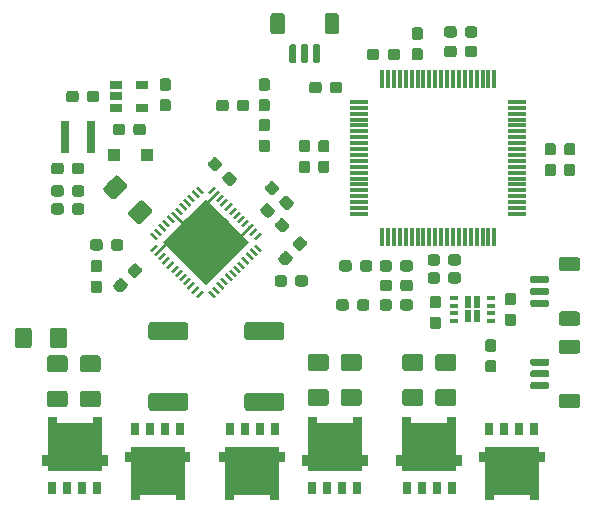
<source format=gbr>
G04 #@! TF.GenerationSoftware,KiCad,Pcbnew,(5.0.2)-1*
G04 #@! TF.CreationDate,2020-02-27T04:06:31+08:00*
G04 #@! TF.ProjectId,jointController,6a6f696e-7443-46f6-9e74-726f6c6c6572,rev?*
G04 #@! TF.SameCoordinates,Original*
G04 #@! TF.FileFunction,Paste,Top*
G04 #@! TF.FilePolarity,Positive*
%FSLAX46Y46*%
G04 Gerber Fmt 4.6, Leading zero omitted, Abs format (unit mm)*
G04 Created by KiCad (PCBNEW (5.0.2)-1) date 2/27/2020 4:06:31 AM*
%MOMM*%
%LPD*%
G01*
G04 APERTURE LIST*
%ADD10C,0.240000*%
%ADD11C,0.100000*%
%ADD12C,5.150000*%
%ADD13R,0.750000X1.000000*%
%ADD14C,4.055000*%
%ADD15C,1.425000*%
%ADD16C,0.950000*%
%ADD17R,1.100000X1.100000*%
%ADD18C,1.200000*%
%ADD19C,0.600000*%
%ADD20C,1.525000*%
%ADD21R,1.060000X0.650000*%
%ADD22R,0.300000X1.500000*%
%ADD23R,1.500000X0.300000*%
%ADD24R,0.600000X1.000000*%
%ADD25R,0.650000X0.350000*%
%ADD26R,0.800000X2.700000*%
G04 APERTURE END LIST*
D10*
G04 #@! TO.C,U2*
X140711348Y-96730740D03*
D11*
G36*
X140531036Y-97080758D02*
X140361330Y-96911052D01*
X140891660Y-96380722D01*
X141061366Y-96550428D01*
X140531036Y-97080758D01*
X140531036Y-97080758D01*
G37*
D10*
X140357794Y-96377186D03*
D11*
G36*
X140177482Y-96727204D02*
X140007776Y-96557498D01*
X140538106Y-96027168D01*
X140707812Y-96196874D01*
X140177482Y-96727204D01*
X140177482Y-96727204D01*
G37*
D10*
X140004241Y-96023633D03*
D11*
G36*
X139823929Y-96373651D02*
X139654223Y-96203945D01*
X140184553Y-95673615D01*
X140354259Y-95843321D01*
X139823929Y-96373651D01*
X139823929Y-96373651D01*
G37*
D10*
X139650687Y-95670080D03*
D11*
G36*
X139470375Y-96020098D02*
X139300669Y-95850392D01*
X139830999Y-95320062D01*
X140000705Y-95489768D01*
X139470375Y-96020098D01*
X139470375Y-96020098D01*
G37*
D10*
X139297134Y-95316526D03*
D11*
G36*
X139116822Y-95666544D02*
X138947116Y-95496838D01*
X139477446Y-94966508D01*
X139647152Y-95136214D01*
X139116822Y-95666544D01*
X139116822Y-95666544D01*
G37*
D10*
X138943581Y-94962973D03*
D11*
G36*
X138763269Y-95312991D02*
X138593563Y-95143285D01*
X139123893Y-94612955D01*
X139293599Y-94782661D01*
X138763269Y-95312991D01*
X138763269Y-95312991D01*
G37*
D10*
X138590027Y-94609419D03*
D11*
G36*
X138409715Y-94959437D02*
X138240009Y-94789731D01*
X138770339Y-94259401D01*
X138940045Y-94429107D01*
X138409715Y-94959437D01*
X138409715Y-94959437D01*
G37*
D10*
X138236474Y-94255866D03*
D11*
G36*
X138056162Y-94605884D02*
X137886456Y-94436178D01*
X138416786Y-93905848D01*
X138586492Y-94075554D01*
X138056162Y-94605884D01*
X138056162Y-94605884D01*
G37*
D10*
X137882920Y-93902313D03*
D11*
G36*
X137702608Y-94252331D02*
X137532902Y-94082625D01*
X138063232Y-93552295D01*
X138232938Y-93722001D01*
X137702608Y-94252331D01*
X137702608Y-94252331D01*
G37*
D10*
X137529367Y-93548759D03*
D11*
G36*
X137349055Y-93898777D02*
X137179349Y-93729071D01*
X137709679Y-93198741D01*
X137879385Y-93368447D01*
X137349055Y-93898777D01*
X137349055Y-93898777D01*
G37*
D10*
X137175814Y-93195206D03*
D11*
G36*
X137799261Y-92402070D02*
X137808055Y-92394317D01*
X137817564Y-92387459D01*
X137827696Y-92381562D01*
X137838357Y-92376681D01*
X137849441Y-92372864D01*
X137860846Y-92370147D01*
X137872463Y-92368556D01*
X137884177Y-92368105D01*
X137895881Y-92368801D01*
X137907460Y-92370635D01*
X137918805Y-92373590D01*
X137929808Y-92377639D01*
X137940364Y-92382741D01*
X137950370Y-92388850D01*
X137959734Y-92395905D01*
X137968364Y-92403841D01*
X137976178Y-92412580D01*
X137983102Y-92422041D01*
X137989070Y-92432133D01*
X137994026Y-92442758D01*
X137997920Y-92453817D01*
X138000716Y-92465202D01*
X138002389Y-92476806D01*
X138002920Y-92488518D01*
X138002307Y-92500225D01*
X138000554Y-92511818D01*
X137997678Y-92523184D01*
X137993706Y-92534215D01*
X137988677Y-92544805D01*
X137982639Y-92554855D01*
X137975649Y-92564267D01*
X137967774Y-92572952D01*
X136995502Y-93545224D01*
X136825796Y-93375518D01*
X137798068Y-92403246D01*
X137799261Y-92402070D01*
X137799261Y-92402070D01*
G37*
D10*
X136822260Y-92841652D03*
D11*
G36*
X136641948Y-93191670D02*
X136472242Y-93021964D01*
X137002572Y-92491634D01*
X137172278Y-92661340D01*
X136641948Y-93191670D01*
X136641948Y-93191670D01*
G37*
D12*
X141224000Y-92329000D03*
D11*
G36*
X141224000Y-95970600D02*
X137582400Y-92329000D01*
X141224000Y-88687400D01*
X144865600Y-92329000D01*
X141224000Y-95970600D01*
X141224000Y-95970600D01*
G37*
D10*
X141736652Y-96730740D03*
D11*
G36*
X142086670Y-96911052D02*
X141916964Y-97080758D01*
X141386634Y-96550428D01*
X141556340Y-96380722D01*
X142086670Y-96911052D01*
X142086670Y-96911052D01*
G37*
D10*
X142090206Y-96377186D03*
D11*
G36*
X142440224Y-96557498D02*
X142270518Y-96727204D01*
X141740188Y-96196874D01*
X141909894Y-96027168D01*
X142440224Y-96557498D01*
X142440224Y-96557498D01*
G37*
D10*
X142443759Y-96023633D03*
D11*
G36*
X142793777Y-96203945D02*
X142624071Y-96373651D01*
X142093741Y-95843321D01*
X142263447Y-95673615D01*
X142793777Y-96203945D01*
X142793777Y-96203945D01*
G37*
D10*
X142797313Y-95670080D03*
D11*
G36*
X143147331Y-95850392D02*
X142977625Y-96020098D01*
X142447295Y-95489768D01*
X142617001Y-95320062D01*
X143147331Y-95850392D01*
X143147331Y-95850392D01*
G37*
D10*
X143150866Y-95316526D03*
D11*
G36*
X143500884Y-95496838D02*
X143331178Y-95666544D01*
X142800848Y-95136214D01*
X142970554Y-94966508D01*
X143500884Y-95496838D01*
X143500884Y-95496838D01*
G37*
D10*
X143504419Y-94962973D03*
D11*
G36*
X143854437Y-95143285D02*
X143684731Y-95312991D01*
X143154401Y-94782661D01*
X143324107Y-94612955D01*
X143854437Y-95143285D01*
X143854437Y-95143285D01*
G37*
D10*
X143857973Y-94609419D03*
D11*
G36*
X144207991Y-94789731D02*
X144038285Y-94959437D01*
X143507955Y-94429107D01*
X143677661Y-94259401D01*
X144207991Y-94789731D01*
X144207991Y-94789731D01*
G37*
D10*
X144211526Y-94255866D03*
D11*
G36*
X144561544Y-94436178D02*
X144391838Y-94605884D01*
X143861508Y-94075554D01*
X144031214Y-93905848D01*
X144561544Y-94436178D01*
X144561544Y-94436178D01*
G37*
D10*
X144565080Y-93902313D03*
D11*
G36*
X144915098Y-94082625D02*
X144745392Y-94252331D01*
X144215062Y-93722001D01*
X144384768Y-93552295D01*
X144915098Y-94082625D01*
X144915098Y-94082625D01*
G37*
D10*
X144918633Y-93548759D03*
D11*
G36*
X145268651Y-93729071D02*
X145098945Y-93898777D01*
X144568615Y-93368447D01*
X144738321Y-93198741D01*
X145268651Y-93729071D01*
X145268651Y-93729071D01*
G37*
D10*
X145272186Y-93195206D03*
D11*
G36*
X145622204Y-93375518D02*
X145452498Y-93545224D01*
X144922168Y-93014894D01*
X145091874Y-92845188D01*
X145622204Y-93375518D01*
X145622204Y-93375518D01*
G37*
D10*
X145625740Y-92841652D03*
D11*
G36*
X145975758Y-93021964D02*
X145806052Y-93191670D01*
X145275722Y-92661340D01*
X145445428Y-92491634D01*
X145975758Y-93021964D01*
X145975758Y-93021964D01*
G37*
D10*
X145625740Y-91816348D03*
D11*
G36*
X145445428Y-92166366D02*
X145275722Y-91996660D01*
X145806052Y-91466330D01*
X145975758Y-91636036D01*
X145445428Y-92166366D01*
X145445428Y-92166366D01*
G37*
D10*
X145272186Y-91462794D03*
D11*
G36*
X145091874Y-91812812D02*
X144922168Y-91643106D01*
X145452498Y-91112776D01*
X145622204Y-91282482D01*
X145091874Y-91812812D01*
X145091874Y-91812812D01*
G37*
D10*
X144918633Y-91109241D03*
D11*
G36*
X145268651Y-90928929D02*
X144296379Y-91901201D01*
X144295186Y-91902377D01*
X144286392Y-91910130D01*
X144276883Y-91916988D01*
X144266751Y-91922885D01*
X144256090Y-91927766D01*
X144245006Y-91931583D01*
X144233601Y-91934300D01*
X144221984Y-91935891D01*
X144210270Y-91936342D01*
X144198566Y-91935646D01*
X144186987Y-91933812D01*
X144175642Y-91930857D01*
X144164639Y-91926808D01*
X144154083Y-91921706D01*
X144144077Y-91915597D01*
X144134713Y-91908542D01*
X144126083Y-91900606D01*
X144118269Y-91891867D01*
X144111345Y-91882406D01*
X144105377Y-91872314D01*
X144100421Y-91861689D01*
X144096527Y-91850630D01*
X144093731Y-91839245D01*
X144092058Y-91827641D01*
X144091527Y-91815929D01*
X144092140Y-91804222D01*
X144093893Y-91792629D01*
X144096769Y-91781263D01*
X144100741Y-91770232D01*
X144105770Y-91759642D01*
X144111808Y-91749592D01*
X144118798Y-91740180D01*
X144126673Y-91731495D01*
X145098945Y-90759223D01*
X145268651Y-90928929D01*
X145268651Y-90928929D01*
G37*
D10*
X144565080Y-90755687D03*
D11*
G36*
X144384768Y-91105705D02*
X144215062Y-90935999D01*
X144745392Y-90405669D01*
X144915098Y-90575375D01*
X144384768Y-91105705D01*
X144384768Y-91105705D01*
G37*
D10*
X144211526Y-90402134D03*
D11*
G36*
X144031214Y-90752152D02*
X143861508Y-90582446D01*
X144391838Y-90052116D01*
X144561544Y-90221822D01*
X144031214Y-90752152D01*
X144031214Y-90752152D01*
G37*
D10*
X143857973Y-90048581D03*
D11*
G36*
X143677661Y-90398599D02*
X143507955Y-90228893D01*
X144038285Y-89698563D01*
X144207991Y-89868269D01*
X143677661Y-90398599D01*
X143677661Y-90398599D01*
G37*
D10*
X143504419Y-89695027D03*
D11*
G36*
X143324107Y-90045045D02*
X143154401Y-89875339D01*
X143684731Y-89345009D01*
X143854437Y-89514715D01*
X143324107Y-90045045D01*
X143324107Y-90045045D01*
G37*
D10*
X143150866Y-89341474D03*
D11*
G36*
X142970554Y-89691492D02*
X142800848Y-89521786D01*
X143331178Y-88991456D01*
X143500884Y-89161162D01*
X142970554Y-89691492D01*
X142970554Y-89691492D01*
G37*
D10*
X142797313Y-88987920D03*
D11*
G36*
X142617001Y-89337938D02*
X142447295Y-89168232D01*
X142977625Y-88637902D01*
X143147331Y-88807608D01*
X142617001Y-89337938D01*
X142617001Y-89337938D01*
G37*
D10*
X142443759Y-88634367D03*
D11*
G36*
X142263447Y-88984385D02*
X142093741Y-88814679D01*
X142624071Y-88284349D01*
X142793777Y-88454055D01*
X142263447Y-88984385D01*
X142263447Y-88984385D01*
G37*
D10*
X142090206Y-88280814D03*
D11*
G36*
X142440224Y-88100502D02*
X141467952Y-89072774D01*
X141466759Y-89073950D01*
X141457965Y-89081703D01*
X141448456Y-89088561D01*
X141438324Y-89094458D01*
X141427663Y-89099339D01*
X141416579Y-89103156D01*
X141405174Y-89105873D01*
X141393557Y-89107464D01*
X141381843Y-89107915D01*
X141370139Y-89107219D01*
X141358560Y-89105385D01*
X141347215Y-89102430D01*
X141336212Y-89098381D01*
X141325656Y-89093279D01*
X141315650Y-89087170D01*
X141306286Y-89080115D01*
X141297656Y-89072179D01*
X141289842Y-89063440D01*
X141282918Y-89053979D01*
X141276950Y-89043887D01*
X141271994Y-89033262D01*
X141268100Y-89022203D01*
X141265304Y-89010818D01*
X141263631Y-88999214D01*
X141263100Y-88987502D01*
X141263713Y-88975795D01*
X141265466Y-88964202D01*
X141268342Y-88952836D01*
X141272314Y-88941805D01*
X141277343Y-88931215D01*
X141283381Y-88921165D01*
X141290371Y-88911753D01*
X141298246Y-88903068D01*
X142270518Y-87930796D01*
X142440224Y-88100502D01*
X142440224Y-88100502D01*
G37*
D10*
X141736652Y-87927260D03*
D11*
G36*
X141556340Y-88277278D02*
X141386634Y-88107572D01*
X141916964Y-87577242D01*
X142086670Y-87746948D01*
X141556340Y-88277278D01*
X141556340Y-88277278D01*
G37*
D10*
X140711348Y-87927260D03*
D11*
G36*
X140361330Y-87746948D02*
X140531036Y-87577242D01*
X141061366Y-88107572D01*
X140891660Y-88277278D01*
X140361330Y-87746948D01*
X140361330Y-87746948D01*
G37*
D10*
X140357794Y-88280814D03*
D11*
G36*
X140007776Y-88100502D02*
X140177482Y-87930796D01*
X140707812Y-88461126D01*
X140538106Y-88630832D01*
X140007776Y-88100502D01*
X140007776Y-88100502D01*
G37*
D10*
X140004241Y-88634367D03*
D11*
G36*
X139654223Y-88454055D02*
X139823929Y-88284349D01*
X140354259Y-88814679D01*
X140184553Y-88984385D01*
X139654223Y-88454055D01*
X139654223Y-88454055D01*
G37*
D10*
X139650687Y-88987920D03*
D11*
G36*
X139300669Y-88807608D02*
X139470375Y-88637902D01*
X140000705Y-89168232D01*
X139830999Y-89337938D01*
X139300669Y-88807608D01*
X139300669Y-88807608D01*
G37*
D10*
X139297134Y-89341474D03*
D11*
G36*
X138947116Y-89161162D02*
X139116822Y-88991456D01*
X139647152Y-89521786D01*
X139477446Y-89691492D01*
X138947116Y-89161162D01*
X138947116Y-89161162D01*
G37*
D10*
X138943581Y-89695027D03*
D11*
G36*
X138593563Y-89514715D02*
X138763269Y-89345009D01*
X139293599Y-89875339D01*
X139123893Y-90045045D01*
X138593563Y-89514715D01*
X138593563Y-89514715D01*
G37*
D10*
X138590027Y-90048581D03*
D11*
G36*
X139383163Y-90672028D02*
X139390916Y-90680822D01*
X139397774Y-90690331D01*
X139403671Y-90700463D01*
X139408552Y-90711124D01*
X139412369Y-90722208D01*
X139415086Y-90733613D01*
X139416677Y-90745230D01*
X139417128Y-90756944D01*
X139416432Y-90768648D01*
X139414598Y-90780227D01*
X139411643Y-90791572D01*
X139407594Y-90802575D01*
X139402492Y-90813131D01*
X139396383Y-90823137D01*
X139389328Y-90832501D01*
X139381392Y-90841131D01*
X139372653Y-90848945D01*
X139363192Y-90855869D01*
X139353100Y-90861837D01*
X139342475Y-90866793D01*
X139331416Y-90870687D01*
X139320031Y-90873483D01*
X139308427Y-90875156D01*
X139296715Y-90875687D01*
X139285008Y-90875074D01*
X139273415Y-90873321D01*
X139262049Y-90870445D01*
X139251018Y-90866473D01*
X139240428Y-90861444D01*
X139230378Y-90855406D01*
X139220966Y-90848416D01*
X139212281Y-90840541D01*
X138240009Y-89868269D01*
X138409715Y-89698563D01*
X139381987Y-90670835D01*
X139383163Y-90672028D01*
X139383163Y-90672028D01*
G37*
D10*
X138236474Y-90402134D03*
D11*
G36*
X137886456Y-90221822D02*
X138056162Y-90052116D01*
X138586492Y-90582446D01*
X138416786Y-90752152D01*
X137886456Y-90221822D01*
X137886456Y-90221822D01*
G37*
D10*
X137882920Y-90755687D03*
D11*
G36*
X137532902Y-90575375D02*
X137702608Y-90405669D01*
X138232938Y-90935999D01*
X138063232Y-91105705D01*
X137532902Y-90575375D01*
X137532902Y-90575375D01*
G37*
D10*
X137529367Y-91109241D03*
D11*
G36*
X137179349Y-90928929D02*
X137349055Y-90759223D01*
X137879385Y-91289553D01*
X137709679Y-91459259D01*
X137179349Y-90928929D01*
X137179349Y-90928929D01*
G37*
D10*
X137175814Y-91462794D03*
D11*
G36*
X136825796Y-91282482D02*
X136995502Y-91112776D01*
X137525832Y-91643106D01*
X137356126Y-91812812D01*
X136825796Y-91282482D01*
X136825796Y-91282482D01*
G37*
D10*
X136822260Y-91816348D03*
D11*
G36*
X136472242Y-91636036D02*
X136641948Y-91466330D01*
X137172278Y-91996660D01*
X137002572Y-92166366D01*
X136472242Y-91636036D01*
X136472242Y-91636036D01*
G37*
G04 #@! TD*
D13*
G04 #@! TO.C,Q2*
X139053893Y-108202864D03*
X137783893Y-108202864D03*
X136513893Y-108202864D03*
X135243893Y-108202864D03*
D14*
X137148893Y-111695364D03*
D11*
G36*
X139428893Y-110092864D02*
X139923893Y-110092864D01*
X139923893Y-110997864D01*
X139428893Y-110997864D01*
X139428893Y-114197864D01*
X138678893Y-114197864D01*
X138678893Y-113722864D01*
X135618893Y-113722864D01*
X135618893Y-114197864D01*
X134868893Y-114197864D01*
X134868893Y-110997864D01*
X134373893Y-110997864D01*
X134373893Y-110092864D01*
X134868893Y-110092864D01*
X134868893Y-109667864D01*
X139428893Y-109667864D01*
X139428893Y-110092864D01*
X139428893Y-110092864D01*
G37*
G04 #@! TD*
G04 #@! TO.C,C1*
G36*
X129228504Y-99583204D02*
X129252773Y-99586804D01*
X129276571Y-99592765D01*
X129299671Y-99601030D01*
X129321849Y-99611520D01*
X129342893Y-99624133D01*
X129362598Y-99638747D01*
X129380777Y-99655223D01*
X129397253Y-99673402D01*
X129411867Y-99693107D01*
X129424480Y-99714151D01*
X129434970Y-99736329D01*
X129443235Y-99759429D01*
X129449196Y-99783227D01*
X129452796Y-99807496D01*
X129454000Y-99832000D01*
X129454000Y-101082000D01*
X129452796Y-101106504D01*
X129449196Y-101130773D01*
X129443235Y-101154571D01*
X129434970Y-101177671D01*
X129424480Y-101199849D01*
X129411867Y-101220893D01*
X129397253Y-101240598D01*
X129380777Y-101258777D01*
X129362598Y-101275253D01*
X129342893Y-101289867D01*
X129321849Y-101302480D01*
X129299671Y-101312970D01*
X129276571Y-101321235D01*
X129252773Y-101327196D01*
X129228504Y-101330796D01*
X129204000Y-101332000D01*
X128279000Y-101332000D01*
X128254496Y-101330796D01*
X128230227Y-101327196D01*
X128206429Y-101321235D01*
X128183329Y-101312970D01*
X128161151Y-101302480D01*
X128140107Y-101289867D01*
X128120402Y-101275253D01*
X128102223Y-101258777D01*
X128085747Y-101240598D01*
X128071133Y-101220893D01*
X128058520Y-101199849D01*
X128048030Y-101177671D01*
X128039765Y-101154571D01*
X128033804Y-101130773D01*
X128030204Y-101106504D01*
X128029000Y-101082000D01*
X128029000Y-99832000D01*
X128030204Y-99807496D01*
X128033804Y-99783227D01*
X128039765Y-99759429D01*
X128048030Y-99736329D01*
X128058520Y-99714151D01*
X128071133Y-99693107D01*
X128085747Y-99673402D01*
X128102223Y-99655223D01*
X128120402Y-99638747D01*
X128140107Y-99624133D01*
X128161151Y-99611520D01*
X128183329Y-99601030D01*
X128206429Y-99592765D01*
X128230227Y-99586804D01*
X128254496Y-99583204D01*
X128279000Y-99582000D01*
X129204000Y-99582000D01*
X129228504Y-99583204D01*
X129228504Y-99583204D01*
G37*
D15*
X128741500Y-100457000D03*
D11*
G36*
X126253504Y-99583204D02*
X126277773Y-99586804D01*
X126301571Y-99592765D01*
X126324671Y-99601030D01*
X126346849Y-99611520D01*
X126367893Y-99624133D01*
X126387598Y-99638747D01*
X126405777Y-99655223D01*
X126422253Y-99673402D01*
X126436867Y-99693107D01*
X126449480Y-99714151D01*
X126459970Y-99736329D01*
X126468235Y-99759429D01*
X126474196Y-99783227D01*
X126477796Y-99807496D01*
X126479000Y-99832000D01*
X126479000Y-101082000D01*
X126477796Y-101106504D01*
X126474196Y-101130773D01*
X126468235Y-101154571D01*
X126459970Y-101177671D01*
X126449480Y-101199849D01*
X126436867Y-101220893D01*
X126422253Y-101240598D01*
X126405777Y-101258777D01*
X126387598Y-101275253D01*
X126367893Y-101289867D01*
X126346849Y-101302480D01*
X126324671Y-101312970D01*
X126301571Y-101321235D01*
X126277773Y-101327196D01*
X126253504Y-101330796D01*
X126229000Y-101332000D01*
X125304000Y-101332000D01*
X125279496Y-101330796D01*
X125255227Y-101327196D01*
X125231429Y-101321235D01*
X125208329Y-101312970D01*
X125186151Y-101302480D01*
X125165107Y-101289867D01*
X125145402Y-101275253D01*
X125127223Y-101258777D01*
X125110747Y-101240598D01*
X125096133Y-101220893D01*
X125083520Y-101199849D01*
X125073030Y-101177671D01*
X125064765Y-101154571D01*
X125058804Y-101130773D01*
X125055204Y-101106504D01*
X125054000Y-101082000D01*
X125054000Y-99832000D01*
X125055204Y-99807496D01*
X125058804Y-99783227D01*
X125064765Y-99759429D01*
X125073030Y-99736329D01*
X125083520Y-99714151D01*
X125096133Y-99693107D01*
X125110747Y-99673402D01*
X125127223Y-99655223D01*
X125145402Y-99638747D01*
X125165107Y-99624133D01*
X125186151Y-99611520D01*
X125208329Y-99601030D01*
X125231429Y-99592765D01*
X125255227Y-99586804D01*
X125279496Y-99583204D01*
X125304000Y-99582000D01*
X126229000Y-99582000D01*
X126253504Y-99583204D01*
X126253504Y-99583204D01*
G37*
D15*
X125766500Y-100457000D03*
G04 #@! TD*
D11*
G04 #@! TO.C,C2*
G36*
X129300504Y-101941204D02*
X129324773Y-101944804D01*
X129348571Y-101950765D01*
X129371671Y-101959030D01*
X129393849Y-101969520D01*
X129414893Y-101982133D01*
X129434598Y-101996747D01*
X129452777Y-102013223D01*
X129469253Y-102031402D01*
X129483867Y-102051107D01*
X129496480Y-102072151D01*
X129506970Y-102094329D01*
X129515235Y-102117429D01*
X129521196Y-102141227D01*
X129524796Y-102165496D01*
X129526000Y-102190000D01*
X129526000Y-103115000D01*
X129524796Y-103139504D01*
X129521196Y-103163773D01*
X129515235Y-103187571D01*
X129506970Y-103210671D01*
X129496480Y-103232849D01*
X129483867Y-103253893D01*
X129469253Y-103273598D01*
X129452777Y-103291777D01*
X129434598Y-103308253D01*
X129414893Y-103322867D01*
X129393849Y-103335480D01*
X129371671Y-103345970D01*
X129348571Y-103354235D01*
X129324773Y-103360196D01*
X129300504Y-103363796D01*
X129276000Y-103365000D01*
X128026000Y-103365000D01*
X128001496Y-103363796D01*
X127977227Y-103360196D01*
X127953429Y-103354235D01*
X127930329Y-103345970D01*
X127908151Y-103335480D01*
X127887107Y-103322867D01*
X127867402Y-103308253D01*
X127849223Y-103291777D01*
X127832747Y-103273598D01*
X127818133Y-103253893D01*
X127805520Y-103232849D01*
X127795030Y-103210671D01*
X127786765Y-103187571D01*
X127780804Y-103163773D01*
X127777204Y-103139504D01*
X127776000Y-103115000D01*
X127776000Y-102190000D01*
X127777204Y-102165496D01*
X127780804Y-102141227D01*
X127786765Y-102117429D01*
X127795030Y-102094329D01*
X127805520Y-102072151D01*
X127818133Y-102051107D01*
X127832747Y-102031402D01*
X127849223Y-102013223D01*
X127867402Y-101996747D01*
X127887107Y-101982133D01*
X127908151Y-101969520D01*
X127930329Y-101959030D01*
X127953429Y-101950765D01*
X127977227Y-101944804D01*
X128001496Y-101941204D01*
X128026000Y-101940000D01*
X129276000Y-101940000D01*
X129300504Y-101941204D01*
X129300504Y-101941204D01*
G37*
D15*
X128651000Y-102652500D03*
D11*
G36*
X129300504Y-104916204D02*
X129324773Y-104919804D01*
X129348571Y-104925765D01*
X129371671Y-104934030D01*
X129393849Y-104944520D01*
X129414893Y-104957133D01*
X129434598Y-104971747D01*
X129452777Y-104988223D01*
X129469253Y-105006402D01*
X129483867Y-105026107D01*
X129496480Y-105047151D01*
X129506970Y-105069329D01*
X129515235Y-105092429D01*
X129521196Y-105116227D01*
X129524796Y-105140496D01*
X129526000Y-105165000D01*
X129526000Y-106090000D01*
X129524796Y-106114504D01*
X129521196Y-106138773D01*
X129515235Y-106162571D01*
X129506970Y-106185671D01*
X129496480Y-106207849D01*
X129483867Y-106228893D01*
X129469253Y-106248598D01*
X129452777Y-106266777D01*
X129434598Y-106283253D01*
X129414893Y-106297867D01*
X129393849Y-106310480D01*
X129371671Y-106320970D01*
X129348571Y-106329235D01*
X129324773Y-106335196D01*
X129300504Y-106338796D01*
X129276000Y-106340000D01*
X128026000Y-106340000D01*
X128001496Y-106338796D01*
X127977227Y-106335196D01*
X127953429Y-106329235D01*
X127930329Y-106320970D01*
X127908151Y-106310480D01*
X127887107Y-106297867D01*
X127867402Y-106283253D01*
X127849223Y-106266777D01*
X127832747Y-106248598D01*
X127818133Y-106228893D01*
X127805520Y-106207849D01*
X127795030Y-106185671D01*
X127786765Y-106162571D01*
X127780804Y-106138773D01*
X127777204Y-106114504D01*
X127776000Y-106090000D01*
X127776000Y-105165000D01*
X127777204Y-105140496D01*
X127780804Y-105116227D01*
X127786765Y-105092429D01*
X127795030Y-105069329D01*
X127805520Y-105047151D01*
X127818133Y-105026107D01*
X127832747Y-105006402D01*
X127849223Y-104988223D01*
X127867402Y-104971747D01*
X127887107Y-104957133D01*
X127908151Y-104944520D01*
X127930329Y-104934030D01*
X127953429Y-104925765D01*
X127977227Y-104919804D01*
X128001496Y-104916204D01*
X128026000Y-104915000D01*
X129276000Y-104915000D01*
X129300504Y-104916204D01*
X129300504Y-104916204D01*
G37*
D15*
X128651000Y-105627500D03*
G04 #@! TD*
D11*
G04 #@! TO.C,C3*
G36*
X154192504Y-101814204D02*
X154216773Y-101817804D01*
X154240571Y-101823765D01*
X154263671Y-101832030D01*
X154285849Y-101842520D01*
X154306893Y-101855133D01*
X154326598Y-101869747D01*
X154344777Y-101886223D01*
X154361253Y-101904402D01*
X154375867Y-101924107D01*
X154388480Y-101945151D01*
X154398970Y-101967329D01*
X154407235Y-101990429D01*
X154413196Y-102014227D01*
X154416796Y-102038496D01*
X154418000Y-102063000D01*
X154418000Y-102988000D01*
X154416796Y-103012504D01*
X154413196Y-103036773D01*
X154407235Y-103060571D01*
X154398970Y-103083671D01*
X154388480Y-103105849D01*
X154375867Y-103126893D01*
X154361253Y-103146598D01*
X154344777Y-103164777D01*
X154326598Y-103181253D01*
X154306893Y-103195867D01*
X154285849Y-103208480D01*
X154263671Y-103218970D01*
X154240571Y-103227235D01*
X154216773Y-103233196D01*
X154192504Y-103236796D01*
X154168000Y-103238000D01*
X152918000Y-103238000D01*
X152893496Y-103236796D01*
X152869227Y-103233196D01*
X152845429Y-103227235D01*
X152822329Y-103218970D01*
X152800151Y-103208480D01*
X152779107Y-103195867D01*
X152759402Y-103181253D01*
X152741223Y-103164777D01*
X152724747Y-103146598D01*
X152710133Y-103126893D01*
X152697520Y-103105849D01*
X152687030Y-103083671D01*
X152678765Y-103060571D01*
X152672804Y-103036773D01*
X152669204Y-103012504D01*
X152668000Y-102988000D01*
X152668000Y-102063000D01*
X152669204Y-102038496D01*
X152672804Y-102014227D01*
X152678765Y-101990429D01*
X152687030Y-101967329D01*
X152697520Y-101945151D01*
X152710133Y-101924107D01*
X152724747Y-101904402D01*
X152741223Y-101886223D01*
X152759402Y-101869747D01*
X152779107Y-101855133D01*
X152800151Y-101842520D01*
X152822329Y-101832030D01*
X152845429Y-101823765D01*
X152869227Y-101817804D01*
X152893496Y-101814204D01*
X152918000Y-101813000D01*
X154168000Y-101813000D01*
X154192504Y-101814204D01*
X154192504Y-101814204D01*
G37*
D15*
X153543000Y-102525500D03*
D11*
G36*
X154192504Y-104789204D02*
X154216773Y-104792804D01*
X154240571Y-104798765D01*
X154263671Y-104807030D01*
X154285849Y-104817520D01*
X154306893Y-104830133D01*
X154326598Y-104844747D01*
X154344777Y-104861223D01*
X154361253Y-104879402D01*
X154375867Y-104899107D01*
X154388480Y-104920151D01*
X154398970Y-104942329D01*
X154407235Y-104965429D01*
X154413196Y-104989227D01*
X154416796Y-105013496D01*
X154418000Y-105038000D01*
X154418000Y-105963000D01*
X154416796Y-105987504D01*
X154413196Y-106011773D01*
X154407235Y-106035571D01*
X154398970Y-106058671D01*
X154388480Y-106080849D01*
X154375867Y-106101893D01*
X154361253Y-106121598D01*
X154344777Y-106139777D01*
X154326598Y-106156253D01*
X154306893Y-106170867D01*
X154285849Y-106183480D01*
X154263671Y-106193970D01*
X154240571Y-106202235D01*
X154216773Y-106208196D01*
X154192504Y-106211796D01*
X154168000Y-106213000D01*
X152918000Y-106213000D01*
X152893496Y-106211796D01*
X152869227Y-106208196D01*
X152845429Y-106202235D01*
X152822329Y-106193970D01*
X152800151Y-106183480D01*
X152779107Y-106170867D01*
X152759402Y-106156253D01*
X152741223Y-106139777D01*
X152724747Y-106121598D01*
X152710133Y-106101893D01*
X152697520Y-106080849D01*
X152687030Y-106058671D01*
X152678765Y-106035571D01*
X152672804Y-106011773D01*
X152669204Y-105987504D01*
X152668000Y-105963000D01*
X152668000Y-105038000D01*
X152669204Y-105013496D01*
X152672804Y-104989227D01*
X152678765Y-104965429D01*
X152687030Y-104942329D01*
X152697520Y-104920151D01*
X152710133Y-104899107D01*
X152724747Y-104879402D01*
X152741223Y-104861223D01*
X152759402Y-104844747D01*
X152779107Y-104830133D01*
X152800151Y-104817520D01*
X152822329Y-104807030D01*
X152845429Y-104798765D01*
X152869227Y-104792804D01*
X152893496Y-104789204D01*
X152918000Y-104788000D01*
X154168000Y-104788000D01*
X154192504Y-104789204D01*
X154192504Y-104789204D01*
G37*
D15*
X153543000Y-105500500D03*
G04 #@! TD*
D11*
G04 #@! TO.C,C4*
G36*
X162193504Y-101814204D02*
X162217773Y-101817804D01*
X162241571Y-101823765D01*
X162264671Y-101832030D01*
X162286849Y-101842520D01*
X162307893Y-101855133D01*
X162327598Y-101869747D01*
X162345777Y-101886223D01*
X162362253Y-101904402D01*
X162376867Y-101924107D01*
X162389480Y-101945151D01*
X162399970Y-101967329D01*
X162408235Y-101990429D01*
X162414196Y-102014227D01*
X162417796Y-102038496D01*
X162419000Y-102063000D01*
X162419000Y-102988000D01*
X162417796Y-103012504D01*
X162414196Y-103036773D01*
X162408235Y-103060571D01*
X162399970Y-103083671D01*
X162389480Y-103105849D01*
X162376867Y-103126893D01*
X162362253Y-103146598D01*
X162345777Y-103164777D01*
X162327598Y-103181253D01*
X162307893Y-103195867D01*
X162286849Y-103208480D01*
X162264671Y-103218970D01*
X162241571Y-103227235D01*
X162217773Y-103233196D01*
X162193504Y-103236796D01*
X162169000Y-103238000D01*
X160919000Y-103238000D01*
X160894496Y-103236796D01*
X160870227Y-103233196D01*
X160846429Y-103227235D01*
X160823329Y-103218970D01*
X160801151Y-103208480D01*
X160780107Y-103195867D01*
X160760402Y-103181253D01*
X160742223Y-103164777D01*
X160725747Y-103146598D01*
X160711133Y-103126893D01*
X160698520Y-103105849D01*
X160688030Y-103083671D01*
X160679765Y-103060571D01*
X160673804Y-103036773D01*
X160670204Y-103012504D01*
X160669000Y-102988000D01*
X160669000Y-102063000D01*
X160670204Y-102038496D01*
X160673804Y-102014227D01*
X160679765Y-101990429D01*
X160688030Y-101967329D01*
X160698520Y-101945151D01*
X160711133Y-101924107D01*
X160725747Y-101904402D01*
X160742223Y-101886223D01*
X160760402Y-101869747D01*
X160780107Y-101855133D01*
X160801151Y-101842520D01*
X160823329Y-101832030D01*
X160846429Y-101823765D01*
X160870227Y-101817804D01*
X160894496Y-101814204D01*
X160919000Y-101813000D01*
X162169000Y-101813000D01*
X162193504Y-101814204D01*
X162193504Y-101814204D01*
G37*
D15*
X161544000Y-102525500D03*
D11*
G36*
X162193504Y-104789204D02*
X162217773Y-104792804D01*
X162241571Y-104798765D01*
X162264671Y-104807030D01*
X162286849Y-104817520D01*
X162307893Y-104830133D01*
X162327598Y-104844747D01*
X162345777Y-104861223D01*
X162362253Y-104879402D01*
X162376867Y-104899107D01*
X162389480Y-104920151D01*
X162399970Y-104942329D01*
X162408235Y-104965429D01*
X162414196Y-104989227D01*
X162417796Y-105013496D01*
X162419000Y-105038000D01*
X162419000Y-105963000D01*
X162417796Y-105987504D01*
X162414196Y-106011773D01*
X162408235Y-106035571D01*
X162399970Y-106058671D01*
X162389480Y-106080849D01*
X162376867Y-106101893D01*
X162362253Y-106121598D01*
X162345777Y-106139777D01*
X162327598Y-106156253D01*
X162307893Y-106170867D01*
X162286849Y-106183480D01*
X162264671Y-106193970D01*
X162241571Y-106202235D01*
X162217773Y-106208196D01*
X162193504Y-106211796D01*
X162169000Y-106213000D01*
X160919000Y-106213000D01*
X160894496Y-106211796D01*
X160870227Y-106208196D01*
X160846429Y-106202235D01*
X160823329Y-106193970D01*
X160801151Y-106183480D01*
X160780107Y-106170867D01*
X160760402Y-106156253D01*
X160742223Y-106139777D01*
X160725747Y-106121598D01*
X160711133Y-106101893D01*
X160698520Y-106080849D01*
X160688030Y-106058671D01*
X160679765Y-106035571D01*
X160673804Y-106011773D01*
X160670204Y-105987504D01*
X160669000Y-105963000D01*
X160669000Y-105038000D01*
X160670204Y-105013496D01*
X160673804Y-104989227D01*
X160679765Y-104965429D01*
X160688030Y-104942329D01*
X160698520Y-104920151D01*
X160711133Y-104899107D01*
X160725747Y-104879402D01*
X160742223Y-104861223D01*
X160760402Y-104844747D01*
X160780107Y-104830133D01*
X160801151Y-104817520D01*
X160823329Y-104807030D01*
X160846429Y-104798765D01*
X160870227Y-104792804D01*
X160894496Y-104789204D01*
X160919000Y-104788000D01*
X162169000Y-104788000D01*
X162193504Y-104789204D01*
X162193504Y-104789204D01*
G37*
D15*
X161544000Y-105500500D03*
G04 #@! TD*
D11*
G04 #@! TO.C,C5*
G36*
X131995779Y-79536144D02*
X132018834Y-79539563D01*
X132041443Y-79545227D01*
X132063387Y-79553079D01*
X132084457Y-79563044D01*
X132104448Y-79575026D01*
X132123168Y-79588910D01*
X132140438Y-79604562D01*
X132156090Y-79621832D01*
X132169974Y-79640552D01*
X132181956Y-79660543D01*
X132191921Y-79681613D01*
X132199773Y-79703557D01*
X132205437Y-79726166D01*
X132208856Y-79749221D01*
X132210000Y-79772500D01*
X132210000Y-80247500D01*
X132208856Y-80270779D01*
X132205437Y-80293834D01*
X132199773Y-80316443D01*
X132191921Y-80338387D01*
X132181956Y-80359457D01*
X132169974Y-80379448D01*
X132156090Y-80398168D01*
X132140438Y-80415438D01*
X132123168Y-80431090D01*
X132104448Y-80444974D01*
X132084457Y-80456956D01*
X132063387Y-80466921D01*
X132041443Y-80474773D01*
X132018834Y-80480437D01*
X131995779Y-80483856D01*
X131972500Y-80485000D01*
X131397500Y-80485000D01*
X131374221Y-80483856D01*
X131351166Y-80480437D01*
X131328557Y-80474773D01*
X131306613Y-80466921D01*
X131285543Y-80456956D01*
X131265552Y-80444974D01*
X131246832Y-80431090D01*
X131229562Y-80415438D01*
X131213910Y-80398168D01*
X131200026Y-80379448D01*
X131188044Y-80359457D01*
X131178079Y-80338387D01*
X131170227Y-80316443D01*
X131164563Y-80293834D01*
X131161144Y-80270779D01*
X131160000Y-80247500D01*
X131160000Y-79772500D01*
X131161144Y-79749221D01*
X131164563Y-79726166D01*
X131170227Y-79703557D01*
X131178079Y-79681613D01*
X131188044Y-79660543D01*
X131200026Y-79640552D01*
X131213910Y-79621832D01*
X131229562Y-79604562D01*
X131246832Y-79588910D01*
X131265552Y-79575026D01*
X131285543Y-79563044D01*
X131306613Y-79553079D01*
X131328557Y-79545227D01*
X131351166Y-79539563D01*
X131374221Y-79536144D01*
X131397500Y-79535000D01*
X131972500Y-79535000D01*
X131995779Y-79536144D01*
X131995779Y-79536144D01*
G37*
D16*
X131685000Y-80010000D03*
D11*
G36*
X130245779Y-79536144D02*
X130268834Y-79539563D01*
X130291443Y-79545227D01*
X130313387Y-79553079D01*
X130334457Y-79563044D01*
X130354448Y-79575026D01*
X130373168Y-79588910D01*
X130390438Y-79604562D01*
X130406090Y-79621832D01*
X130419974Y-79640552D01*
X130431956Y-79660543D01*
X130441921Y-79681613D01*
X130449773Y-79703557D01*
X130455437Y-79726166D01*
X130458856Y-79749221D01*
X130460000Y-79772500D01*
X130460000Y-80247500D01*
X130458856Y-80270779D01*
X130455437Y-80293834D01*
X130449773Y-80316443D01*
X130441921Y-80338387D01*
X130431956Y-80359457D01*
X130419974Y-80379448D01*
X130406090Y-80398168D01*
X130390438Y-80415438D01*
X130373168Y-80431090D01*
X130354448Y-80444974D01*
X130334457Y-80456956D01*
X130313387Y-80466921D01*
X130291443Y-80474773D01*
X130268834Y-80480437D01*
X130245779Y-80483856D01*
X130222500Y-80485000D01*
X129647500Y-80485000D01*
X129624221Y-80483856D01*
X129601166Y-80480437D01*
X129578557Y-80474773D01*
X129556613Y-80466921D01*
X129535543Y-80456956D01*
X129515552Y-80444974D01*
X129496832Y-80431090D01*
X129479562Y-80415438D01*
X129463910Y-80398168D01*
X129450026Y-80379448D01*
X129438044Y-80359457D01*
X129428079Y-80338387D01*
X129420227Y-80316443D01*
X129414563Y-80293834D01*
X129411144Y-80270779D01*
X129410000Y-80247500D01*
X129410000Y-79772500D01*
X129411144Y-79749221D01*
X129414563Y-79726166D01*
X129420227Y-79703557D01*
X129428079Y-79681613D01*
X129438044Y-79660543D01*
X129450026Y-79640552D01*
X129463910Y-79621832D01*
X129479562Y-79604562D01*
X129496832Y-79588910D01*
X129515552Y-79575026D01*
X129535543Y-79563044D01*
X129556613Y-79553079D01*
X129578557Y-79545227D01*
X129601166Y-79539563D01*
X129624221Y-79536144D01*
X129647500Y-79535000D01*
X130222500Y-79535000D01*
X130245779Y-79536144D01*
X130245779Y-79536144D01*
G37*
D16*
X129935000Y-80010000D03*
G04 #@! TD*
D11*
G04 #@! TO.C,C6*
G36*
X138055779Y-80234144D02*
X138078834Y-80237563D01*
X138101443Y-80243227D01*
X138123387Y-80251079D01*
X138144457Y-80261044D01*
X138164448Y-80273026D01*
X138183168Y-80286910D01*
X138200438Y-80302562D01*
X138216090Y-80319832D01*
X138229974Y-80338552D01*
X138241956Y-80358543D01*
X138251921Y-80379613D01*
X138259773Y-80401557D01*
X138265437Y-80424166D01*
X138268856Y-80447221D01*
X138270000Y-80470500D01*
X138270000Y-81045500D01*
X138268856Y-81068779D01*
X138265437Y-81091834D01*
X138259773Y-81114443D01*
X138251921Y-81136387D01*
X138241956Y-81157457D01*
X138229974Y-81177448D01*
X138216090Y-81196168D01*
X138200438Y-81213438D01*
X138183168Y-81229090D01*
X138164448Y-81242974D01*
X138144457Y-81254956D01*
X138123387Y-81264921D01*
X138101443Y-81272773D01*
X138078834Y-81278437D01*
X138055779Y-81281856D01*
X138032500Y-81283000D01*
X137557500Y-81283000D01*
X137534221Y-81281856D01*
X137511166Y-81278437D01*
X137488557Y-81272773D01*
X137466613Y-81264921D01*
X137445543Y-81254956D01*
X137425552Y-81242974D01*
X137406832Y-81229090D01*
X137389562Y-81213438D01*
X137373910Y-81196168D01*
X137360026Y-81177448D01*
X137348044Y-81157457D01*
X137338079Y-81136387D01*
X137330227Y-81114443D01*
X137324563Y-81091834D01*
X137321144Y-81068779D01*
X137320000Y-81045500D01*
X137320000Y-80470500D01*
X137321144Y-80447221D01*
X137324563Y-80424166D01*
X137330227Y-80401557D01*
X137338079Y-80379613D01*
X137348044Y-80358543D01*
X137360026Y-80338552D01*
X137373910Y-80319832D01*
X137389562Y-80302562D01*
X137406832Y-80286910D01*
X137425552Y-80273026D01*
X137445543Y-80261044D01*
X137466613Y-80251079D01*
X137488557Y-80243227D01*
X137511166Y-80237563D01*
X137534221Y-80234144D01*
X137557500Y-80233000D01*
X138032500Y-80233000D01*
X138055779Y-80234144D01*
X138055779Y-80234144D01*
G37*
D16*
X137795000Y-80758000D03*
D11*
G36*
X138055779Y-78484144D02*
X138078834Y-78487563D01*
X138101443Y-78493227D01*
X138123387Y-78501079D01*
X138144457Y-78511044D01*
X138164448Y-78523026D01*
X138183168Y-78536910D01*
X138200438Y-78552562D01*
X138216090Y-78569832D01*
X138229974Y-78588552D01*
X138241956Y-78608543D01*
X138251921Y-78629613D01*
X138259773Y-78651557D01*
X138265437Y-78674166D01*
X138268856Y-78697221D01*
X138270000Y-78720500D01*
X138270000Y-79295500D01*
X138268856Y-79318779D01*
X138265437Y-79341834D01*
X138259773Y-79364443D01*
X138251921Y-79386387D01*
X138241956Y-79407457D01*
X138229974Y-79427448D01*
X138216090Y-79446168D01*
X138200438Y-79463438D01*
X138183168Y-79479090D01*
X138164448Y-79492974D01*
X138144457Y-79504956D01*
X138123387Y-79514921D01*
X138101443Y-79522773D01*
X138078834Y-79528437D01*
X138055779Y-79531856D01*
X138032500Y-79533000D01*
X137557500Y-79533000D01*
X137534221Y-79531856D01*
X137511166Y-79528437D01*
X137488557Y-79522773D01*
X137466613Y-79514921D01*
X137445543Y-79504956D01*
X137425552Y-79492974D01*
X137406832Y-79479090D01*
X137389562Y-79463438D01*
X137373910Y-79446168D01*
X137360026Y-79427448D01*
X137348044Y-79407457D01*
X137338079Y-79386387D01*
X137330227Y-79364443D01*
X137324563Y-79341834D01*
X137321144Y-79318779D01*
X137320000Y-79295500D01*
X137320000Y-78720500D01*
X137321144Y-78697221D01*
X137324563Y-78674166D01*
X137330227Y-78651557D01*
X137338079Y-78629613D01*
X137348044Y-78608543D01*
X137360026Y-78588552D01*
X137373910Y-78569832D01*
X137389562Y-78552562D01*
X137406832Y-78536910D01*
X137425552Y-78523026D01*
X137445543Y-78511044D01*
X137466613Y-78501079D01*
X137488557Y-78493227D01*
X137511166Y-78487563D01*
X137534221Y-78484144D01*
X137557500Y-78483000D01*
X138032500Y-78483000D01*
X138055779Y-78484144D01*
X138055779Y-78484144D01*
G37*
D16*
X137795000Y-79008000D03*
G04 #@! TD*
D11*
G04 #@! TO.C,C7*
G36*
X132094504Y-101941204D02*
X132118773Y-101944804D01*
X132142571Y-101950765D01*
X132165671Y-101959030D01*
X132187849Y-101969520D01*
X132208893Y-101982133D01*
X132228598Y-101996747D01*
X132246777Y-102013223D01*
X132263253Y-102031402D01*
X132277867Y-102051107D01*
X132290480Y-102072151D01*
X132300970Y-102094329D01*
X132309235Y-102117429D01*
X132315196Y-102141227D01*
X132318796Y-102165496D01*
X132320000Y-102190000D01*
X132320000Y-103115000D01*
X132318796Y-103139504D01*
X132315196Y-103163773D01*
X132309235Y-103187571D01*
X132300970Y-103210671D01*
X132290480Y-103232849D01*
X132277867Y-103253893D01*
X132263253Y-103273598D01*
X132246777Y-103291777D01*
X132228598Y-103308253D01*
X132208893Y-103322867D01*
X132187849Y-103335480D01*
X132165671Y-103345970D01*
X132142571Y-103354235D01*
X132118773Y-103360196D01*
X132094504Y-103363796D01*
X132070000Y-103365000D01*
X130820000Y-103365000D01*
X130795496Y-103363796D01*
X130771227Y-103360196D01*
X130747429Y-103354235D01*
X130724329Y-103345970D01*
X130702151Y-103335480D01*
X130681107Y-103322867D01*
X130661402Y-103308253D01*
X130643223Y-103291777D01*
X130626747Y-103273598D01*
X130612133Y-103253893D01*
X130599520Y-103232849D01*
X130589030Y-103210671D01*
X130580765Y-103187571D01*
X130574804Y-103163773D01*
X130571204Y-103139504D01*
X130570000Y-103115000D01*
X130570000Y-102190000D01*
X130571204Y-102165496D01*
X130574804Y-102141227D01*
X130580765Y-102117429D01*
X130589030Y-102094329D01*
X130599520Y-102072151D01*
X130612133Y-102051107D01*
X130626747Y-102031402D01*
X130643223Y-102013223D01*
X130661402Y-101996747D01*
X130681107Y-101982133D01*
X130702151Y-101969520D01*
X130724329Y-101959030D01*
X130747429Y-101950765D01*
X130771227Y-101944804D01*
X130795496Y-101941204D01*
X130820000Y-101940000D01*
X132070000Y-101940000D01*
X132094504Y-101941204D01*
X132094504Y-101941204D01*
G37*
D15*
X131445000Y-102652500D03*
D11*
G36*
X132094504Y-104916204D02*
X132118773Y-104919804D01*
X132142571Y-104925765D01*
X132165671Y-104934030D01*
X132187849Y-104944520D01*
X132208893Y-104957133D01*
X132228598Y-104971747D01*
X132246777Y-104988223D01*
X132263253Y-105006402D01*
X132277867Y-105026107D01*
X132290480Y-105047151D01*
X132300970Y-105069329D01*
X132309235Y-105092429D01*
X132315196Y-105116227D01*
X132318796Y-105140496D01*
X132320000Y-105165000D01*
X132320000Y-106090000D01*
X132318796Y-106114504D01*
X132315196Y-106138773D01*
X132309235Y-106162571D01*
X132300970Y-106185671D01*
X132290480Y-106207849D01*
X132277867Y-106228893D01*
X132263253Y-106248598D01*
X132246777Y-106266777D01*
X132228598Y-106283253D01*
X132208893Y-106297867D01*
X132187849Y-106310480D01*
X132165671Y-106320970D01*
X132142571Y-106329235D01*
X132118773Y-106335196D01*
X132094504Y-106338796D01*
X132070000Y-106340000D01*
X130820000Y-106340000D01*
X130795496Y-106338796D01*
X130771227Y-106335196D01*
X130747429Y-106329235D01*
X130724329Y-106320970D01*
X130702151Y-106310480D01*
X130681107Y-106297867D01*
X130661402Y-106283253D01*
X130643223Y-106266777D01*
X130626747Y-106248598D01*
X130612133Y-106228893D01*
X130599520Y-106207849D01*
X130589030Y-106185671D01*
X130580765Y-106162571D01*
X130574804Y-106138773D01*
X130571204Y-106114504D01*
X130570000Y-106090000D01*
X130570000Y-105165000D01*
X130571204Y-105140496D01*
X130574804Y-105116227D01*
X130580765Y-105092429D01*
X130589030Y-105069329D01*
X130599520Y-105047151D01*
X130612133Y-105026107D01*
X130626747Y-105006402D01*
X130643223Y-104988223D01*
X130661402Y-104971747D01*
X130681107Y-104957133D01*
X130702151Y-104944520D01*
X130724329Y-104934030D01*
X130747429Y-104925765D01*
X130771227Y-104919804D01*
X130795496Y-104916204D01*
X130820000Y-104915000D01*
X132070000Y-104915000D01*
X132094504Y-104916204D01*
X132094504Y-104916204D01*
G37*
D15*
X131445000Y-105627500D03*
G04 #@! TD*
D11*
G04 #@! TO.C,C8*
G36*
X151398504Y-101814204D02*
X151422773Y-101817804D01*
X151446571Y-101823765D01*
X151469671Y-101832030D01*
X151491849Y-101842520D01*
X151512893Y-101855133D01*
X151532598Y-101869747D01*
X151550777Y-101886223D01*
X151567253Y-101904402D01*
X151581867Y-101924107D01*
X151594480Y-101945151D01*
X151604970Y-101967329D01*
X151613235Y-101990429D01*
X151619196Y-102014227D01*
X151622796Y-102038496D01*
X151624000Y-102063000D01*
X151624000Y-102988000D01*
X151622796Y-103012504D01*
X151619196Y-103036773D01*
X151613235Y-103060571D01*
X151604970Y-103083671D01*
X151594480Y-103105849D01*
X151581867Y-103126893D01*
X151567253Y-103146598D01*
X151550777Y-103164777D01*
X151532598Y-103181253D01*
X151512893Y-103195867D01*
X151491849Y-103208480D01*
X151469671Y-103218970D01*
X151446571Y-103227235D01*
X151422773Y-103233196D01*
X151398504Y-103236796D01*
X151374000Y-103238000D01*
X150124000Y-103238000D01*
X150099496Y-103236796D01*
X150075227Y-103233196D01*
X150051429Y-103227235D01*
X150028329Y-103218970D01*
X150006151Y-103208480D01*
X149985107Y-103195867D01*
X149965402Y-103181253D01*
X149947223Y-103164777D01*
X149930747Y-103146598D01*
X149916133Y-103126893D01*
X149903520Y-103105849D01*
X149893030Y-103083671D01*
X149884765Y-103060571D01*
X149878804Y-103036773D01*
X149875204Y-103012504D01*
X149874000Y-102988000D01*
X149874000Y-102063000D01*
X149875204Y-102038496D01*
X149878804Y-102014227D01*
X149884765Y-101990429D01*
X149893030Y-101967329D01*
X149903520Y-101945151D01*
X149916133Y-101924107D01*
X149930747Y-101904402D01*
X149947223Y-101886223D01*
X149965402Y-101869747D01*
X149985107Y-101855133D01*
X150006151Y-101842520D01*
X150028329Y-101832030D01*
X150051429Y-101823765D01*
X150075227Y-101817804D01*
X150099496Y-101814204D01*
X150124000Y-101813000D01*
X151374000Y-101813000D01*
X151398504Y-101814204D01*
X151398504Y-101814204D01*
G37*
D15*
X150749000Y-102525500D03*
D11*
G36*
X151398504Y-104789204D02*
X151422773Y-104792804D01*
X151446571Y-104798765D01*
X151469671Y-104807030D01*
X151491849Y-104817520D01*
X151512893Y-104830133D01*
X151532598Y-104844747D01*
X151550777Y-104861223D01*
X151567253Y-104879402D01*
X151581867Y-104899107D01*
X151594480Y-104920151D01*
X151604970Y-104942329D01*
X151613235Y-104965429D01*
X151619196Y-104989227D01*
X151622796Y-105013496D01*
X151624000Y-105038000D01*
X151624000Y-105963000D01*
X151622796Y-105987504D01*
X151619196Y-106011773D01*
X151613235Y-106035571D01*
X151604970Y-106058671D01*
X151594480Y-106080849D01*
X151581867Y-106101893D01*
X151567253Y-106121598D01*
X151550777Y-106139777D01*
X151532598Y-106156253D01*
X151512893Y-106170867D01*
X151491849Y-106183480D01*
X151469671Y-106193970D01*
X151446571Y-106202235D01*
X151422773Y-106208196D01*
X151398504Y-106211796D01*
X151374000Y-106213000D01*
X150124000Y-106213000D01*
X150099496Y-106211796D01*
X150075227Y-106208196D01*
X150051429Y-106202235D01*
X150028329Y-106193970D01*
X150006151Y-106183480D01*
X149985107Y-106170867D01*
X149965402Y-106156253D01*
X149947223Y-106139777D01*
X149930747Y-106121598D01*
X149916133Y-106101893D01*
X149903520Y-106080849D01*
X149893030Y-106058671D01*
X149884765Y-106035571D01*
X149878804Y-106011773D01*
X149875204Y-105987504D01*
X149874000Y-105963000D01*
X149874000Y-105038000D01*
X149875204Y-105013496D01*
X149878804Y-104989227D01*
X149884765Y-104965429D01*
X149893030Y-104942329D01*
X149903520Y-104920151D01*
X149916133Y-104899107D01*
X149930747Y-104879402D01*
X149947223Y-104861223D01*
X149965402Y-104844747D01*
X149985107Y-104830133D01*
X150006151Y-104817520D01*
X150028329Y-104807030D01*
X150051429Y-104798765D01*
X150075227Y-104792804D01*
X150099496Y-104789204D01*
X150124000Y-104788000D01*
X151374000Y-104788000D01*
X151398504Y-104789204D01*
X151398504Y-104789204D01*
G37*
D15*
X150749000Y-105500500D03*
G04 #@! TD*
D11*
G04 #@! TO.C,C9*
G36*
X159399504Y-101814204D02*
X159423773Y-101817804D01*
X159447571Y-101823765D01*
X159470671Y-101832030D01*
X159492849Y-101842520D01*
X159513893Y-101855133D01*
X159533598Y-101869747D01*
X159551777Y-101886223D01*
X159568253Y-101904402D01*
X159582867Y-101924107D01*
X159595480Y-101945151D01*
X159605970Y-101967329D01*
X159614235Y-101990429D01*
X159620196Y-102014227D01*
X159623796Y-102038496D01*
X159625000Y-102063000D01*
X159625000Y-102988000D01*
X159623796Y-103012504D01*
X159620196Y-103036773D01*
X159614235Y-103060571D01*
X159605970Y-103083671D01*
X159595480Y-103105849D01*
X159582867Y-103126893D01*
X159568253Y-103146598D01*
X159551777Y-103164777D01*
X159533598Y-103181253D01*
X159513893Y-103195867D01*
X159492849Y-103208480D01*
X159470671Y-103218970D01*
X159447571Y-103227235D01*
X159423773Y-103233196D01*
X159399504Y-103236796D01*
X159375000Y-103238000D01*
X158125000Y-103238000D01*
X158100496Y-103236796D01*
X158076227Y-103233196D01*
X158052429Y-103227235D01*
X158029329Y-103218970D01*
X158007151Y-103208480D01*
X157986107Y-103195867D01*
X157966402Y-103181253D01*
X157948223Y-103164777D01*
X157931747Y-103146598D01*
X157917133Y-103126893D01*
X157904520Y-103105849D01*
X157894030Y-103083671D01*
X157885765Y-103060571D01*
X157879804Y-103036773D01*
X157876204Y-103012504D01*
X157875000Y-102988000D01*
X157875000Y-102063000D01*
X157876204Y-102038496D01*
X157879804Y-102014227D01*
X157885765Y-101990429D01*
X157894030Y-101967329D01*
X157904520Y-101945151D01*
X157917133Y-101924107D01*
X157931747Y-101904402D01*
X157948223Y-101886223D01*
X157966402Y-101869747D01*
X157986107Y-101855133D01*
X158007151Y-101842520D01*
X158029329Y-101832030D01*
X158052429Y-101823765D01*
X158076227Y-101817804D01*
X158100496Y-101814204D01*
X158125000Y-101813000D01*
X159375000Y-101813000D01*
X159399504Y-101814204D01*
X159399504Y-101814204D01*
G37*
D15*
X158750000Y-102525500D03*
D11*
G36*
X159399504Y-104789204D02*
X159423773Y-104792804D01*
X159447571Y-104798765D01*
X159470671Y-104807030D01*
X159492849Y-104817520D01*
X159513893Y-104830133D01*
X159533598Y-104844747D01*
X159551777Y-104861223D01*
X159568253Y-104879402D01*
X159582867Y-104899107D01*
X159595480Y-104920151D01*
X159605970Y-104942329D01*
X159614235Y-104965429D01*
X159620196Y-104989227D01*
X159623796Y-105013496D01*
X159625000Y-105038000D01*
X159625000Y-105963000D01*
X159623796Y-105987504D01*
X159620196Y-106011773D01*
X159614235Y-106035571D01*
X159605970Y-106058671D01*
X159595480Y-106080849D01*
X159582867Y-106101893D01*
X159568253Y-106121598D01*
X159551777Y-106139777D01*
X159533598Y-106156253D01*
X159513893Y-106170867D01*
X159492849Y-106183480D01*
X159470671Y-106193970D01*
X159447571Y-106202235D01*
X159423773Y-106208196D01*
X159399504Y-106211796D01*
X159375000Y-106213000D01*
X158125000Y-106213000D01*
X158100496Y-106211796D01*
X158076227Y-106208196D01*
X158052429Y-106202235D01*
X158029329Y-106193970D01*
X158007151Y-106183480D01*
X157986107Y-106170867D01*
X157966402Y-106156253D01*
X157948223Y-106139777D01*
X157931747Y-106121598D01*
X157917133Y-106101893D01*
X157904520Y-106080849D01*
X157894030Y-106058671D01*
X157885765Y-106035571D01*
X157879804Y-106011773D01*
X157876204Y-105987504D01*
X157875000Y-105963000D01*
X157875000Y-105038000D01*
X157876204Y-105013496D01*
X157879804Y-104989227D01*
X157885765Y-104965429D01*
X157894030Y-104942329D01*
X157904520Y-104920151D01*
X157917133Y-104899107D01*
X157931747Y-104879402D01*
X157948223Y-104861223D01*
X157966402Y-104844747D01*
X157986107Y-104830133D01*
X158007151Y-104817520D01*
X158029329Y-104807030D01*
X158052429Y-104798765D01*
X158076227Y-104792804D01*
X158100496Y-104789204D01*
X158125000Y-104788000D01*
X159375000Y-104788000D01*
X159399504Y-104789204D01*
X159399504Y-104789204D01*
G37*
D15*
X158750000Y-105500500D03*
G04 #@! TD*
D11*
G04 #@! TO.C,C10*
G36*
X134182779Y-82330144D02*
X134205834Y-82333563D01*
X134228443Y-82339227D01*
X134250387Y-82347079D01*
X134271457Y-82357044D01*
X134291448Y-82369026D01*
X134310168Y-82382910D01*
X134327438Y-82398562D01*
X134343090Y-82415832D01*
X134356974Y-82434552D01*
X134368956Y-82454543D01*
X134378921Y-82475613D01*
X134386773Y-82497557D01*
X134392437Y-82520166D01*
X134395856Y-82543221D01*
X134397000Y-82566500D01*
X134397000Y-83041500D01*
X134395856Y-83064779D01*
X134392437Y-83087834D01*
X134386773Y-83110443D01*
X134378921Y-83132387D01*
X134368956Y-83153457D01*
X134356974Y-83173448D01*
X134343090Y-83192168D01*
X134327438Y-83209438D01*
X134310168Y-83225090D01*
X134291448Y-83238974D01*
X134271457Y-83250956D01*
X134250387Y-83260921D01*
X134228443Y-83268773D01*
X134205834Y-83274437D01*
X134182779Y-83277856D01*
X134159500Y-83279000D01*
X133584500Y-83279000D01*
X133561221Y-83277856D01*
X133538166Y-83274437D01*
X133515557Y-83268773D01*
X133493613Y-83260921D01*
X133472543Y-83250956D01*
X133452552Y-83238974D01*
X133433832Y-83225090D01*
X133416562Y-83209438D01*
X133400910Y-83192168D01*
X133387026Y-83173448D01*
X133375044Y-83153457D01*
X133365079Y-83132387D01*
X133357227Y-83110443D01*
X133351563Y-83087834D01*
X133348144Y-83064779D01*
X133347000Y-83041500D01*
X133347000Y-82566500D01*
X133348144Y-82543221D01*
X133351563Y-82520166D01*
X133357227Y-82497557D01*
X133365079Y-82475613D01*
X133375044Y-82454543D01*
X133387026Y-82434552D01*
X133400910Y-82415832D01*
X133416562Y-82398562D01*
X133433832Y-82382910D01*
X133452552Y-82369026D01*
X133472543Y-82357044D01*
X133493613Y-82347079D01*
X133515557Y-82339227D01*
X133538166Y-82333563D01*
X133561221Y-82330144D01*
X133584500Y-82329000D01*
X134159500Y-82329000D01*
X134182779Y-82330144D01*
X134182779Y-82330144D01*
G37*
D16*
X133872000Y-82804000D03*
D11*
G36*
X135932779Y-82330144D02*
X135955834Y-82333563D01*
X135978443Y-82339227D01*
X136000387Y-82347079D01*
X136021457Y-82357044D01*
X136041448Y-82369026D01*
X136060168Y-82382910D01*
X136077438Y-82398562D01*
X136093090Y-82415832D01*
X136106974Y-82434552D01*
X136118956Y-82454543D01*
X136128921Y-82475613D01*
X136136773Y-82497557D01*
X136142437Y-82520166D01*
X136145856Y-82543221D01*
X136147000Y-82566500D01*
X136147000Y-83041500D01*
X136145856Y-83064779D01*
X136142437Y-83087834D01*
X136136773Y-83110443D01*
X136128921Y-83132387D01*
X136118956Y-83153457D01*
X136106974Y-83173448D01*
X136093090Y-83192168D01*
X136077438Y-83209438D01*
X136060168Y-83225090D01*
X136041448Y-83238974D01*
X136021457Y-83250956D01*
X136000387Y-83260921D01*
X135978443Y-83268773D01*
X135955834Y-83274437D01*
X135932779Y-83277856D01*
X135909500Y-83279000D01*
X135334500Y-83279000D01*
X135311221Y-83277856D01*
X135288166Y-83274437D01*
X135265557Y-83268773D01*
X135243613Y-83260921D01*
X135222543Y-83250956D01*
X135202552Y-83238974D01*
X135183832Y-83225090D01*
X135166562Y-83209438D01*
X135150910Y-83192168D01*
X135137026Y-83173448D01*
X135125044Y-83153457D01*
X135115079Y-83132387D01*
X135107227Y-83110443D01*
X135101563Y-83087834D01*
X135098144Y-83064779D01*
X135097000Y-83041500D01*
X135097000Y-82566500D01*
X135098144Y-82543221D01*
X135101563Y-82520166D01*
X135107227Y-82497557D01*
X135115079Y-82475613D01*
X135125044Y-82454543D01*
X135137026Y-82434552D01*
X135150910Y-82415832D01*
X135166562Y-82398562D01*
X135183832Y-82382910D01*
X135202552Y-82369026D01*
X135222543Y-82357044D01*
X135243613Y-82347079D01*
X135265557Y-82339227D01*
X135288166Y-82333563D01*
X135311221Y-82330144D01*
X135334500Y-82329000D01*
X135909500Y-82329000D01*
X135932779Y-82330144D01*
X135932779Y-82330144D01*
G37*
D16*
X135622000Y-82804000D03*
G04 #@! TD*
D11*
G04 #@! TO.C,C11*
G36*
X133707588Y-86703404D02*
X133731857Y-86707004D01*
X133755655Y-86712965D01*
X133778755Y-86721230D01*
X133800933Y-86731720D01*
X133821977Y-86744333D01*
X133841682Y-86758947D01*
X133859861Y-86775423D01*
X134513935Y-87429497D01*
X134530411Y-87447676D01*
X134545025Y-87467381D01*
X134557638Y-87488425D01*
X134568128Y-87510603D01*
X134576393Y-87533703D01*
X134582354Y-87557501D01*
X134585954Y-87581770D01*
X134587158Y-87606274D01*
X134585954Y-87630778D01*
X134582354Y-87655047D01*
X134576393Y-87678845D01*
X134568128Y-87701945D01*
X134557638Y-87724123D01*
X134545025Y-87745167D01*
X134530411Y-87764872D01*
X134513935Y-87783051D01*
X133630051Y-88666935D01*
X133611872Y-88683411D01*
X133592167Y-88698025D01*
X133571123Y-88710638D01*
X133548945Y-88721128D01*
X133525845Y-88729393D01*
X133502047Y-88735354D01*
X133477778Y-88738954D01*
X133453274Y-88740158D01*
X133428770Y-88738954D01*
X133404501Y-88735354D01*
X133380703Y-88729393D01*
X133357603Y-88721128D01*
X133335425Y-88710638D01*
X133314381Y-88698025D01*
X133294676Y-88683411D01*
X133276497Y-88666935D01*
X132622423Y-88012861D01*
X132605947Y-87994682D01*
X132591333Y-87974977D01*
X132578720Y-87953933D01*
X132568230Y-87931755D01*
X132559965Y-87908655D01*
X132554004Y-87884857D01*
X132550404Y-87860588D01*
X132549200Y-87836084D01*
X132550404Y-87811580D01*
X132554004Y-87787311D01*
X132559965Y-87763513D01*
X132568230Y-87740413D01*
X132578720Y-87718235D01*
X132591333Y-87697191D01*
X132605947Y-87677486D01*
X132622423Y-87659307D01*
X133506307Y-86775423D01*
X133524486Y-86758947D01*
X133544191Y-86744333D01*
X133565235Y-86731720D01*
X133587413Y-86721230D01*
X133610513Y-86712965D01*
X133634311Y-86707004D01*
X133658580Y-86703404D01*
X133683084Y-86702200D01*
X133707588Y-86703404D01*
X133707588Y-86703404D01*
G37*
D15*
X133568179Y-87721179D03*
D11*
G36*
X135811230Y-88807046D02*
X135835499Y-88810646D01*
X135859297Y-88816607D01*
X135882397Y-88824872D01*
X135904575Y-88835362D01*
X135925619Y-88847975D01*
X135945324Y-88862589D01*
X135963503Y-88879065D01*
X136617577Y-89533139D01*
X136634053Y-89551318D01*
X136648667Y-89571023D01*
X136661280Y-89592067D01*
X136671770Y-89614245D01*
X136680035Y-89637345D01*
X136685996Y-89661143D01*
X136689596Y-89685412D01*
X136690800Y-89709916D01*
X136689596Y-89734420D01*
X136685996Y-89758689D01*
X136680035Y-89782487D01*
X136671770Y-89805587D01*
X136661280Y-89827765D01*
X136648667Y-89848809D01*
X136634053Y-89868514D01*
X136617577Y-89886693D01*
X135733693Y-90770577D01*
X135715514Y-90787053D01*
X135695809Y-90801667D01*
X135674765Y-90814280D01*
X135652587Y-90824770D01*
X135629487Y-90833035D01*
X135605689Y-90838996D01*
X135581420Y-90842596D01*
X135556916Y-90843800D01*
X135532412Y-90842596D01*
X135508143Y-90838996D01*
X135484345Y-90833035D01*
X135461245Y-90824770D01*
X135439067Y-90814280D01*
X135418023Y-90801667D01*
X135398318Y-90787053D01*
X135380139Y-90770577D01*
X134726065Y-90116503D01*
X134709589Y-90098324D01*
X134694975Y-90078619D01*
X134682362Y-90057575D01*
X134671872Y-90035397D01*
X134663607Y-90012297D01*
X134657646Y-89988499D01*
X134654046Y-89964230D01*
X134652842Y-89939726D01*
X134654046Y-89915222D01*
X134657646Y-89890953D01*
X134663607Y-89867155D01*
X134671872Y-89844055D01*
X134682362Y-89821877D01*
X134694975Y-89800833D01*
X134709589Y-89781128D01*
X134726065Y-89762949D01*
X135609949Y-88879065D01*
X135628128Y-88862589D01*
X135647833Y-88847975D01*
X135668877Y-88835362D01*
X135691055Y-88824872D01*
X135714155Y-88816607D01*
X135737953Y-88810646D01*
X135762222Y-88807046D01*
X135786726Y-88805842D01*
X135811230Y-88807046D01*
X135811230Y-88807046D01*
G37*
D15*
X135671821Y-89824821D03*
G04 #@! TD*
D11*
G04 #@! TO.C,C13*
G36*
X151486758Y-85444439D02*
X151509813Y-85447858D01*
X151532422Y-85453522D01*
X151554366Y-85461374D01*
X151575436Y-85471339D01*
X151595427Y-85483321D01*
X151614147Y-85497205D01*
X151631417Y-85512857D01*
X151647069Y-85530127D01*
X151660953Y-85548847D01*
X151672935Y-85568838D01*
X151682900Y-85589908D01*
X151690752Y-85611852D01*
X151696416Y-85634461D01*
X151699835Y-85657516D01*
X151700979Y-85680795D01*
X151700979Y-86255795D01*
X151699835Y-86279074D01*
X151696416Y-86302129D01*
X151690752Y-86324738D01*
X151682900Y-86346682D01*
X151672935Y-86367752D01*
X151660953Y-86387743D01*
X151647069Y-86406463D01*
X151631417Y-86423733D01*
X151614147Y-86439385D01*
X151595427Y-86453269D01*
X151575436Y-86465251D01*
X151554366Y-86475216D01*
X151532422Y-86483068D01*
X151509813Y-86488732D01*
X151486758Y-86492151D01*
X151463479Y-86493295D01*
X150988479Y-86493295D01*
X150965200Y-86492151D01*
X150942145Y-86488732D01*
X150919536Y-86483068D01*
X150897592Y-86475216D01*
X150876522Y-86465251D01*
X150856531Y-86453269D01*
X150837811Y-86439385D01*
X150820541Y-86423733D01*
X150804889Y-86406463D01*
X150791005Y-86387743D01*
X150779023Y-86367752D01*
X150769058Y-86346682D01*
X150761206Y-86324738D01*
X150755542Y-86302129D01*
X150752123Y-86279074D01*
X150750979Y-86255795D01*
X150750979Y-85680795D01*
X150752123Y-85657516D01*
X150755542Y-85634461D01*
X150761206Y-85611852D01*
X150769058Y-85589908D01*
X150779023Y-85568838D01*
X150791005Y-85548847D01*
X150804889Y-85530127D01*
X150820541Y-85512857D01*
X150837811Y-85497205D01*
X150856531Y-85483321D01*
X150876522Y-85471339D01*
X150897592Y-85461374D01*
X150919536Y-85453522D01*
X150942145Y-85447858D01*
X150965200Y-85444439D01*
X150988479Y-85443295D01*
X151463479Y-85443295D01*
X151486758Y-85444439D01*
X151486758Y-85444439D01*
G37*
D16*
X151225979Y-85968295D03*
D11*
G36*
X151486758Y-83694439D02*
X151509813Y-83697858D01*
X151532422Y-83703522D01*
X151554366Y-83711374D01*
X151575436Y-83721339D01*
X151595427Y-83733321D01*
X151614147Y-83747205D01*
X151631417Y-83762857D01*
X151647069Y-83780127D01*
X151660953Y-83798847D01*
X151672935Y-83818838D01*
X151682900Y-83839908D01*
X151690752Y-83861852D01*
X151696416Y-83884461D01*
X151699835Y-83907516D01*
X151700979Y-83930795D01*
X151700979Y-84505795D01*
X151699835Y-84529074D01*
X151696416Y-84552129D01*
X151690752Y-84574738D01*
X151682900Y-84596682D01*
X151672935Y-84617752D01*
X151660953Y-84637743D01*
X151647069Y-84656463D01*
X151631417Y-84673733D01*
X151614147Y-84689385D01*
X151595427Y-84703269D01*
X151575436Y-84715251D01*
X151554366Y-84725216D01*
X151532422Y-84733068D01*
X151509813Y-84738732D01*
X151486758Y-84742151D01*
X151463479Y-84743295D01*
X150988479Y-84743295D01*
X150965200Y-84742151D01*
X150942145Y-84738732D01*
X150919536Y-84733068D01*
X150897592Y-84725216D01*
X150876522Y-84715251D01*
X150856531Y-84703269D01*
X150837811Y-84689385D01*
X150820541Y-84673733D01*
X150804889Y-84656463D01*
X150791005Y-84637743D01*
X150779023Y-84617752D01*
X150769058Y-84596682D01*
X150761206Y-84574738D01*
X150755542Y-84552129D01*
X150752123Y-84529074D01*
X150750979Y-84505795D01*
X150750979Y-83930795D01*
X150752123Y-83907516D01*
X150755542Y-83884461D01*
X150761206Y-83861852D01*
X150769058Y-83839908D01*
X150779023Y-83818838D01*
X150791005Y-83798847D01*
X150804889Y-83780127D01*
X150820541Y-83762857D01*
X150837811Y-83747205D01*
X150856531Y-83733321D01*
X150876522Y-83721339D01*
X150897592Y-83711374D01*
X150919536Y-83703522D01*
X150942145Y-83697858D01*
X150965200Y-83694439D01*
X150988479Y-83693295D01*
X151463479Y-83693295D01*
X151486758Y-83694439D01*
X151486758Y-83694439D01*
G37*
D16*
X151225979Y-84218295D03*
G04 #@! TD*
D11*
G04 #@! TO.C,C14*
G36*
X146437779Y-83663144D02*
X146460834Y-83666563D01*
X146483443Y-83672227D01*
X146505387Y-83680079D01*
X146526457Y-83690044D01*
X146546448Y-83702026D01*
X146565168Y-83715910D01*
X146582438Y-83731562D01*
X146598090Y-83748832D01*
X146611974Y-83767552D01*
X146623956Y-83787543D01*
X146633921Y-83808613D01*
X146641773Y-83830557D01*
X146647437Y-83853166D01*
X146650856Y-83876221D01*
X146652000Y-83899500D01*
X146652000Y-84474500D01*
X146650856Y-84497779D01*
X146647437Y-84520834D01*
X146641773Y-84543443D01*
X146633921Y-84565387D01*
X146623956Y-84586457D01*
X146611974Y-84606448D01*
X146598090Y-84625168D01*
X146582438Y-84642438D01*
X146565168Y-84658090D01*
X146546448Y-84671974D01*
X146526457Y-84683956D01*
X146505387Y-84693921D01*
X146483443Y-84701773D01*
X146460834Y-84707437D01*
X146437779Y-84710856D01*
X146414500Y-84712000D01*
X145939500Y-84712000D01*
X145916221Y-84710856D01*
X145893166Y-84707437D01*
X145870557Y-84701773D01*
X145848613Y-84693921D01*
X145827543Y-84683956D01*
X145807552Y-84671974D01*
X145788832Y-84658090D01*
X145771562Y-84642438D01*
X145755910Y-84625168D01*
X145742026Y-84606448D01*
X145730044Y-84586457D01*
X145720079Y-84565387D01*
X145712227Y-84543443D01*
X145706563Y-84520834D01*
X145703144Y-84497779D01*
X145702000Y-84474500D01*
X145702000Y-83899500D01*
X145703144Y-83876221D01*
X145706563Y-83853166D01*
X145712227Y-83830557D01*
X145720079Y-83808613D01*
X145730044Y-83787543D01*
X145742026Y-83767552D01*
X145755910Y-83748832D01*
X145771562Y-83731562D01*
X145788832Y-83715910D01*
X145807552Y-83702026D01*
X145827543Y-83690044D01*
X145848613Y-83680079D01*
X145870557Y-83672227D01*
X145893166Y-83666563D01*
X145916221Y-83663144D01*
X145939500Y-83662000D01*
X146414500Y-83662000D01*
X146437779Y-83663144D01*
X146437779Y-83663144D01*
G37*
D16*
X146177000Y-84187000D03*
D11*
G36*
X146437779Y-81913144D02*
X146460834Y-81916563D01*
X146483443Y-81922227D01*
X146505387Y-81930079D01*
X146526457Y-81940044D01*
X146546448Y-81952026D01*
X146565168Y-81965910D01*
X146582438Y-81981562D01*
X146598090Y-81998832D01*
X146611974Y-82017552D01*
X146623956Y-82037543D01*
X146633921Y-82058613D01*
X146641773Y-82080557D01*
X146647437Y-82103166D01*
X146650856Y-82126221D01*
X146652000Y-82149500D01*
X146652000Y-82724500D01*
X146650856Y-82747779D01*
X146647437Y-82770834D01*
X146641773Y-82793443D01*
X146633921Y-82815387D01*
X146623956Y-82836457D01*
X146611974Y-82856448D01*
X146598090Y-82875168D01*
X146582438Y-82892438D01*
X146565168Y-82908090D01*
X146546448Y-82921974D01*
X146526457Y-82933956D01*
X146505387Y-82943921D01*
X146483443Y-82951773D01*
X146460834Y-82957437D01*
X146437779Y-82960856D01*
X146414500Y-82962000D01*
X145939500Y-82962000D01*
X145916221Y-82960856D01*
X145893166Y-82957437D01*
X145870557Y-82951773D01*
X145848613Y-82943921D01*
X145827543Y-82933956D01*
X145807552Y-82921974D01*
X145788832Y-82908090D01*
X145771562Y-82892438D01*
X145755910Y-82875168D01*
X145742026Y-82856448D01*
X145730044Y-82836457D01*
X145720079Y-82815387D01*
X145712227Y-82793443D01*
X145706563Y-82770834D01*
X145703144Y-82747779D01*
X145702000Y-82724500D01*
X145702000Y-82149500D01*
X145703144Y-82126221D01*
X145706563Y-82103166D01*
X145712227Y-82080557D01*
X145720079Y-82058613D01*
X145730044Y-82037543D01*
X145742026Y-82017552D01*
X145755910Y-81998832D01*
X145771562Y-81981562D01*
X145788832Y-81965910D01*
X145807552Y-81952026D01*
X145827543Y-81940044D01*
X145848613Y-81930079D01*
X145870557Y-81922227D01*
X145893166Y-81916563D01*
X145916221Y-81913144D01*
X145939500Y-81912000D01*
X146414500Y-81912000D01*
X146437779Y-81913144D01*
X146437779Y-81913144D01*
G37*
D16*
X146177000Y-82437000D03*
G04 #@! TD*
D11*
G04 #@! TO.C,C15*
G36*
X149835758Y-85444439D02*
X149858813Y-85447858D01*
X149881422Y-85453522D01*
X149903366Y-85461374D01*
X149924436Y-85471339D01*
X149944427Y-85483321D01*
X149963147Y-85497205D01*
X149980417Y-85512857D01*
X149996069Y-85530127D01*
X150009953Y-85548847D01*
X150021935Y-85568838D01*
X150031900Y-85589908D01*
X150039752Y-85611852D01*
X150045416Y-85634461D01*
X150048835Y-85657516D01*
X150049979Y-85680795D01*
X150049979Y-86255795D01*
X150048835Y-86279074D01*
X150045416Y-86302129D01*
X150039752Y-86324738D01*
X150031900Y-86346682D01*
X150021935Y-86367752D01*
X150009953Y-86387743D01*
X149996069Y-86406463D01*
X149980417Y-86423733D01*
X149963147Y-86439385D01*
X149944427Y-86453269D01*
X149924436Y-86465251D01*
X149903366Y-86475216D01*
X149881422Y-86483068D01*
X149858813Y-86488732D01*
X149835758Y-86492151D01*
X149812479Y-86493295D01*
X149337479Y-86493295D01*
X149314200Y-86492151D01*
X149291145Y-86488732D01*
X149268536Y-86483068D01*
X149246592Y-86475216D01*
X149225522Y-86465251D01*
X149205531Y-86453269D01*
X149186811Y-86439385D01*
X149169541Y-86423733D01*
X149153889Y-86406463D01*
X149140005Y-86387743D01*
X149128023Y-86367752D01*
X149118058Y-86346682D01*
X149110206Y-86324738D01*
X149104542Y-86302129D01*
X149101123Y-86279074D01*
X149099979Y-86255795D01*
X149099979Y-85680795D01*
X149101123Y-85657516D01*
X149104542Y-85634461D01*
X149110206Y-85611852D01*
X149118058Y-85589908D01*
X149128023Y-85568838D01*
X149140005Y-85548847D01*
X149153889Y-85530127D01*
X149169541Y-85512857D01*
X149186811Y-85497205D01*
X149205531Y-85483321D01*
X149225522Y-85471339D01*
X149246592Y-85461374D01*
X149268536Y-85453522D01*
X149291145Y-85447858D01*
X149314200Y-85444439D01*
X149337479Y-85443295D01*
X149812479Y-85443295D01*
X149835758Y-85444439D01*
X149835758Y-85444439D01*
G37*
D16*
X149574979Y-85968295D03*
D11*
G36*
X149835758Y-83694439D02*
X149858813Y-83697858D01*
X149881422Y-83703522D01*
X149903366Y-83711374D01*
X149924436Y-83721339D01*
X149944427Y-83733321D01*
X149963147Y-83747205D01*
X149980417Y-83762857D01*
X149996069Y-83780127D01*
X150009953Y-83798847D01*
X150021935Y-83818838D01*
X150031900Y-83839908D01*
X150039752Y-83861852D01*
X150045416Y-83884461D01*
X150048835Y-83907516D01*
X150049979Y-83930795D01*
X150049979Y-84505795D01*
X150048835Y-84529074D01*
X150045416Y-84552129D01*
X150039752Y-84574738D01*
X150031900Y-84596682D01*
X150021935Y-84617752D01*
X150009953Y-84637743D01*
X149996069Y-84656463D01*
X149980417Y-84673733D01*
X149963147Y-84689385D01*
X149944427Y-84703269D01*
X149924436Y-84715251D01*
X149903366Y-84725216D01*
X149881422Y-84733068D01*
X149858813Y-84738732D01*
X149835758Y-84742151D01*
X149812479Y-84743295D01*
X149337479Y-84743295D01*
X149314200Y-84742151D01*
X149291145Y-84738732D01*
X149268536Y-84733068D01*
X149246592Y-84725216D01*
X149225522Y-84715251D01*
X149205531Y-84703269D01*
X149186811Y-84689385D01*
X149169541Y-84673733D01*
X149153889Y-84656463D01*
X149140005Y-84637743D01*
X149128023Y-84617752D01*
X149118058Y-84596682D01*
X149110206Y-84574738D01*
X149104542Y-84552129D01*
X149101123Y-84529074D01*
X149099979Y-84505795D01*
X149099979Y-83930795D01*
X149101123Y-83907516D01*
X149104542Y-83884461D01*
X149110206Y-83861852D01*
X149118058Y-83839908D01*
X149128023Y-83818838D01*
X149140005Y-83798847D01*
X149153889Y-83780127D01*
X149169541Y-83762857D01*
X149186811Y-83747205D01*
X149205531Y-83733321D01*
X149225522Y-83721339D01*
X149246592Y-83711374D01*
X149268536Y-83703522D01*
X149291145Y-83697858D01*
X149314200Y-83694439D01*
X149337479Y-83693295D01*
X149812479Y-83693295D01*
X149835758Y-83694439D01*
X149835758Y-83694439D01*
G37*
D16*
X149574979Y-84218295D03*
G04 #@! TD*
D11*
G04 #@! TO.C,C16*
G36*
X158538779Y-95538144D02*
X158561834Y-95541563D01*
X158584443Y-95547227D01*
X158606387Y-95555079D01*
X158627457Y-95565044D01*
X158647448Y-95577026D01*
X158666168Y-95590910D01*
X158683438Y-95606562D01*
X158699090Y-95623832D01*
X158712974Y-95642552D01*
X158724956Y-95662543D01*
X158734921Y-95683613D01*
X158742773Y-95705557D01*
X158748437Y-95728166D01*
X158751856Y-95751221D01*
X158753000Y-95774500D01*
X158753000Y-96249500D01*
X158751856Y-96272779D01*
X158748437Y-96295834D01*
X158742773Y-96318443D01*
X158734921Y-96340387D01*
X158724956Y-96361457D01*
X158712974Y-96381448D01*
X158699090Y-96400168D01*
X158683438Y-96417438D01*
X158666168Y-96433090D01*
X158647448Y-96446974D01*
X158627457Y-96458956D01*
X158606387Y-96468921D01*
X158584443Y-96476773D01*
X158561834Y-96482437D01*
X158538779Y-96485856D01*
X158515500Y-96487000D01*
X157940500Y-96487000D01*
X157917221Y-96485856D01*
X157894166Y-96482437D01*
X157871557Y-96476773D01*
X157849613Y-96468921D01*
X157828543Y-96458956D01*
X157808552Y-96446974D01*
X157789832Y-96433090D01*
X157772562Y-96417438D01*
X157756910Y-96400168D01*
X157743026Y-96381448D01*
X157731044Y-96361457D01*
X157721079Y-96340387D01*
X157713227Y-96318443D01*
X157707563Y-96295834D01*
X157704144Y-96272779D01*
X157703000Y-96249500D01*
X157703000Y-95774500D01*
X157704144Y-95751221D01*
X157707563Y-95728166D01*
X157713227Y-95705557D01*
X157721079Y-95683613D01*
X157731044Y-95662543D01*
X157743026Y-95642552D01*
X157756910Y-95623832D01*
X157772562Y-95606562D01*
X157789832Y-95590910D01*
X157808552Y-95577026D01*
X157828543Y-95565044D01*
X157849613Y-95555079D01*
X157871557Y-95547227D01*
X157894166Y-95541563D01*
X157917221Y-95538144D01*
X157940500Y-95537000D01*
X158515500Y-95537000D01*
X158538779Y-95538144D01*
X158538779Y-95538144D01*
G37*
D16*
X158228000Y-96012000D03*
D11*
G36*
X156788779Y-95538144D02*
X156811834Y-95541563D01*
X156834443Y-95547227D01*
X156856387Y-95555079D01*
X156877457Y-95565044D01*
X156897448Y-95577026D01*
X156916168Y-95590910D01*
X156933438Y-95606562D01*
X156949090Y-95623832D01*
X156962974Y-95642552D01*
X156974956Y-95662543D01*
X156984921Y-95683613D01*
X156992773Y-95705557D01*
X156998437Y-95728166D01*
X157001856Y-95751221D01*
X157003000Y-95774500D01*
X157003000Y-96249500D01*
X157001856Y-96272779D01*
X156998437Y-96295834D01*
X156992773Y-96318443D01*
X156984921Y-96340387D01*
X156974956Y-96361457D01*
X156962974Y-96381448D01*
X156949090Y-96400168D01*
X156933438Y-96417438D01*
X156916168Y-96433090D01*
X156897448Y-96446974D01*
X156877457Y-96458956D01*
X156856387Y-96468921D01*
X156834443Y-96476773D01*
X156811834Y-96482437D01*
X156788779Y-96485856D01*
X156765500Y-96487000D01*
X156190500Y-96487000D01*
X156167221Y-96485856D01*
X156144166Y-96482437D01*
X156121557Y-96476773D01*
X156099613Y-96468921D01*
X156078543Y-96458956D01*
X156058552Y-96446974D01*
X156039832Y-96433090D01*
X156022562Y-96417438D01*
X156006910Y-96400168D01*
X155993026Y-96381448D01*
X155981044Y-96361457D01*
X155971079Y-96340387D01*
X155963227Y-96318443D01*
X155957563Y-96295834D01*
X155954144Y-96272779D01*
X155953000Y-96249500D01*
X155953000Y-95774500D01*
X155954144Y-95751221D01*
X155957563Y-95728166D01*
X155963227Y-95705557D01*
X155971079Y-95683613D01*
X155981044Y-95662543D01*
X155993026Y-95642552D01*
X156006910Y-95623832D01*
X156022562Y-95606562D01*
X156039832Y-95590910D01*
X156058552Y-95577026D01*
X156078543Y-95565044D01*
X156099613Y-95555079D01*
X156121557Y-95547227D01*
X156144166Y-95541563D01*
X156167221Y-95538144D01*
X156190500Y-95537000D01*
X156765500Y-95537000D01*
X156788779Y-95538144D01*
X156788779Y-95538144D01*
G37*
D16*
X156478000Y-96012000D03*
G04 #@! TD*
D11*
G04 #@! TO.C,C17*
G36*
X156788779Y-93887144D02*
X156811834Y-93890563D01*
X156834443Y-93896227D01*
X156856387Y-93904079D01*
X156877457Y-93914044D01*
X156897448Y-93926026D01*
X156916168Y-93939910D01*
X156933438Y-93955562D01*
X156949090Y-93972832D01*
X156962974Y-93991552D01*
X156974956Y-94011543D01*
X156984921Y-94032613D01*
X156992773Y-94054557D01*
X156998437Y-94077166D01*
X157001856Y-94100221D01*
X157003000Y-94123500D01*
X157003000Y-94598500D01*
X157001856Y-94621779D01*
X156998437Y-94644834D01*
X156992773Y-94667443D01*
X156984921Y-94689387D01*
X156974956Y-94710457D01*
X156962974Y-94730448D01*
X156949090Y-94749168D01*
X156933438Y-94766438D01*
X156916168Y-94782090D01*
X156897448Y-94795974D01*
X156877457Y-94807956D01*
X156856387Y-94817921D01*
X156834443Y-94825773D01*
X156811834Y-94831437D01*
X156788779Y-94834856D01*
X156765500Y-94836000D01*
X156190500Y-94836000D01*
X156167221Y-94834856D01*
X156144166Y-94831437D01*
X156121557Y-94825773D01*
X156099613Y-94817921D01*
X156078543Y-94807956D01*
X156058552Y-94795974D01*
X156039832Y-94782090D01*
X156022562Y-94766438D01*
X156006910Y-94749168D01*
X155993026Y-94730448D01*
X155981044Y-94710457D01*
X155971079Y-94689387D01*
X155963227Y-94667443D01*
X155957563Y-94644834D01*
X155954144Y-94621779D01*
X155953000Y-94598500D01*
X155953000Y-94123500D01*
X155954144Y-94100221D01*
X155957563Y-94077166D01*
X155963227Y-94054557D01*
X155971079Y-94032613D01*
X155981044Y-94011543D01*
X155993026Y-93991552D01*
X156006910Y-93972832D01*
X156022562Y-93955562D01*
X156039832Y-93939910D01*
X156058552Y-93926026D01*
X156078543Y-93914044D01*
X156099613Y-93904079D01*
X156121557Y-93896227D01*
X156144166Y-93890563D01*
X156167221Y-93887144D01*
X156190500Y-93886000D01*
X156765500Y-93886000D01*
X156788779Y-93887144D01*
X156788779Y-93887144D01*
G37*
D16*
X156478000Y-94361000D03*
D11*
G36*
X158538779Y-93887144D02*
X158561834Y-93890563D01*
X158584443Y-93896227D01*
X158606387Y-93904079D01*
X158627457Y-93914044D01*
X158647448Y-93926026D01*
X158666168Y-93939910D01*
X158683438Y-93955562D01*
X158699090Y-93972832D01*
X158712974Y-93991552D01*
X158724956Y-94011543D01*
X158734921Y-94032613D01*
X158742773Y-94054557D01*
X158748437Y-94077166D01*
X158751856Y-94100221D01*
X158753000Y-94123500D01*
X158753000Y-94598500D01*
X158751856Y-94621779D01*
X158748437Y-94644834D01*
X158742773Y-94667443D01*
X158734921Y-94689387D01*
X158724956Y-94710457D01*
X158712974Y-94730448D01*
X158699090Y-94749168D01*
X158683438Y-94766438D01*
X158666168Y-94782090D01*
X158647448Y-94795974D01*
X158627457Y-94807956D01*
X158606387Y-94817921D01*
X158584443Y-94825773D01*
X158561834Y-94831437D01*
X158538779Y-94834856D01*
X158515500Y-94836000D01*
X157940500Y-94836000D01*
X157917221Y-94834856D01*
X157894166Y-94831437D01*
X157871557Y-94825773D01*
X157849613Y-94817921D01*
X157828543Y-94807956D01*
X157808552Y-94795974D01*
X157789832Y-94782090D01*
X157772562Y-94766438D01*
X157756910Y-94749168D01*
X157743026Y-94730448D01*
X157731044Y-94710457D01*
X157721079Y-94689387D01*
X157713227Y-94667443D01*
X157707563Y-94644834D01*
X157704144Y-94621779D01*
X157703000Y-94598500D01*
X157703000Y-94123500D01*
X157704144Y-94100221D01*
X157707563Y-94077166D01*
X157713227Y-94054557D01*
X157721079Y-94032613D01*
X157731044Y-94011543D01*
X157743026Y-93991552D01*
X157756910Y-93972832D01*
X157772562Y-93955562D01*
X157789832Y-93939910D01*
X157808552Y-93926026D01*
X157828543Y-93914044D01*
X157849613Y-93904079D01*
X157871557Y-93896227D01*
X157894166Y-93890563D01*
X157917221Y-93887144D01*
X157940500Y-93886000D01*
X158515500Y-93886000D01*
X158538779Y-93887144D01*
X158538779Y-93887144D01*
G37*
D16*
X158228000Y-94361000D03*
G04 #@! TD*
D11*
G04 #@! TO.C,C18*
G36*
X158538779Y-97189144D02*
X158561834Y-97192563D01*
X158584443Y-97198227D01*
X158606387Y-97206079D01*
X158627457Y-97216044D01*
X158647448Y-97228026D01*
X158666168Y-97241910D01*
X158683438Y-97257562D01*
X158699090Y-97274832D01*
X158712974Y-97293552D01*
X158724956Y-97313543D01*
X158734921Y-97334613D01*
X158742773Y-97356557D01*
X158748437Y-97379166D01*
X158751856Y-97402221D01*
X158753000Y-97425500D01*
X158753000Y-97900500D01*
X158751856Y-97923779D01*
X158748437Y-97946834D01*
X158742773Y-97969443D01*
X158734921Y-97991387D01*
X158724956Y-98012457D01*
X158712974Y-98032448D01*
X158699090Y-98051168D01*
X158683438Y-98068438D01*
X158666168Y-98084090D01*
X158647448Y-98097974D01*
X158627457Y-98109956D01*
X158606387Y-98119921D01*
X158584443Y-98127773D01*
X158561834Y-98133437D01*
X158538779Y-98136856D01*
X158515500Y-98138000D01*
X157940500Y-98138000D01*
X157917221Y-98136856D01*
X157894166Y-98133437D01*
X157871557Y-98127773D01*
X157849613Y-98119921D01*
X157828543Y-98109956D01*
X157808552Y-98097974D01*
X157789832Y-98084090D01*
X157772562Y-98068438D01*
X157756910Y-98051168D01*
X157743026Y-98032448D01*
X157731044Y-98012457D01*
X157721079Y-97991387D01*
X157713227Y-97969443D01*
X157707563Y-97946834D01*
X157704144Y-97923779D01*
X157703000Y-97900500D01*
X157703000Y-97425500D01*
X157704144Y-97402221D01*
X157707563Y-97379166D01*
X157713227Y-97356557D01*
X157721079Y-97334613D01*
X157731044Y-97313543D01*
X157743026Y-97293552D01*
X157756910Y-97274832D01*
X157772562Y-97257562D01*
X157789832Y-97241910D01*
X157808552Y-97228026D01*
X157828543Y-97216044D01*
X157849613Y-97206079D01*
X157871557Y-97198227D01*
X157894166Y-97192563D01*
X157917221Y-97189144D01*
X157940500Y-97188000D01*
X158515500Y-97188000D01*
X158538779Y-97189144D01*
X158538779Y-97189144D01*
G37*
D16*
X158228000Y-97663000D03*
D11*
G36*
X156788779Y-97189144D02*
X156811834Y-97192563D01*
X156834443Y-97198227D01*
X156856387Y-97206079D01*
X156877457Y-97216044D01*
X156897448Y-97228026D01*
X156916168Y-97241910D01*
X156933438Y-97257562D01*
X156949090Y-97274832D01*
X156962974Y-97293552D01*
X156974956Y-97313543D01*
X156984921Y-97334613D01*
X156992773Y-97356557D01*
X156998437Y-97379166D01*
X157001856Y-97402221D01*
X157003000Y-97425500D01*
X157003000Y-97900500D01*
X157001856Y-97923779D01*
X156998437Y-97946834D01*
X156992773Y-97969443D01*
X156984921Y-97991387D01*
X156974956Y-98012457D01*
X156962974Y-98032448D01*
X156949090Y-98051168D01*
X156933438Y-98068438D01*
X156916168Y-98084090D01*
X156897448Y-98097974D01*
X156877457Y-98109956D01*
X156856387Y-98119921D01*
X156834443Y-98127773D01*
X156811834Y-98133437D01*
X156788779Y-98136856D01*
X156765500Y-98138000D01*
X156190500Y-98138000D01*
X156167221Y-98136856D01*
X156144166Y-98133437D01*
X156121557Y-98127773D01*
X156099613Y-98119921D01*
X156078543Y-98109956D01*
X156058552Y-98097974D01*
X156039832Y-98084090D01*
X156022562Y-98068438D01*
X156006910Y-98051168D01*
X155993026Y-98032448D01*
X155981044Y-98012457D01*
X155971079Y-97991387D01*
X155963227Y-97969443D01*
X155957563Y-97946834D01*
X155954144Y-97923779D01*
X155953000Y-97900500D01*
X155953000Y-97425500D01*
X155954144Y-97402221D01*
X155957563Y-97379166D01*
X155963227Y-97356557D01*
X155971079Y-97334613D01*
X155981044Y-97313543D01*
X155993026Y-97293552D01*
X156006910Y-97274832D01*
X156022562Y-97257562D01*
X156039832Y-97241910D01*
X156058552Y-97228026D01*
X156078543Y-97216044D01*
X156099613Y-97206079D01*
X156121557Y-97198227D01*
X156144166Y-97192563D01*
X156167221Y-97189144D01*
X156190500Y-97188000D01*
X156765500Y-97188000D01*
X156788779Y-97189144D01*
X156788779Y-97189144D01*
G37*
D16*
X156478000Y-97663000D03*
G04 #@! TD*
D11*
G04 #@! TO.C,C19*
G36*
X162249779Y-74075144D02*
X162272834Y-74078563D01*
X162295443Y-74084227D01*
X162317387Y-74092079D01*
X162338457Y-74102044D01*
X162358448Y-74114026D01*
X162377168Y-74127910D01*
X162394438Y-74143562D01*
X162410090Y-74160832D01*
X162423974Y-74179552D01*
X162435956Y-74199543D01*
X162445921Y-74220613D01*
X162453773Y-74242557D01*
X162459437Y-74265166D01*
X162462856Y-74288221D01*
X162464000Y-74311500D01*
X162464000Y-74786500D01*
X162462856Y-74809779D01*
X162459437Y-74832834D01*
X162453773Y-74855443D01*
X162445921Y-74877387D01*
X162435956Y-74898457D01*
X162423974Y-74918448D01*
X162410090Y-74937168D01*
X162394438Y-74954438D01*
X162377168Y-74970090D01*
X162358448Y-74983974D01*
X162338457Y-74995956D01*
X162317387Y-75005921D01*
X162295443Y-75013773D01*
X162272834Y-75019437D01*
X162249779Y-75022856D01*
X162226500Y-75024000D01*
X161651500Y-75024000D01*
X161628221Y-75022856D01*
X161605166Y-75019437D01*
X161582557Y-75013773D01*
X161560613Y-75005921D01*
X161539543Y-74995956D01*
X161519552Y-74983974D01*
X161500832Y-74970090D01*
X161483562Y-74954438D01*
X161467910Y-74937168D01*
X161454026Y-74918448D01*
X161442044Y-74898457D01*
X161432079Y-74877387D01*
X161424227Y-74855443D01*
X161418563Y-74832834D01*
X161415144Y-74809779D01*
X161414000Y-74786500D01*
X161414000Y-74311500D01*
X161415144Y-74288221D01*
X161418563Y-74265166D01*
X161424227Y-74242557D01*
X161432079Y-74220613D01*
X161442044Y-74199543D01*
X161454026Y-74179552D01*
X161467910Y-74160832D01*
X161483562Y-74143562D01*
X161500832Y-74127910D01*
X161519552Y-74114026D01*
X161539543Y-74102044D01*
X161560613Y-74092079D01*
X161582557Y-74084227D01*
X161605166Y-74078563D01*
X161628221Y-74075144D01*
X161651500Y-74074000D01*
X162226500Y-74074000D01*
X162249779Y-74075144D01*
X162249779Y-74075144D01*
G37*
D16*
X161939000Y-74549000D03*
D11*
G36*
X163999779Y-74075144D02*
X164022834Y-74078563D01*
X164045443Y-74084227D01*
X164067387Y-74092079D01*
X164088457Y-74102044D01*
X164108448Y-74114026D01*
X164127168Y-74127910D01*
X164144438Y-74143562D01*
X164160090Y-74160832D01*
X164173974Y-74179552D01*
X164185956Y-74199543D01*
X164195921Y-74220613D01*
X164203773Y-74242557D01*
X164209437Y-74265166D01*
X164212856Y-74288221D01*
X164214000Y-74311500D01*
X164214000Y-74786500D01*
X164212856Y-74809779D01*
X164209437Y-74832834D01*
X164203773Y-74855443D01*
X164195921Y-74877387D01*
X164185956Y-74898457D01*
X164173974Y-74918448D01*
X164160090Y-74937168D01*
X164144438Y-74954438D01*
X164127168Y-74970090D01*
X164108448Y-74983974D01*
X164088457Y-74995956D01*
X164067387Y-75005921D01*
X164045443Y-75013773D01*
X164022834Y-75019437D01*
X163999779Y-75022856D01*
X163976500Y-75024000D01*
X163401500Y-75024000D01*
X163378221Y-75022856D01*
X163355166Y-75019437D01*
X163332557Y-75013773D01*
X163310613Y-75005921D01*
X163289543Y-74995956D01*
X163269552Y-74983974D01*
X163250832Y-74970090D01*
X163233562Y-74954438D01*
X163217910Y-74937168D01*
X163204026Y-74918448D01*
X163192044Y-74898457D01*
X163182079Y-74877387D01*
X163174227Y-74855443D01*
X163168563Y-74832834D01*
X163165144Y-74809779D01*
X163164000Y-74786500D01*
X163164000Y-74311500D01*
X163165144Y-74288221D01*
X163168563Y-74265166D01*
X163174227Y-74242557D01*
X163182079Y-74220613D01*
X163192044Y-74199543D01*
X163204026Y-74179552D01*
X163217910Y-74160832D01*
X163233562Y-74143562D01*
X163250832Y-74127910D01*
X163269552Y-74114026D01*
X163289543Y-74102044D01*
X163310613Y-74092079D01*
X163332557Y-74084227D01*
X163355166Y-74078563D01*
X163378221Y-74075144D01*
X163401500Y-74074000D01*
X163976500Y-74074000D01*
X163999779Y-74075144D01*
X163999779Y-74075144D01*
G37*
D16*
X163689000Y-74549000D03*
G04 #@! TD*
D11*
G04 #@! TO.C,C20*
G36*
X162249779Y-75726144D02*
X162272834Y-75729563D01*
X162295443Y-75735227D01*
X162317387Y-75743079D01*
X162338457Y-75753044D01*
X162358448Y-75765026D01*
X162377168Y-75778910D01*
X162394438Y-75794562D01*
X162410090Y-75811832D01*
X162423974Y-75830552D01*
X162435956Y-75850543D01*
X162445921Y-75871613D01*
X162453773Y-75893557D01*
X162459437Y-75916166D01*
X162462856Y-75939221D01*
X162464000Y-75962500D01*
X162464000Y-76437500D01*
X162462856Y-76460779D01*
X162459437Y-76483834D01*
X162453773Y-76506443D01*
X162445921Y-76528387D01*
X162435956Y-76549457D01*
X162423974Y-76569448D01*
X162410090Y-76588168D01*
X162394438Y-76605438D01*
X162377168Y-76621090D01*
X162358448Y-76634974D01*
X162338457Y-76646956D01*
X162317387Y-76656921D01*
X162295443Y-76664773D01*
X162272834Y-76670437D01*
X162249779Y-76673856D01*
X162226500Y-76675000D01*
X161651500Y-76675000D01*
X161628221Y-76673856D01*
X161605166Y-76670437D01*
X161582557Y-76664773D01*
X161560613Y-76656921D01*
X161539543Y-76646956D01*
X161519552Y-76634974D01*
X161500832Y-76621090D01*
X161483562Y-76605438D01*
X161467910Y-76588168D01*
X161454026Y-76569448D01*
X161442044Y-76549457D01*
X161432079Y-76528387D01*
X161424227Y-76506443D01*
X161418563Y-76483834D01*
X161415144Y-76460779D01*
X161414000Y-76437500D01*
X161414000Y-75962500D01*
X161415144Y-75939221D01*
X161418563Y-75916166D01*
X161424227Y-75893557D01*
X161432079Y-75871613D01*
X161442044Y-75850543D01*
X161454026Y-75830552D01*
X161467910Y-75811832D01*
X161483562Y-75794562D01*
X161500832Y-75778910D01*
X161519552Y-75765026D01*
X161539543Y-75753044D01*
X161560613Y-75743079D01*
X161582557Y-75735227D01*
X161605166Y-75729563D01*
X161628221Y-75726144D01*
X161651500Y-75725000D01*
X162226500Y-75725000D01*
X162249779Y-75726144D01*
X162249779Y-75726144D01*
G37*
D16*
X161939000Y-76200000D03*
D11*
G36*
X163999779Y-75726144D02*
X164022834Y-75729563D01*
X164045443Y-75735227D01*
X164067387Y-75743079D01*
X164088457Y-75753044D01*
X164108448Y-75765026D01*
X164127168Y-75778910D01*
X164144438Y-75794562D01*
X164160090Y-75811832D01*
X164173974Y-75830552D01*
X164185956Y-75850543D01*
X164195921Y-75871613D01*
X164203773Y-75893557D01*
X164209437Y-75916166D01*
X164212856Y-75939221D01*
X164214000Y-75962500D01*
X164214000Y-76437500D01*
X164212856Y-76460779D01*
X164209437Y-76483834D01*
X164203773Y-76506443D01*
X164195921Y-76528387D01*
X164185956Y-76549457D01*
X164173974Y-76569448D01*
X164160090Y-76588168D01*
X164144438Y-76605438D01*
X164127168Y-76621090D01*
X164108448Y-76634974D01*
X164088457Y-76646956D01*
X164067387Y-76656921D01*
X164045443Y-76664773D01*
X164022834Y-76670437D01*
X163999779Y-76673856D01*
X163976500Y-76675000D01*
X163401500Y-76675000D01*
X163378221Y-76673856D01*
X163355166Y-76670437D01*
X163332557Y-76664773D01*
X163310613Y-76656921D01*
X163289543Y-76646956D01*
X163269552Y-76634974D01*
X163250832Y-76621090D01*
X163233562Y-76605438D01*
X163217910Y-76588168D01*
X163204026Y-76569448D01*
X163192044Y-76549457D01*
X163182079Y-76528387D01*
X163174227Y-76506443D01*
X163168563Y-76483834D01*
X163165144Y-76460779D01*
X163164000Y-76437500D01*
X163164000Y-75962500D01*
X163165144Y-75939221D01*
X163168563Y-75916166D01*
X163174227Y-75893557D01*
X163182079Y-75871613D01*
X163192044Y-75850543D01*
X163204026Y-75830552D01*
X163217910Y-75811832D01*
X163233562Y-75794562D01*
X163250832Y-75778910D01*
X163269552Y-75765026D01*
X163289543Y-75753044D01*
X163310613Y-75743079D01*
X163332557Y-75735227D01*
X163355166Y-75729563D01*
X163378221Y-75726144D01*
X163401500Y-75725000D01*
X163976500Y-75725000D01*
X163999779Y-75726144D01*
X163999779Y-75726144D01*
G37*
D16*
X163689000Y-76200000D03*
G04 #@! TD*
D11*
G04 #@! TO.C,C21*
G36*
X160852779Y-93379144D02*
X160875834Y-93382563D01*
X160898443Y-93388227D01*
X160920387Y-93396079D01*
X160941457Y-93406044D01*
X160961448Y-93418026D01*
X160980168Y-93431910D01*
X160997438Y-93447562D01*
X161013090Y-93464832D01*
X161026974Y-93483552D01*
X161038956Y-93503543D01*
X161048921Y-93524613D01*
X161056773Y-93546557D01*
X161062437Y-93569166D01*
X161065856Y-93592221D01*
X161067000Y-93615500D01*
X161067000Y-94090500D01*
X161065856Y-94113779D01*
X161062437Y-94136834D01*
X161056773Y-94159443D01*
X161048921Y-94181387D01*
X161038956Y-94202457D01*
X161026974Y-94222448D01*
X161013090Y-94241168D01*
X160997438Y-94258438D01*
X160980168Y-94274090D01*
X160961448Y-94287974D01*
X160941457Y-94299956D01*
X160920387Y-94309921D01*
X160898443Y-94317773D01*
X160875834Y-94323437D01*
X160852779Y-94326856D01*
X160829500Y-94328000D01*
X160254500Y-94328000D01*
X160231221Y-94326856D01*
X160208166Y-94323437D01*
X160185557Y-94317773D01*
X160163613Y-94309921D01*
X160142543Y-94299956D01*
X160122552Y-94287974D01*
X160103832Y-94274090D01*
X160086562Y-94258438D01*
X160070910Y-94241168D01*
X160057026Y-94222448D01*
X160045044Y-94202457D01*
X160035079Y-94181387D01*
X160027227Y-94159443D01*
X160021563Y-94136834D01*
X160018144Y-94113779D01*
X160017000Y-94090500D01*
X160017000Y-93615500D01*
X160018144Y-93592221D01*
X160021563Y-93569166D01*
X160027227Y-93546557D01*
X160035079Y-93524613D01*
X160045044Y-93503543D01*
X160057026Y-93483552D01*
X160070910Y-93464832D01*
X160086562Y-93447562D01*
X160103832Y-93431910D01*
X160122552Y-93418026D01*
X160142543Y-93406044D01*
X160163613Y-93396079D01*
X160185557Y-93388227D01*
X160208166Y-93382563D01*
X160231221Y-93379144D01*
X160254500Y-93378000D01*
X160829500Y-93378000D01*
X160852779Y-93379144D01*
X160852779Y-93379144D01*
G37*
D16*
X160542000Y-93853000D03*
D11*
G36*
X162602779Y-93379144D02*
X162625834Y-93382563D01*
X162648443Y-93388227D01*
X162670387Y-93396079D01*
X162691457Y-93406044D01*
X162711448Y-93418026D01*
X162730168Y-93431910D01*
X162747438Y-93447562D01*
X162763090Y-93464832D01*
X162776974Y-93483552D01*
X162788956Y-93503543D01*
X162798921Y-93524613D01*
X162806773Y-93546557D01*
X162812437Y-93569166D01*
X162815856Y-93592221D01*
X162817000Y-93615500D01*
X162817000Y-94090500D01*
X162815856Y-94113779D01*
X162812437Y-94136834D01*
X162806773Y-94159443D01*
X162798921Y-94181387D01*
X162788956Y-94202457D01*
X162776974Y-94222448D01*
X162763090Y-94241168D01*
X162747438Y-94258438D01*
X162730168Y-94274090D01*
X162711448Y-94287974D01*
X162691457Y-94299956D01*
X162670387Y-94309921D01*
X162648443Y-94317773D01*
X162625834Y-94323437D01*
X162602779Y-94326856D01*
X162579500Y-94328000D01*
X162004500Y-94328000D01*
X161981221Y-94326856D01*
X161958166Y-94323437D01*
X161935557Y-94317773D01*
X161913613Y-94309921D01*
X161892543Y-94299956D01*
X161872552Y-94287974D01*
X161853832Y-94274090D01*
X161836562Y-94258438D01*
X161820910Y-94241168D01*
X161807026Y-94222448D01*
X161795044Y-94202457D01*
X161785079Y-94181387D01*
X161777227Y-94159443D01*
X161771563Y-94136834D01*
X161768144Y-94113779D01*
X161767000Y-94090500D01*
X161767000Y-93615500D01*
X161768144Y-93592221D01*
X161771563Y-93569166D01*
X161777227Y-93546557D01*
X161785079Y-93524613D01*
X161795044Y-93503543D01*
X161807026Y-93483552D01*
X161820910Y-93464832D01*
X161836562Y-93447562D01*
X161853832Y-93431910D01*
X161872552Y-93418026D01*
X161892543Y-93406044D01*
X161913613Y-93396079D01*
X161935557Y-93388227D01*
X161958166Y-93382563D01*
X161981221Y-93379144D01*
X162004500Y-93378000D01*
X162579500Y-93378000D01*
X162602779Y-93379144D01*
X162602779Y-93379144D01*
G37*
D16*
X162292000Y-93853000D03*
G04 #@! TD*
D11*
G04 #@! TO.C,C22*
G36*
X160852779Y-94903144D02*
X160875834Y-94906563D01*
X160898443Y-94912227D01*
X160920387Y-94920079D01*
X160941457Y-94930044D01*
X160961448Y-94942026D01*
X160980168Y-94955910D01*
X160997438Y-94971562D01*
X161013090Y-94988832D01*
X161026974Y-95007552D01*
X161038956Y-95027543D01*
X161048921Y-95048613D01*
X161056773Y-95070557D01*
X161062437Y-95093166D01*
X161065856Y-95116221D01*
X161067000Y-95139500D01*
X161067000Y-95614500D01*
X161065856Y-95637779D01*
X161062437Y-95660834D01*
X161056773Y-95683443D01*
X161048921Y-95705387D01*
X161038956Y-95726457D01*
X161026974Y-95746448D01*
X161013090Y-95765168D01*
X160997438Y-95782438D01*
X160980168Y-95798090D01*
X160961448Y-95811974D01*
X160941457Y-95823956D01*
X160920387Y-95833921D01*
X160898443Y-95841773D01*
X160875834Y-95847437D01*
X160852779Y-95850856D01*
X160829500Y-95852000D01*
X160254500Y-95852000D01*
X160231221Y-95850856D01*
X160208166Y-95847437D01*
X160185557Y-95841773D01*
X160163613Y-95833921D01*
X160142543Y-95823956D01*
X160122552Y-95811974D01*
X160103832Y-95798090D01*
X160086562Y-95782438D01*
X160070910Y-95765168D01*
X160057026Y-95746448D01*
X160045044Y-95726457D01*
X160035079Y-95705387D01*
X160027227Y-95683443D01*
X160021563Y-95660834D01*
X160018144Y-95637779D01*
X160017000Y-95614500D01*
X160017000Y-95139500D01*
X160018144Y-95116221D01*
X160021563Y-95093166D01*
X160027227Y-95070557D01*
X160035079Y-95048613D01*
X160045044Y-95027543D01*
X160057026Y-95007552D01*
X160070910Y-94988832D01*
X160086562Y-94971562D01*
X160103832Y-94955910D01*
X160122552Y-94942026D01*
X160142543Y-94930044D01*
X160163613Y-94920079D01*
X160185557Y-94912227D01*
X160208166Y-94906563D01*
X160231221Y-94903144D01*
X160254500Y-94902000D01*
X160829500Y-94902000D01*
X160852779Y-94903144D01*
X160852779Y-94903144D01*
G37*
D16*
X160542000Y-95377000D03*
D11*
G36*
X162602779Y-94903144D02*
X162625834Y-94906563D01*
X162648443Y-94912227D01*
X162670387Y-94920079D01*
X162691457Y-94930044D01*
X162711448Y-94942026D01*
X162730168Y-94955910D01*
X162747438Y-94971562D01*
X162763090Y-94988832D01*
X162776974Y-95007552D01*
X162788956Y-95027543D01*
X162798921Y-95048613D01*
X162806773Y-95070557D01*
X162812437Y-95093166D01*
X162815856Y-95116221D01*
X162817000Y-95139500D01*
X162817000Y-95614500D01*
X162815856Y-95637779D01*
X162812437Y-95660834D01*
X162806773Y-95683443D01*
X162798921Y-95705387D01*
X162788956Y-95726457D01*
X162776974Y-95746448D01*
X162763090Y-95765168D01*
X162747438Y-95782438D01*
X162730168Y-95798090D01*
X162711448Y-95811974D01*
X162691457Y-95823956D01*
X162670387Y-95833921D01*
X162648443Y-95841773D01*
X162625834Y-95847437D01*
X162602779Y-95850856D01*
X162579500Y-95852000D01*
X162004500Y-95852000D01*
X161981221Y-95850856D01*
X161958166Y-95847437D01*
X161935557Y-95841773D01*
X161913613Y-95833921D01*
X161892543Y-95823956D01*
X161872552Y-95811974D01*
X161853832Y-95798090D01*
X161836562Y-95782438D01*
X161820910Y-95765168D01*
X161807026Y-95746448D01*
X161795044Y-95726457D01*
X161785079Y-95705387D01*
X161777227Y-95683443D01*
X161771563Y-95660834D01*
X161768144Y-95637779D01*
X161767000Y-95614500D01*
X161767000Y-95139500D01*
X161768144Y-95116221D01*
X161771563Y-95093166D01*
X161777227Y-95070557D01*
X161785079Y-95048613D01*
X161795044Y-95027543D01*
X161807026Y-95007552D01*
X161820910Y-94988832D01*
X161836562Y-94971562D01*
X161853832Y-94955910D01*
X161872552Y-94942026D01*
X161892543Y-94930044D01*
X161913613Y-94920079D01*
X161935557Y-94912227D01*
X161958166Y-94906563D01*
X161981221Y-94903144D01*
X162004500Y-94902000D01*
X162579500Y-94902000D01*
X162602779Y-94903144D01*
X162602779Y-94903144D01*
G37*
D16*
X162292000Y-95377000D03*
G04 #@! TD*
D11*
G04 #@! TO.C,C23*
G36*
X172299306Y-85714130D02*
X172322361Y-85717549D01*
X172344970Y-85723213D01*
X172366914Y-85731065D01*
X172387984Y-85741030D01*
X172407975Y-85753012D01*
X172426695Y-85766896D01*
X172443965Y-85782548D01*
X172459617Y-85799818D01*
X172473501Y-85818538D01*
X172485483Y-85838529D01*
X172495448Y-85859599D01*
X172503300Y-85881543D01*
X172508964Y-85904152D01*
X172512383Y-85927207D01*
X172513527Y-85950486D01*
X172513527Y-86525486D01*
X172512383Y-86548765D01*
X172508964Y-86571820D01*
X172503300Y-86594429D01*
X172495448Y-86616373D01*
X172485483Y-86637443D01*
X172473501Y-86657434D01*
X172459617Y-86676154D01*
X172443965Y-86693424D01*
X172426695Y-86709076D01*
X172407975Y-86722960D01*
X172387984Y-86734942D01*
X172366914Y-86744907D01*
X172344970Y-86752759D01*
X172322361Y-86758423D01*
X172299306Y-86761842D01*
X172276027Y-86762986D01*
X171801027Y-86762986D01*
X171777748Y-86761842D01*
X171754693Y-86758423D01*
X171732084Y-86752759D01*
X171710140Y-86744907D01*
X171689070Y-86734942D01*
X171669079Y-86722960D01*
X171650359Y-86709076D01*
X171633089Y-86693424D01*
X171617437Y-86676154D01*
X171603553Y-86657434D01*
X171591571Y-86637443D01*
X171581606Y-86616373D01*
X171573754Y-86594429D01*
X171568090Y-86571820D01*
X171564671Y-86548765D01*
X171563527Y-86525486D01*
X171563527Y-85950486D01*
X171564671Y-85927207D01*
X171568090Y-85904152D01*
X171573754Y-85881543D01*
X171581606Y-85859599D01*
X171591571Y-85838529D01*
X171603553Y-85818538D01*
X171617437Y-85799818D01*
X171633089Y-85782548D01*
X171650359Y-85766896D01*
X171669079Y-85753012D01*
X171689070Y-85741030D01*
X171710140Y-85731065D01*
X171732084Y-85723213D01*
X171754693Y-85717549D01*
X171777748Y-85714130D01*
X171801027Y-85712986D01*
X172276027Y-85712986D01*
X172299306Y-85714130D01*
X172299306Y-85714130D01*
G37*
D16*
X172038527Y-86237986D03*
D11*
G36*
X172299306Y-83964130D02*
X172322361Y-83967549D01*
X172344970Y-83973213D01*
X172366914Y-83981065D01*
X172387984Y-83991030D01*
X172407975Y-84003012D01*
X172426695Y-84016896D01*
X172443965Y-84032548D01*
X172459617Y-84049818D01*
X172473501Y-84068538D01*
X172485483Y-84088529D01*
X172495448Y-84109599D01*
X172503300Y-84131543D01*
X172508964Y-84154152D01*
X172512383Y-84177207D01*
X172513527Y-84200486D01*
X172513527Y-84775486D01*
X172512383Y-84798765D01*
X172508964Y-84821820D01*
X172503300Y-84844429D01*
X172495448Y-84866373D01*
X172485483Y-84887443D01*
X172473501Y-84907434D01*
X172459617Y-84926154D01*
X172443965Y-84943424D01*
X172426695Y-84959076D01*
X172407975Y-84972960D01*
X172387984Y-84984942D01*
X172366914Y-84994907D01*
X172344970Y-85002759D01*
X172322361Y-85008423D01*
X172299306Y-85011842D01*
X172276027Y-85012986D01*
X171801027Y-85012986D01*
X171777748Y-85011842D01*
X171754693Y-85008423D01*
X171732084Y-85002759D01*
X171710140Y-84994907D01*
X171689070Y-84984942D01*
X171669079Y-84972960D01*
X171650359Y-84959076D01*
X171633089Y-84943424D01*
X171617437Y-84926154D01*
X171603553Y-84907434D01*
X171591571Y-84887443D01*
X171581606Y-84866373D01*
X171573754Y-84844429D01*
X171568090Y-84821820D01*
X171564671Y-84798765D01*
X171563527Y-84775486D01*
X171563527Y-84200486D01*
X171564671Y-84177207D01*
X171568090Y-84154152D01*
X171573754Y-84131543D01*
X171581606Y-84109599D01*
X171591571Y-84088529D01*
X171603553Y-84068538D01*
X171617437Y-84049818D01*
X171633089Y-84032548D01*
X171650359Y-84016896D01*
X171669079Y-84003012D01*
X171689070Y-83991030D01*
X171710140Y-83981065D01*
X171732084Y-83973213D01*
X171754693Y-83967549D01*
X171777748Y-83964130D01*
X171801027Y-83962986D01*
X172276027Y-83962986D01*
X172299306Y-83964130D01*
X172299306Y-83964130D01*
G37*
D16*
X172038527Y-84487986D03*
G04 #@! TD*
D11*
G04 #@! TO.C,C24*
G36*
X170648306Y-85714130D02*
X170671361Y-85717549D01*
X170693970Y-85723213D01*
X170715914Y-85731065D01*
X170736984Y-85741030D01*
X170756975Y-85753012D01*
X170775695Y-85766896D01*
X170792965Y-85782548D01*
X170808617Y-85799818D01*
X170822501Y-85818538D01*
X170834483Y-85838529D01*
X170844448Y-85859599D01*
X170852300Y-85881543D01*
X170857964Y-85904152D01*
X170861383Y-85927207D01*
X170862527Y-85950486D01*
X170862527Y-86525486D01*
X170861383Y-86548765D01*
X170857964Y-86571820D01*
X170852300Y-86594429D01*
X170844448Y-86616373D01*
X170834483Y-86637443D01*
X170822501Y-86657434D01*
X170808617Y-86676154D01*
X170792965Y-86693424D01*
X170775695Y-86709076D01*
X170756975Y-86722960D01*
X170736984Y-86734942D01*
X170715914Y-86744907D01*
X170693970Y-86752759D01*
X170671361Y-86758423D01*
X170648306Y-86761842D01*
X170625027Y-86762986D01*
X170150027Y-86762986D01*
X170126748Y-86761842D01*
X170103693Y-86758423D01*
X170081084Y-86752759D01*
X170059140Y-86744907D01*
X170038070Y-86734942D01*
X170018079Y-86722960D01*
X169999359Y-86709076D01*
X169982089Y-86693424D01*
X169966437Y-86676154D01*
X169952553Y-86657434D01*
X169940571Y-86637443D01*
X169930606Y-86616373D01*
X169922754Y-86594429D01*
X169917090Y-86571820D01*
X169913671Y-86548765D01*
X169912527Y-86525486D01*
X169912527Y-85950486D01*
X169913671Y-85927207D01*
X169917090Y-85904152D01*
X169922754Y-85881543D01*
X169930606Y-85859599D01*
X169940571Y-85838529D01*
X169952553Y-85818538D01*
X169966437Y-85799818D01*
X169982089Y-85782548D01*
X169999359Y-85766896D01*
X170018079Y-85753012D01*
X170038070Y-85741030D01*
X170059140Y-85731065D01*
X170081084Y-85723213D01*
X170103693Y-85717549D01*
X170126748Y-85714130D01*
X170150027Y-85712986D01*
X170625027Y-85712986D01*
X170648306Y-85714130D01*
X170648306Y-85714130D01*
G37*
D16*
X170387527Y-86237986D03*
D11*
G36*
X170648306Y-83964130D02*
X170671361Y-83967549D01*
X170693970Y-83973213D01*
X170715914Y-83981065D01*
X170736984Y-83991030D01*
X170756975Y-84003012D01*
X170775695Y-84016896D01*
X170792965Y-84032548D01*
X170808617Y-84049818D01*
X170822501Y-84068538D01*
X170834483Y-84088529D01*
X170844448Y-84109599D01*
X170852300Y-84131543D01*
X170857964Y-84154152D01*
X170861383Y-84177207D01*
X170862527Y-84200486D01*
X170862527Y-84775486D01*
X170861383Y-84798765D01*
X170857964Y-84821820D01*
X170852300Y-84844429D01*
X170844448Y-84866373D01*
X170834483Y-84887443D01*
X170822501Y-84907434D01*
X170808617Y-84926154D01*
X170792965Y-84943424D01*
X170775695Y-84959076D01*
X170756975Y-84972960D01*
X170736984Y-84984942D01*
X170715914Y-84994907D01*
X170693970Y-85002759D01*
X170671361Y-85008423D01*
X170648306Y-85011842D01*
X170625027Y-85012986D01*
X170150027Y-85012986D01*
X170126748Y-85011842D01*
X170103693Y-85008423D01*
X170081084Y-85002759D01*
X170059140Y-84994907D01*
X170038070Y-84984942D01*
X170018079Y-84972960D01*
X169999359Y-84959076D01*
X169982089Y-84943424D01*
X169966437Y-84926154D01*
X169952553Y-84907434D01*
X169940571Y-84887443D01*
X169930606Y-84866373D01*
X169922754Y-84844429D01*
X169917090Y-84821820D01*
X169913671Y-84798765D01*
X169912527Y-84775486D01*
X169912527Y-84200486D01*
X169913671Y-84177207D01*
X169917090Y-84154152D01*
X169922754Y-84131543D01*
X169930606Y-84109599D01*
X169940571Y-84088529D01*
X169952553Y-84068538D01*
X169966437Y-84049818D01*
X169982089Y-84032548D01*
X169999359Y-84016896D01*
X170018079Y-84003012D01*
X170038070Y-83991030D01*
X170059140Y-83981065D01*
X170081084Y-83973213D01*
X170103693Y-83967549D01*
X170126748Y-83964130D01*
X170150027Y-83962986D01*
X170625027Y-83962986D01*
X170648306Y-83964130D01*
X170648306Y-83964130D01*
G37*
D16*
X170387527Y-84487986D03*
G04 #@! TD*
D11*
G04 #@! TO.C,C25*
G36*
X165614779Y-102332144D02*
X165637834Y-102335563D01*
X165660443Y-102341227D01*
X165682387Y-102349079D01*
X165703457Y-102359044D01*
X165723448Y-102371026D01*
X165742168Y-102384910D01*
X165759438Y-102400562D01*
X165775090Y-102417832D01*
X165788974Y-102436552D01*
X165800956Y-102456543D01*
X165810921Y-102477613D01*
X165818773Y-102499557D01*
X165824437Y-102522166D01*
X165827856Y-102545221D01*
X165829000Y-102568500D01*
X165829000Y-103143500D01*
X165827856Y-103166779D01*
X165824437Y-103189834D01*
X165818773Y-103212443D01*
X165810921Y-103234387D01*
X165800956Y-103255457D01*
X165788974Y-103275448D01*
X165775090Y-103294168D01*
X165759438Y-103311438D01*
X165742168Y-103327090D01*
X165723448Y-103340974D01*
X165703457Y-103352956D01*
X165682387Y-103362921D01*
X165660443Y-103370773D01*
X165637834Y-103376437D01*
X165614779Y-103379856D01*
X165591500Y-103381000D01*
X165116500Y-103381000D01*
X165093221Y-103379856D01*
X165070166Y-103376437D01*
X165047557Y-103370773D01*
X165025613Y-103362921D01*
X165004543Y-103352956D01*
X164984552Y-103340974D01*
X164965832Y-103327090D01*
X164948562Y-103311438D01*
X164932910Y-103294168D01*
X164919026Y-103275448D01*
X164907044Y-103255457D01*
X164897079Y-103234387D01*
X164889227Y-103212443D01*
X164883563Y-103189834D01*
X164880144Y-103166779D01*
X164879000Y-103143500D01*
X164879000Y-102568500D01*
X164880144Y-102545221D01*
X164883563Y-102522166D01*
X164889227Y-102499557D01*
X164897079Y-102477613D01*
X164907044Y-102456543D01*
X164919026Y-102436552D01*
X164932910Y-102417832D01*
X164948562Y-102400562D01*
X164965832Y-102384910D01*
X164984552Y-102371026D01*
X165004543Y-102359044D01*
X165025613Y-102349079D01*
X165047557Y-102341227D01*
X165070166Y-102335563D01*
X165093221Y-102332144D01*
X165116500Y-102331000D01*
X165591500Y-102331000D01*
X165614779Y-102332144D01*
X165614779Y-102332144D01*
G37*
D16*
X165354000Y-102856000D03*
D11*
G36*
X165614779Y-100582144D02*
X165637834Y-100585563D01*
X165660443Y-100591227D01*
X165682387Y-100599079D01*
X165703457Y-100609044D01*
X165723448Y-100621026D01*
X165742168Y-100634910D01*
X165759438Y-100650562D01*
X165775090Y-100667832D01*
X165788974Y-100686552D01*
X165800956Y-100706543D01*
X165810921Y-100727613D01*
X165818773Y-100749557D01*
X165824437Y-100772166D01*
X165827856Y-100795221D01*
X165829000Y-100818500D01*
X165829000Y-101393500D01*
X165827856Y-101416779D01*
X165824437Y-101439834D01*
X165818773Y-101462443D01*
X165810921Y-101484387D01*
X165800956Y-101505457D01*
X165788974Y-101525448D01*
X165775090Y-101544168D01*
X165759438Y-101561438D01*
X165742168Y-101577090D01*
X165723448Y-101590974D01*
X165703457Y-101602956D01*
X165682387Y-101612921D01*
X165660443Y-101620773D01*
X165637834Y-101626437D01*
X165614779Y-101629856D01*
X165591500Y-101631000D01*
X165116500Y-101631000D01*
X165093221Y-101629856D01*
X165070166Y-101626437D01*
X165047557Y-101620773D01*
X165025613Y-101612921D01*
X165004543Y-101602956D01*
X164984552Y-101590974D01*
X164965832Y-101577090D01*
X164948562Y-101561438D01*
X164932910Y-101544168D01*
X164919026Y-101525448D01*
X164907044Y-101505457D01*
X164897079Y-101484387D01*
X164889227Y-101462443D01*
X164883563Y-101439834D01*
X164880144Y-101416779D01*
X164879000Y-101393500D01*
X164879000Y-100818500D01*
X164880144Y-100795221D01*
X164883563Y-100772166D01*
X164889227Y-100749557D01*
X164897079Y-100727613D01*
X164907044Y-100706543D01*
X164919026Y-100686552D01*
X164932910Y-100667832D01*
X164948562Y-100650562D01*
X164965832Y-100634910D01*
X164984552Y-100621026D01*
X165004543Y-100609044D01*
X165025613Y-100599079D01*
X165047557Y-100591227D01*
X165070166Y-100585563D01*
X165093221Y-100582144D01*
X165116500Y-100581000D01*
X165591500Y-100581000D01*
X165614779Y-100582144D01*
X165614779Y-100582144D01*
G37*
D16*
X165354000Y-101106000D03*
G04 #@! TD*
D11*
G04 #@! TO.C,C26*
G36*
X160915779Y-96899144D02*
X160938834Y-96902563D01*
X160961443Y-96908227D01*
X160983387Y-96916079D01*
X161004457Y-96926044D01*
X161024448Y-96938026D01*
X161043168Y-96951910D01*
X161060438Y-96967562D01*
X161076090Y-96984832D01*
X161089974Y-97003552D01*
X161101956Y-97023543D01*
X161111921Y-97044613D01*
X161119773Y-97066557D01*
X161125437Y-97089166D01*
X161128856Y-97112221D01*
X161130000Y-97135500D01*
X161130000Y-97710500D01*
X161128856Y-97733779D01*
X161125437Y-97756834D01*
X161119773Y-97779443D01*
X161111921Y-97801387D01*
X161101956Y-97822457D01*
X161089974Y-97842448D01*
X161076090Y-97861168D01*
X161060438Y-97878438D01*
X161043168Y-97894090D01*
X161024448Y-97907974D01*
X161004457Y-97919956D01*
X160983387Y-97929921D01*
X160961443Y-97937773D01*
X160938834Y-97943437D01*
X160915779Y-97946856D01*
X160892500Y-97948000D01*
X160417500Y-97948000D01*
X160394221Y-97946856D01*
X160371166Y-97943437D01*
X160348557Y-97937773D01*
X160326613Y-97929921D01*
X160305543Y-97919956D01*
X160285552Y-97907974D01*
X160266832Y-97894090D01*
X160249562Y-97878438D01*
X160233910Y-97861168D01*
X160220026Y-97842448D01*
X160208044Y-97822457D01*
X160198079Y-97801387D01*
X160190227Y-97779443D01*
X160184563Y-97756834D01*
X160181144Y-97733779D01*
X160180000Y-97710500D01*
X160180000Y-97135500D01*
X160181144Y-97112221D01*
X160184563Y-97089166D01*
X160190227Y-97066557D01*
X160198079Y-97044613D01*
X160208044Y-97023543D01*
X160220026Y-97003552D01*
X160233910Y-96984832D01*
X160249562Y-96967562D01*
X160266832Y-96951910D01*
X160285552Y-96938026D01*
X160305543Y-96926044D01*
X160326613Y-96916079D01*
X160348557Y-96908227D01*
X160371166Y-96902563D01*
X160394221Y-96899144D01*
X160417500Y-96898000D01*
X160892500Y-96898000D01*
X160915779Y-96899144D01*
X160915779Y-96899144D01*
G37*
D16*
X160655000Y-97423000D03*
D11*
G36*
X160915779Y-98649144D02*
X160938834Y-98652563D01*
X160961443Y-98658227D01*
X160983387Y-98666079D01*
X161004457Y-98676044D01*
X161024448Y-98688026D01*
X161043168Y-98701910D01*
X161060438Y-98717562D01*
X161076090Y-98734832D01*
X161089974Y-98753552D01*
X161101956Y-98773543D01*
X161111921Y-98794613D01*
X161119773Y-98816557D01*
X161125437Y-98839166D01*
X161128856Y-98862221D01*
X161130000Y-98885500D01*
X161130000Y-99460500D01*
X161128856Y-99483779D01*
X161125437Y-99506834D01*
X161119773Y-99529443D01*
X161111921Y-99551387D01*
X161101956Y-99572457D01*
X161089974Y-99592448D01*
X161076090Y-99611168D01*
X161060438Y-99628438D01*
X161043168Y-99644090D01*
X161024448Y-99657974D01*
X161004457Y-99669956D01*
X160983387Y-99679921D01*
X160961443Y-99687773D01*
X160938834Y-99693437D01*
X160915779Y-99696856D01*
X160892500Y-99698000D01*
X160417500Y-99698000D01*
X160394221Y-99696856D01*
X160371166Y-99693437D01*
X160348557Y-99687773D01*
X160326613Y-99679921D01*
X160305543Y-99669956D01*
X160285552Y-99657974D01*
X160266832Y-99644090D01*
X160249562Y-99628438D01*
X160233910Y-99611168D01*
X160220026Y-99592448D01*
X160208044Y-99572457D01*
X160198079Y-99551387D01*
X160190227Y-99529443D01*
X160184563Y-99506834D01*
X160181144Y-99483779D01*
X160180000Y-99460500D01*
X160180000Y-98885500D01*
X160181144Y-98862221D01*
X160184563Y-98839166D01*
X160190227Y-98816557D01*
X160198079Y-98794613D01*
X160208044Y-98773543D01*
X160220026Y-98753552D01*
X160233910Y-98734832D01*
X160249562Y-98717562D01*
X160266832Y-98701910D01*
X160285552Y-98688026D01*
X160305543Y-98676044D01*
X160326613Y-98666079D01*
X160348557Y-98658227D01*
X160371166Y-98652563D01*
X160394221Y-98649144D01*
X160417500Y-98648000D01*
X160892500Y-98648000D01*
X160915779Y-98649144D01*
X160915779Y-98649144D01*
G37*
D16*
X160655000Y-99173000D03*
G04 #@! TD*
D11*
G04 #@! TO.C,C27*
G36*
X147898779Y-95157144D02*
X147921834Y-95160563D01*
X147944443Y-95166227D01*
X147966387Y-95174079D01*
X147987457Y-95184044D01*
X148007448Y-95196026D01*
X148026168Y-95209910D01*
X148043438Y-95225562D01*
X148059090Y-95242832D01*
X148072974Y-95261552D01*
X148084956Y-95281543D01*
X148094921Y-95302613D01*
X148102773Y-95324557D01*
X148108437Y-95347166D01*
X148111856Y-95370221D01*
X148113000Y-95393500D01*
X148113000Y-95868500D01*
X148111856Y-95891779D01*
X148108437Y-95914834D01*
X148102773Y-95937443D01*
X148094921Y-95959387D01*
X148084956Y-95980457D01*
X148072974Y-96000448D01*
X148059090Y-96019168D01*
X148043438Y-96036438D01*
X148026168Y-96052090D01*
X148007448Y-96065974D01*
X147987457Y-96077956D01*
X147966387Y-96087921D01*
X147944443Y-96095773D01*
X147921834Y-96101437D01*
X147898779Y-96104856D01*
X147875500Y-96106000D01*
X147300500Y-96106000D01*
X147277221Y-96104856D01*
X147254166Y-96101437D01*
X147231557Y-96095773D01*
X147209613Y-96087921D01*
X147188543Y-96077956D01*
X147168552Y-96065974D01*
X147149832Y-96052090D01*
X147132562Y-96036438D01*
X147116910Y-96019168D01*
X147103026Y-96000448D01*
X147091044Y-95980457D01*
X147081079Y-95959387D01*
X147073227Y-95937443D01*
X147067563Y-95914834D01*
X147064144Y-95891779D01*
X147063000Y-95868500D01*
X147063000Y-95393500D01*
X147064144Y-95370221D01*
X147067563Y-95347166D01*
X147073227Y-95324557D01*
X147081079Y-95302613D01*
X147091044Y-95281543D01*
X147103026Y-95261552D01*
X147116910Y-95242832D01*
X147132562Y-95225562D01*
X147149832Y-95209910D01*
X147168552Y-95196026D01*
X147188543Y-95184044D01*
X147209613Y-95174079D01*
X147231557Y-95166227D01*
X147254166Y-95160563D01*
X147277221Y-95157144D01*
X147300500Y-95156000D01*
X147875500Y-95156000D01*
X147898779Y-95157144D01*
X147898779Y-95157144D01*
G37*
D16*
X147588000Y-95631000D03*
D11*
G36*
X149648779Y-95157144D02*
X149671834Y-95160563D01*
X149694443Y-95166227D01*
X149716387Y-95174079D01*
X149737457Y-95184044D01*
X149757448Y-95196026D01*
X149776168Y-95209910D01*
X149793438Y-95225562D01*
X149809090Y-95242832D01*
X149822974Y-95261552D01*
X149834956Y-95281543D01*
X149844921Y-95302613D01*
X149852773Y-95324557D01*
X149858437Y-95347166D01*
X149861856Y-95370221D01*
X149863000Y-95393500D01*
X149863000Y-95868500D01*
X149861856Y-95891779D01*
X149858437Y-95914834D01*
X149852773Y-95937443D01*
X149844921Y-95959387D01*
X149834956Y-95980457D01*
X149822974Y-96000448D01*
X149809090Y-96019168D01*
X149793438Y-96036438D01*
X149776168Y-96052090D01*
X149757448Y-96065974D01*
X149737457Y-96077956D01*
X149716387Y-96087921D01*
X149694443Y-96095773D01*
X149671834Y-96101437D01*
X149648779Y-96104856D01*
X149625500Y-96106000D01*
X149050500Y-96106000D01*
X149027221Y-96104856D01*
X149004166Y-96101437D01*
X148981557Y-96095773D01*
X148959613Y-96087921D01*
X148938543Y-96077956D01*
X148918552Y-96065974D01*
X148899832Y-96052090D01*
X148882562Y-96036438D01*
X148866910Y-96019168D01*
X148853026Y-96000448D01*
X148841044Y-95980457D01*
X148831079Y-95959387D01*
X148823227Y-95937443D01*
X148817563Y-95914834D01*
X148814144Y-95891779D01*
X148813000Y-95868500D01*
X148813000Y-95393500D01*
X148814144Y-95370221D01*
X148817563Y-95347166D01*
X148823227Y-95324557D01*
X148831079Y-95302613D01*
X148841044Y-95281543D01*
X148853026Y-95261552D01*
X148866910Y-95242832D01*
X148882562Y-95225562D01*
X148899832Y-95209910D01*
X148918552Y-95196026D01*
X148938543Y-95184044D01*
X148959613Y-95174079D01*
X148981557Y-95166227D01*
X149004166Y-95160563D01*
X149027221Y-95157144D01*
X149050500Y-95156000D01*
X149625500Y-95156000D01*
X149648779Y-95157144D01*
X149648779Y-95157144D01*
G37*
D16*
X149338000Y-95631000D03*
G04 #@! TD*
D11*
G04 #@! TO.C,C_SW1*
G36*
X134059916Y-95388131D02*
X134082971Y-95391550D01*
X134105580Y-95397214D01*
X134127524Y-95405066D01*
X134148594Y-95415031D01*
X134168585Y-95427013D01*
X134187305Y-95440897D01*
X134204575Y-95456549D01*
X134540451Y-95792425D01*
X134556103Y-95809695D01*
X134569987Y-95828415D01*
X134581969Y-95848406D01*
X134591934Y-95869476D01*
X134599786Y-95891420D01*
X134605450Y-95914029D01*
X134608869Y-95937084D01*
X134610013Y-95960363D01*
X134608869Y-95983642D01*
X134605450Y-96006697D01*
X134599786Y-96029306D01*
X134591934Y-96051250D01*
X134581969Y-96072320D01*
X134569987Y-96092311D01*
X134556103Y-96111031D01*
X134540451Y-96128301D01*
X134133865Y-96534887D01*
X134116595Y-96550539D01*
X134097875Y-96564423D01*
X134077884Y-96576405D01*
X134056814Y-96586370D01*
X134034870Y-96594222D01*
X134012261Y-96599886D01*
X133989206Y-96603305D01*
X133965927Y-96604449D01*
X133942648Y-96603305D01*
X133919593Y-96599886D01*
X133896984Y-96594222D01*
X133875040Y-96586370D01*
X133853970Y-96576405D01*
X133833979Y-96564423D01*
X133815259Y-96550539D01*
X133797989Y-96534887D01*
X133462113Y-96199011D01*
X133446461Y-96181741D01*
X133432577Y-96163021D01*
X133420595Y-96143030D01*
X133410630Y-96121960D01*
X133402778Y-96100016D01*
X133397114Y-96077407D01*
X133393695Y-96054352D01*
X133392551Y-96031073D01*
X133393695Y-96007794D01*
X133397114Y-95984739D01*
X133402778Y-95962130D01*
X133410630Y-95940186D01*
X133420595Y-95919116D01*
X133432577Y-95899125D01*
X133446461Y-95880405D01*
X133462113Y-95863135D01*
X133868699Y-95456549D01*
X133885969Y-95440897D01*
X133904689Y-95427013D01*
X133924680Y-95415031D01*
X133945750Y-95405066D01*
X133967694Y-95397214D01*
X133990303Y-95391550D01*
X134013358Y-95388131D01*
X134036637Y-95386987D01*
X134059916Y-95388131D01*
X134059916Y-95388131D01*
G37*
D16*
X134001282Y-95995718D03*
D11*
G36*
X135297352Y-94150695D02*
X135320407Y-94154114D01*
X135343016Y-94159778D01*
X135364960Y-94167630D01*
X135386030Y-94177595D01*
X135406021Y-94189577D01*
X135424741Y-94203461D01*
X135442011Y-94219113D01*
X135777887Y-94554989D01*
X135793539Y-94572259D01*
X135807423Y-94590979D01*
X135819405Y-94610970D01*
X135829370Y-94632040D01*
X135837222Y-94653984D01*
X135842886Y-94676593D01*
X135846305Y-94699648D01*
X135847449Y-94722927D01*
X135846305Y-94746206D01*
X135842886Y-94769261D01*
X135837222Y-94791870D01*
X135829370Y-94813814D01*
X135819405Y-94834884D01*
X135807423Y-94854875D01*
X135793539Y-94873595D01*
X135777887Y-94890865D01*
X135371301Y-95297451D01*
X135354031Y-95313103D01*
X135335311Y-95326987D01*
X135315320Y-95338969D01*
X135294250Y-95348934D01*
X135272306Y-95356786D01*
X135249697Y-95362450D01*
X135226642Y-95365869D01*
X135203363Y-95367013D01*
X135180084Y-95365869D01*
X135157029Y-95362450D01*
X135134420Y-95356786D01*
X135112476Y-95348934D01*
X135091406Y-95338969D01*
X135071415Y-95326987D01*
X135052695Y-95313103D01*
X135035425Y-95297451D01*
X134699549Y-94961575D01*
X134683897Y-94944305D01*
X134670013Y-94925585D01*
X134658031Y-94905594D01*
X134648066Y-94884524D01*
X134640214Y-94862580D01*
X134634550Y-94839971D01*
X134631131Y-94816916D01*
X134629987Y-94793637D01*
X134631131Y-94770358D01*
X134634550Y-94747303D01*
X134640214Y-94724694D01*
X134648066Y-94702750D01*
X134658031Y-94681680D01*
X134670013Y-94661689D01*
X134683897Y-94642969D01*
X134699549Y-94625699D01*
X135106135Y-94219113D01*
X135123405Y-94203461D01*
X135142125Y-94189577D01*
X135162116Y-94177595D01*
X135183186Y-94167630D01*
X135205130Y-94159778D01*
X135227739Y-94154114D01*
X135250794Y-94150695D01*
X135274073Y-94149551D01*
X135297352Y-94150695D01*
X135297352Y-94150695D01*
G37*
D16*
X135238718Y-94758282D03*
G04 #@! TD*
D11*
G04 #@! TO.C,C_VCP1*
G36*
X132277779Y-92109144D02*
X132300834Y-92112563D01*
X132323443Y-92118227D01*
X132345387Y-92126079D01*
X132366457Y-92136044D01*
X132386448Y-92148026D01*
X132405168Y-92161910D01*
X132422438Y-92177562D01*
X132438090Y-92194832D01*
X132451974Y-92213552D01*
X132463956Y-92233543D01*
X132473921Y-92254613D01*
X132481773Y-92276557D01*
X132487437Y-92299166D01*
X132490856Y-92322221D01*
X132492000Y-92345500D01*
X132492000Y-92820500D01*
X132490856Y-92843779D01*
X132487437Y-92866834D01*
X132481773Y-92889443D01*
X132473921Y-92911387D01*
X132463956Y-92932457D01*
X132451974Y-92952448D01*
X132438090Y-92971168D01*
X132422438Y-92988438D01*
X132405168Y-93004090D01*
X132386448Y-93017974D01*
X132366457Y-93029956D01*
X132345387Y-93039921D01*
X132323443Y-93047773D01*
X132300834Y-93053437D01*
X132277779Y-93056856D01*
X132254500Y-93058000D01*
X131679500Y-93058000D01*
X131656221Y-93056856D01*
X131633166Y-93053437D01*
X131610557Y-93047773D01*
X131588613Y-93039921D01*
X131567543Y-93029956D01*
X131547552Y-93017974D01*
X131528832Y-93004090D01*
X131511562Y-92988438D01*
X131495910Y-92971168D01*
X131482026Y-92952448D01*
X131470044Y-92932457D01*
X131460079Y-92911387D01*
X131452227Y-92889443D01*
X131446563Y-92866834D01*
X131443144Y-92843779D01*
X131442000Y-92820500D01*
X131442000Y-92345500D01*
X131443144Y-92322221D01*
X131446563Y-92299166D01*
X131452227Y-92276557D01*
X131460079Y-92254613D01*
X131470044Y-92233543D01*
X131482026Y-92213552D01*
X131495910Y-92194832D01*
X131511562Y-92177562D01*
X131528832Y-92161910D01*
X131547552Y-92148026D01*
X131567543Y-92136044D01*
X131588613Y-92126079D01*
X131610557Y-92118227D01*
X131633166Y-92112563D01*
X131656221Y-92109144D01*
X131679500Y-92108000D01*
X132254500Y-92108000D01*
X132277779Y-92109144D01*
X132277779Y-92109144D01*
G37*
D16*
X131967000Y-92583000D03*
D11*
G36*
X134027779Y-92109144D02*
X134050834Y-92112563D01*
X134073443Y-92118227D01*
X134095387Y-92126079D01*
X134116457Y-92136044D01*
X134136448Y-92148026D01*
X134155168Y-92161910D01*
X134172438Y-92177562D01*
X134188090Y-92194832D01*
X134201974Y-92213552D01*
X134213956Y-92233543D01*
X134223921Y-92254613D01*
X134231773Y-92276557D01*
X134237437Y-92299166D01*
X134240856Y-92322221D01*
X134242000Y-92345500D01*
X134242000Y-92820500D01*
X134240856Y-92843779D01*
X134237437Y-92866834D01*
X134231773Y-92889443D01*
X134223921Y-92911387D01*
X134213956Y-92932457D01*
X134201974Y-92952448D01*
X134188090Y-92971168D01*
X134172438Y-92988438D01*
X134155168Y-93004090D01*
X134136448Y-93017974D01*
X134116457Y-93029956D01*
X134095387Y-93039921D01*
X134073443Y-93047773D01*
X134050834Y-93053437D01*
X134027779Y-93056856D01*
X134004500Y-93058000D01*
X133429500Y-93058000D01*
X133406221Y-93056856D01*
X133383166Y-93053437D01*
X133360557Y-93047773D01*
X133338613Y-93039921D01*
X133317543Y-93029956D01*
X133297552Y-93017974D01*
X133278832Y-93004090D01*
X133261562Y-92988438D01*
X133245910Y-92971168D01*
X133232026Y-92952448D01*
X133220044Y-92932457D01*
X133210079Y-92911387D01*
X133202227Y-92889443D01*
X133196563Y-92866834D01*
X133193144Y-92843779D01*
X133192000Y-92820500D01*
X133192000Y-92345500D01*
X133193144Y-92322221D01*
X133196563Y-92299166D01*
X133202227Y-92276557D01*
X133210079Y-92254613D01*
X133220044Y-92233543D01*
X133232026Y-92213552D01*
X133245910Y-92194832D01*
X133261562Y-92177562D01*
X133278832Y-92161910D01*
X133297552Y-92148026D01*
X133317543Y-92136044D01*
X133338613Y-92126079D01*
X133360557Y-92118227D01*
X133383166Y-92112563D01*
X133406221Y-92109144D01*
X133429500Y-92108000D01*
X134004500Y-92108000D01*
X134027779Y-92109144D01*
X134027779Y-92109144D01*
G37*
D16*
X133717000Y-92583000D03*
G04 #@! TD*
D11*
G04 #@! TO.C,C_VDD1*
G36*
X141990206Y-85133695D02*
X142013261Y-85137114D01*
X142035870Y-85142778D01*
X142057814Y-85150630D01*
X142078884Y-85160595D01*
X142098875Y-85172577D01*
X142117595Y-85186461D01*
X142134865Y-85202113D01*
X142541451Y-85608699D01*
X142557103Y-85625969D01*
X142570987Y-85644689D01*
X142582969Y-85664680D01*
X142592934Y-85685750D01*
X142600786Y-85707694D01*
X142606450Y-85730303D01*
X142609869Y-85753358D01*
X142611013Y-85776637D01*
X142609869Y-85799916D01*
X142606450Y-85822971D01*
X142600786Y-85845580D01*
X142592934Y-85867524D01*
X142582969Y-85888594D01*
X142570987Y-85908585D01*
X142557103Y-85927305D01*
X142541451Y-85944575D01*
X142205575Y-86280451D01*
X142188305Y-86296103D01*
X142169585Y-86309987D01*
X142149594Y-86321969D01*
X142128524Y-86331934D01*
X142106580Y-86339786D01*
X142083971Y-86345450D01*
X142060916Y-86348869D01*
X142037637Y-86350013D01*
X142014358Y-86348869D01*
X141991303Y-86345450D01*
X141968694Y-86339786D01*
X141946750Y-86331934D01*
X141925680Y-86321969D01*
X141905689Y-86309987D01*
X141886969Y-86296103D01*
X141869699Y-86280451D01*
X141463113Y-85873865D01*
X141447461Y-85856595D01*
X141433577Y-85837875D01*
X141421595Y-85817884D01*
X141411630Y-85796814D01*
X141403778Y-85774870D01*
X141398114Y-85752261D01*
X141394695Y-85729206D01*
X141393551Y-85705927D01*
X141394695Y-85682648D01*
X141398114Y-85659593D01*
X141403778Y-85636984D01*
X141411630Y-85615040D01*
X141421595Y-85593970D01*
X141433577Y-85573979D01*
X141447461Y-85555259D01*
X141463113Y-85537989D01*
X141798989Y-85202113D01*
X141816259Y-85186461D01*
X141834979Y-85172577D01*
X141854970Y-85160595D01*
X141876040Y-85150630D01*
X141897984Y-85142778D01*
X141920593Y-85137114D01*
X141943648Y-85133695D01*
X141966927Y-85132551D01*
X141990206Y-85133695D01*
X141990206Y-85133695D01*
G37*
D16*
X142002282Y-85741282D03*
D11*
G36*
X143227642Y-86371131D02*
X143250697Y-86374550D01*
X143273306Y-86380214D01*
X143295250Y-86388066D01*
X143316320Y-86398031D01*
X143336311Y-86410013D01*
X143355031Y-86423897D01*
X143372301Y-86439549D01*
X143778887Y-86846135D01*
X143794539Y-86863405D01*
X143808423Y-86882125D01*
X143820405Y-86902116D01*
X143830370Y-86923186D01*
X143838222Y-86945130D01*
X143843886Y-86967739D01*
X143847305Y-86990794D01*
X143848449Y-87014073D01*
X143847305Y-87037352D01*
X143843886Y-87060407D01*
X143838222Y-87083016D01*
X143830370Y-87104960D01*
X143820405Y-87126030D01*
X143808423Y-87146021D01*
X143794539Y-87164741D01*
X143778887Y-87182011D01*
X143443011Y-87517887D01*
X143425741Y-87533539D01*
X143407021Y-87547423D01*
X143387030Y-87559405D01*
X143365960Y-87569370D01*
X143344016Y-87577222D01*
X143321407Y-87582886D01*
X143298352Y-87586305D01*
X143275073Y-87587449D01*
X143251794Y-87586305D01*
X143228739Y-87582886D01*
X143206130Y-87577222D01*
X143184186Y-87569370D01*
X143163116Y-87559405D01*
X143143125Y-87547423D01*
X143124405Y-87533539D01*
X143107135Y-87517887D01*
X142700549Y-87111301D01*
X142684897Y-87094031D01*
X142671013Y-87075311D01*
X142659031Y-87055320D01*
X142649066Y-87034250D01*
X142641214Y-87012306D01*
X142635550Y-86989697D01*
X142632131Y-86966642D01*
X142630987Y-86943363D01*
X142632131Y-86920084D01*
X142635550Y-86897029D01*
X142641214Y-86874420D01*
X142649066Y-86852476D01*
X142659031Y-86831406D01*
X142671013Y-86811415D01*
X142684897Y-86792695D01*
X142700549Y-86775425D01*
X143036425Y-86439549D01*
X143053695Y-86423897D01*
X143072415Y-86410013D01*
X143092406Y-86398031D01*
X143113476Y-86388066D01*
X143135420Y-86380214D01*
X143158029Y-86374550D01*
X143181084Y-86371131D01*
X143204363Y-86369987D01*
X143227642Y-86371131D01*
X143227642Y-86371131D01*
G37*
D16*
X143239718Y-86978718D03*
G04 #@! TD*
D11*
G04 #@! TO.C,C_VM1*
G36*
X132213779Y-93851144D02*
X132236834Y-93854563D01*
X132259443Y-93860227D01*
X132281387Y-93868079D01*
X132302457Y-93878044D01*
X132322448Y-93890026D01*
X132341168Y-93903910D01*
X132358438Y-93919562D01*
X132374090Y-93936832D01*
X132387974Y-93955552D01*
X132399956Y-93975543D01*
X132409921Y-93996613D01*
X132417773Y-94018557D01*
X132423437Y-94041166D01*
X132426856Y-94064221D01*
X132428000Y-94087500D01*
X132428000Y-94662500D01*
X132426856Y-94685779D01*
X132423437Y-94708834D01*
X132417773Y-94731443D01*
X132409921Y-94753387D01*
X132399956Y-94774457D01*
X132387974Y-94794448D01*
X132374090Y-94813168D01*
X132358438Y-94830438D01*
X132341168Y-94846090D01*
X132322448Y-94859974D01*
X132302457Y-94871956D01*
X132281387Y-94881921D01*
X132259443Y-94889773D01*
X132236834Y-94895437D01*
X132213779Y-94898856D01*
X132190500Y-94900000D01*
X131715500Y-94900000D01*
X131692221Y-94898856D01*
X131669166Y-94895437D01*
X131646557Y-94889773D01*
X131624613Y-94881921D01*
X131603543Y-94871956D01*
X131583552Y-94859974D01*
X131564832Y-94846090D01*
X131547562Y-94830438D01*
X131531910Y-94813168D01*
X131518026Y-94794448D01*
X131506044Y-94774457D01*
X131496079Y-94753387D01*
X131488227Y-94731443D01*
X131482563Y-94708834D01*
X131479144Y-94685779D01*
X131478000Y-94662500D01*
X131478000Y-94087500D01*
X131479144Y-94064221D01*
X131482563Y-94041166D01*
X131488227Y-94018557D01*
X131496079Y-93996613D01*
X131506044Y-93975543D01*
X131518026Y-93955552D01*
X131531910Y-93936832D01*
X131547562Y-93919562D01*
X131564832Y-93903910D01*
X131583552Y-93890026D01*
X131603543Y-93878044D01*
X131624613Y-93868079D01*
X131646557Y-93860227D01*
X131669166Y-93854563D01*
X131692221Y-93851144D01*
X131715500Y-93850000D01*
X132190500Y-93850000D01*
X132213779Y-93851144D01*
X132213779Y-93851144D01*
G37*
D16*
X131953000Y-94375000D03*
D11*
G36*
X132213779Y-95601144D02*
X132236834Y-95604563D01*
X132259443Y-95610227D01*
X132281387Y-95618079D01*
X132302457Y-95628044D01*
X132322448Y-95640026D01*
X132341168Y-95653910D01*
X132358438Y-95669562D01*
X132374090Y-95686832D01*
X132387974Y-95705552D01*
X132399956Y-95725543D01*
X132409921Y-95746613D01*
X132417773Y-95768557D01*
X132423437Y-95791166D01*
X132426856Y-95814221D01*
X132428000Y-95837500D01*
X132428000Y-96412500D01*
X132426856Y-96435779D01*
X132423437Y-96458834D01*
X132417773Y-96481443D01*
X132409921Y-96503387D01*
X132399956Y-96524457D01*
X132387974Y-96544448D01*
X132374090Y-96563168D01*
X132358438Y-96580438D01*
X132341168Y-96596090D01*
X132322448Y-96609974D01*
X132302457Y-96621956D01*
X132281387Y-96631921D01*
X132259443Y-96639773D01*
X132236834Y-96645437D01*
X132213779Y-96648856D01*
X132190500Y-96650000D01*
X131715500Y-96650000D01*
X131692221Y-96648856D01*
X131669166Y-96645437D01*
X131646557Y-96639773D01*
X131624613Y-96631921D01*
X131603543Y-96621956D01*
X131583552Y-96609974D01*
X131564832Y-96596090D01*
X131547562Y-96580438D01*
X131531910Y-96563168D01*
X131518026Y-96544448D01*
X131506044Y-96524457D01*
X131496079Y-96503387D01*
X131488227Y-96481443D01*
X131482563Y-96458834D01*
X131479144Y-96435779D01*
X131478000Y-96412500D01*
X131478000Y-95837500D01*
X131479144Y-95814221D01*
X131482563Y-95791166D01*
X131488227Y-95768557D01*
X131496079Y-95746613D01*
X131506044Y-95725543D01*
X131518026Y-95705552D01*
X131531910Y-95686832D01*
X131547562Y-95669562D01*
X131564832Y-95653910D01*
X131583552Y-95640026D01*
X131603543Y-95628044D01*
X131624613Y-95618079D01*
X131646557Y-95610227D01*
X131669166Y-95604563D01*
X131692221Y-95601144D01*
X131715500Y-95600000D01*
X132190500Y-95600000D01*
X132213779Y-95601144D01*
X132213779Y-95601144D01*
G37*
D16*
X131953000Y-96125000D03*
G04 #@! TD*
D11*
G04 #@! TO.C,C_VREF1*
G36*
X148029916Y-93102131D02*
X148052971Y-93105550D01*
X148075580Y-93111214D01*
X148097524Y-93119066D01*
X148118594Y-93129031D01*
X148138585Y-93141013D01*
X148157305Y-93154897D01*
X148174575Y-93170549D01*
X148510451Y-93506425D01*
X148526103Y-93523695D01*
X148539987Y-93542415D01*
X148551969Y-93562406D01*
X148561934Y-93583476D01*
X148569786Y-93605420D01*
X148575450Y-93628029D01*
X148578869Y-93651084D01*
X148580013Y-93674363D01*
X148578869Y-93697642D01*
X148575450Y-93720697D01*
X148569786Y-93743306D01*
X148561934Y-93765250D01*
X148551969Y-93786320D01*
X148539987Y-93806311D01*
X148526103Y-93825031D01*
X148510451Y-93842301D01*
X148103865Y-94248887D01*
X148086595Y-94264539D01*
X148067875Y-94278423D01*
X148047884Y-94290405D01*
X148026814Y-94300370D01*
X148004870Y-94308222D01*
X147982261Y-94313886D01*
X147959206Y-94317305D01*
X147935927Y-94318449D01*
X147912648Y-94317305D01*
X147889593Y-94313886D01*
X147866984Y-94308222D01*
X147845040Y-94300370D01*
X147823970Y-94290405D01*
X147803979Y-94278423D01*
X147785259Y-94264539D01*
X147767989Y-94248887D01*
X147432113Y-93913011D01*
X147416461Y-93895741D01*
X147402577Y-93877021D01*
X147390595Y-93857030D01*
X147380630Y-93835960D01*
X147372778Y-93814016D01*
X147367114Y-93791407D01*
X147363695Y-93768352D01*
X147362551Y-93745073D01*
X147363695Y-93721794D01*
X147367114Y-93698739D01*
X147372778Y-93676130D01*
X147380630Y-93654186D01*
X147390595Y-93633116D01*
X147402577Y-93613125D01*
X147416461Y-93594405D01*
X147432113Y-93577135D01*
X147838699Y-93170549D01*
X147855969Y-93154897D01*
X147874689Y-93141013D01*
X147894680Y-93129031D01*
X147915750Y-93119066D01*
X147937694Y-93111214D01*
X147960303Y-93105550D01*
X147983358Y-93102131D01*
X148006637Y-93100987D01*
X148029916Y-93102131D01*
X148029916Y-93102131D01*
G37*
D16*
X147971282Y-93709718D03*
D11*
G36*
X149267352Y-91864695D02*
X149290407Y-91868114D01*
X149313016Y-91873778D01*
X149334960Y-91881630D01*
X149356030Y-91891595D01*
X149376021Y-91903577D01*
X149394741Y-91917461D01*
X149412011Y-91933113D01*
X149747887Y-92268989D01*
X149763539Y-92286259D01*
X149777423Y-92304979D01*
X149789405Y-92324970D01*
X149799370Y-92346040D01*
X149807222Y-92367984D01*
X149812886Y-92390593D01*
X149816305Y-92413648D01*
X149817449Y-92436927D01*
X149816305Y-92460206D01*
X149812886Y-92483261D01*
X149807222Y-92505870D01*
X149799370Y-92527814D01*
X149789405Y-92548884D01*
X149777423Y-92568875D01*
X149763539Y-92587595D01*
X149747887Y-92604865D01*
X149341301Y-93011451D01*
X149324031Y-93027103D01*
X149305311Y-93040987D01*
X149285320Y-93052969D01*
X149264250Y-93062934D01*
X149242306Y-93070786D01*
X149219697Y-93076450D01*
X149196642Y-93079869D01*
X149173363Y-93081013D01*
X149150084Y-93079869D01*
X149127029Y-93076450D01*
X149104420Y-93070786D01*
X149082476Y-93062934D01*
X149061406Y-93052969D01*
X149041415Y-93040987D01*
X149022695Y-93027103D01*
X149005425Y-93011451D01*
X148669549Y-92675575D01*
X148653897Y-92658305D01*
X148640013Y-92639585D01*
X148628031Y-92619594D01*
X148618066Y-92598524D01*
X148610214Y-92576580D01*
X148604550Y-92553971D01*
X148601131Y-92530916D01*
X148599987Y-92507637D01*
X148601131Y-92484358D01*
X148604550Y-92461303D01*
X148610214Y-92438694D01*
X148618066Y-92416750D01*
X148628031Y-92395680D01*
X148640013Y-92375689D01*
X148653897Y-92356969D01*
X148669549Y-92339699D01*
X149076135Y-91933113D01*
X149093405Y-91917461D01*
X149112125Y-91903577D01*
X149132116Y-91891595D01*
X149153186Y-91881630D01*
X149175130Y-91873778D01*
X149197739Y-91868114D01*
X149220794Y-91864695D01*
X149244073Y-91863551D01*
X149267352Y-91864695D01*
X149267352Y-91864695D01*
G37*
D16*
X149208718Y-92472282D03*
G04 #@! TD*
D17*
G04 #@! TO.C,D1*
X133474000Y-84963000D03*
X136274000Y-84963000D03*
G04 #@! TD*
D11*
G04 #@! TO.C,J3*
G36*
X172689505Y-105206204D02*
X172713773Y-105209804D01*
X172737572Y-105215765D01*
X172760671Y-105224030D01*
X172782850Y-105234520D01*
X172803893Y-105247132D01*
X172823599Y-105261747D01*
X172841777Y-105278223D01*
X172858253Y-105296401D01*
X172872868Y-105316107D01*
X172885480Y-105337150D01*
X172895970Y-105359329D01*
X172904235Y-105382428D01*
X172910196Y-105406227D01*
X172913796Y-105430495D01*
X172915000Y-105454999D01*
X172915000Y-106155001D01*
X172913796Y-106179505D01*
X172910196Y-106203773D01*
X172904235Y-106227572D01*
X172895970Y-106250671D01*
X172885480Y-106272850D01*
X172872868Y-106293893D01*
X172858253Y-106313599D01*
X172841777Y-106331777D01*
X172823599Y-106348253D01*
X172803893Y-106362868D01*
X172782850Y-106375480D01*
X172760671Y-106385970D01*
X172737572Y-106394235D01*
X172713773Y-106400196D01*
X172689505Y-106403796D01*
X172665001Y-106405000D01*
X171364999Y-106405000D01*
X171340495Y-106403796D01*
X171316227Y-106400196D01*
X171292428Y-106394235D01*
X171269329Y-106385970D01*
X171247150Y-106375480D01*
X171226107Y-106362868D01*
X171206401Y-106348253D01*
X171188223Y-106331777D01*
X171171747Y-106313599D01*
X171157132Y-106293893D01*
X171144520Y-106272850D01*
X171134030Y-106250671D01*
X171125765Y-106227572D01*
X171119804Y-106203773D01*
X171116204Y-106179505D01*
X171115000Y-106155001D01*
X171115000Y-105454999D01*
X171116204Y-105430495D01*
X171119804Y-105406227D01*
X171125765Y-105382428D01*
X171134030Y-105359329D01*
X171144520Y-105337150D01*
X171157132Y-105316107D01*
X171171747Y-105296401D01*
X171188223Y-105278223D01*
X171206401Y-105261747D01*
X171226107Y-105247132D01*
X171247150Y-105234520D01*
X171269329Y-105224030D01*
X171292428Y-105215765D01*
X171316227Y-105209804D01*
X171340495Y-105206204D01*
X171364999Y-105205000D01*
X172665001Y-105205000D01*
X172689505Y-105206204D01*
X172689505Y-105206204D01*
G37*
D18*
X172015000Y-105805000D03*
D11*
G36*
X172689505Y-100606204D02*
X172713773Y-100609804D01*
X172737572Y-100615765D01*
X172760671Y-100624030D01*
X172782850Y-100634520D01*
X172803893Y-100647132D01*
X172823599Y-100661747D01*
X172841777Y-100678223D01*
X172858253Y-100696401D01*
X172872868Y-100716107D01*
X172885480Y-100737150D01*
X172895970Y-100759329D01*
X172904235Y-100782428D01*
X172910196Y-100806227D01*
X172913796Y-100830495D01*
X172915000Y-100854999D01*
X172915000Y-101555001D01*
X172913796Y-101579505D01*
X172910196Y-101603773D01*
X172904235Y-101627572D01*
X172895970Y-101650671D01*
X172885480Y-101672850D01*
X172872868Y-101693893D01*
X172858253Y-101713599D01*
X172841777Y-101731777D01*
X172823599Y-101748253D01*
X172803893Y-101762868D01*
X172782850Y-101775480D01*
X172760671Y-101785970D01*
X172737572Y-101794235D01*
X172713773Y-101800196D01*
X172689505Y-101803796D01*
X172665001Y-101805000D01*
X171364999Y-101805000D01*
X171340495Y-101803796D01*
X171316227Y-101800196D01*
X171292428Y-101794235D01*
X171269329Y-101785970D01*
X171247150Y-101775480D01*
X171226107Y-101762868D01*
X171206401Y-101748253D01*
X171188223Y-101731777D01*
X171171747Y-101713599D01*
X171157132Y-101693893D01*
X171144520Y-101672850D01*
X171134030Y-101650671D01*
X171125765Y-101627572D01*
X171119804Y-101603773D01*
X171116204Y-101579505D01*
X171115000Y-101555001D01*
X171115000Y-100854999D01*
X171116204Y-100830495D01*
X171119804Y-100806227D01*
X171125765Y-100782428D01*
X171134030Y-100759329D01*
X171144520Y-100737150D01*
X171157132Y-100716107D01*
X171171747Y-100696401D01*
X171188223Y-100678223D01*
X171206401Y-100661747D01*
X171226107Y-100647132D01*
X171247150Y-100634520D01*
X171269329Y-100624030D01*
X171292428Y-100615765D01*
X171316227Y-100609804D01*
X171340495Y-100606204D01*
X171364999Y-100605000D01*
X172665001Y-100605000D01*
X172689505Y-100606204D01*
X172689505Y-100606204D01*
G37*
D18*
X172015000Y-101205000D03*
D11*
G36*
X170129703Y-104205722D02*
X170144264Y-104207882D01*
X170158543Y-104211459D01*
X170172403Y-104216418D01*
X170185710Y-104222712D01*
X170198336Y-104230280D01*
X170210159Y-104239048D01*
X170221066Y-104248934D01*
X170230952Y-104259841D01*
X170239720Y-104271664D01*
X170247288Y-104284290D01*
X170253582Y-104297597D01*
X170258541Y-104311457D01*
X170262118Y-104325736D01*
X170264278Y-104340297D01*
X170265000Y-104355000D01*
X170265000Y-104655000D01*
X170264278Y-104669703D01*
X170262118Y-104684264D01*
X170258541Y-104698543D01*
X170253582Y-104712403D01*
X170247288Y-104725710D01*
X170239720Y-104738336D01*
X170230952Y-104750159D01*
X170221066Y-104761066D01*
X170210159Y-104770952D01*
X170198336Y-104779720D01*
X170185710Y-104787288D01*
X170172403Y-104793582D01*
X170158543Y-104798541D01*
X170144264Y-104802118D01*
X170129703Y-104804278D01*
X170115000Y-104805000D01*
X168865000Y-104805000D01*
X168850297Y-104804278D01*
X168835736Y-104802118D01*
X168821457Y-104798541D01*
X168807597Y-104793582D01*
X168794290Y-104787288D01*
X168781664Y-104779720D01*
X168769841Y-104770952D01*
X168758934Y-104761066D01*
X168749048Y-104750159D01*
X168740280Y-104738336D01*
X168732712Y-104725710D01*
X168726418Y-104712403D01*
X168721459Y-104698543D01*
X168717882Y-104684264D01*
X168715722Y-104669703D01*
X168715000Y-104655000D01*
X168715000Y-104355000D01*
X168715722Y-104340297D01*
X168717882Y-104325736D01*
X168721459Y-104311457D01*
X168726418Y-104297597D01*
X168732712Y-104284290D01*
X168740280Y-104271664D01*
X168749048Y-104259841D01*
X168758934Y-104248934D01*
X168769841Y-104239048D01*
X168781664Y-104230280D01*
X168794290Y-104222712D01*
X168807597Y-104216418D01*
X168821457Y-104211459D01*
X168835736Y-104207882D01*
X168850297Y-104205722D01*
X168865000Y-104205000D01*
X170115000Y-104205000D01*
X170129703Y-104205722D01*
X170129703Y-104205722D01*
G37*
D19*
X169490000Y-104505000D03*
D11*
G36*
X170129703Y-103205722D02*
X170144264Y-103207882D01*
X170158543Y-103211459D01*
X170172403Y-103216418D01*
X170185710Y-103222712D01*
X170198336Y-103230280D01*
X170210159Y-103239048D01*
X170221066Y-103248934D01*
X170230952Y-103259841D01*
X170239720Y-103271664D01*
X170247288Y-103284290D01*
X170253582Y-103297597D01*
X170258541Y-103311457D01*
X170262118Y-103325736D01*
X170264278Y-103340297D01*
X170265000Y-103355000D01*
X170265000Y-103655000D01*
X170264278Y-103669703D01*
X170262118Y-103684264D01*
X170258541Y-103698543D01*
X170253582Y-103712403D01*
X170247288Y-103725710D01*
X170239720Y-103738336D01*
X170230952Y-103750159D01*
X170221066Y-103761066D01*
X170210159Y-103770952D01*
X170198336Y-103779720D01*
X170185710Y-103787288D01*
X170172403Y-103793582D01*
X170158543Y-103798541D01*
X170144264Y-103802118D01*
X170129703Y-103804278D01*
X170115000Y-103805000D01*
X168865000Y-103805000D01*
X168850297Y-103804278D01*
X168835736Y-103802118D01*
X168821457Y-103798541D01*
X168807597Y-103793582D01*
X168794290Y-103787288D01*
X168781664Y-103779720D01*
X168769841Y-103770952D01*
X168758934Y-103761066D01*
X168749048Y-103750159D01*
X168740280Y-103738336D01*
X168732712Y-103725710D01*
X168726418Y-103712403D01*
X168721459Y-103698543D01*
X168717882Y-103684264D01*
X168715722Y-103669703D01*
X168715000Y-103655000D01*
X168715000Y-103355000D01*
X168715722Y-103340297D01*
X168717882Y-103325736D01*
X168721459Y-103311457D01*
X168726418Y-103297597D01*
X168732712Y-103284290D01*
X168740280Y-103271664D01*
X168749048Y-103259841D01*
X168758934Y-103248934D01*
X168769841Y-103239048D01*
X168781664Y-103230280D01*
X168794290Y-103222712D01*
X168807597Y-103216418D01*
X168821457Y-103211459D01*
X168835736Y-103207882D01*
X168850297Y-103205722D01*
X168865000Y-103205000D01*
X170115000Y-103205000D01*
X170129703Y-103205722D01*
X170129703Y-103205722D01*
G37*
D19*
X169490000Y-103505000D03*
D11*
G36*
X170129703Y-102205722D02*
X170144264Y-102207882D01*
X170158543Y-102211459D01*
X170172403Y-102216418D01*
X170185710Y-102222712D01*
X170198336Y-102230280D01*
X170210159Y-102239048D01*
X170221066Y-102248934D01*
X170230952Y-102259841D01*
X170239720Y-102271664D01*
X170247288Y-102284290D01*
X170253582Y-102297597D01*
X170258541Y-102311457D01*
X170262118Y-102325736D01*
X170264278Y-102340297D01*
X170265000Y-102355000D01*
X170265000Y-102655000D01*
X170264278Y-102669703D01*
X170262118Y-102684264D01*
X170258541Y-102698543D01*
X170253582Y-102712403D01*
X170247288Y-102725710D01*
X170239720Y-102738336D01*
X170230952Y-102750159D01*
X170221066Y-102761066D01*
X170210159Y-102770952D01*
X170198336Y-102779720D01*
X170185710Y-102787288D01*
X170172403Y-102793582D01*
X170158543Y-102798541D01*
X170144264Y-102802118D01*
X170129703Y-102804278D01*
X170115000Y-102805000D01*
X168865000Y-102805000D01*
X168850297Y-102804278D01*
X168835736Y-102802118D01*
X168821457Y-102798541D01*
X168807597Y-102793582D01*
X168794290Y-102787288D01*
X168781664Y-102779720D01*
X168769841Y-102770952D01*
X168758934Y-102761066D01*
X168749048Y-102750159D01*
X168740280Y-102738336D01*
X168732712Y-102725710D01*
X168726418Y-102712403D01*
X168721459Y-102698543D01*
X168717882Y-102684264D01*
X168715722Y-102669703D01*
X168715000Y-102655000D01*
X168715000Y-102355000D01*
X168715722Y-102340297D01*
X168717882Y-102325736D01*
X168721459Y-102311457D01*
X168726418Y-102297597D01*
X168732712Y-102284290D01*
X168740280Y-102271664D01*
X168749048Y-102259841D01*
X168758934Y-102248934D01*
X168769841Y-102239048D01*
X168781664Y-102230280D01*
X168794290Y-102222712D01*
X168807597Y-102216418D01*
X168821457Y-102211459D01*
X168835736Y-102207882D01*
X168850297Y-102205722D01*
X168865000Y-102205000D01*
X170115000Y-102205000D01*
X170129703Y-102205722D01*
X170129703Y-102205722D01*
G37*
D19*
X169490000Y-102505000D03*
G04 #@! TD*
D11*
G04 #@! TO.C,J7*
G36*
X152280505Y-72958204D02*
X152304773Y-72961804D01*
X152328572Y-72967765D01*
X152351671Y-72976030D01*
X152373850Y-72986520D01*
X152394893Y-72999132D01*
X152414599Y-73013747D01*
X152432777Y-73030223D01*
X152449253Y-73048401D01*
X152463868Y-73068107D01*
X152476480Y-73089150D01*
X152486970Y-73111329D01*
X152495235Y-73134428D01*
X152501196Y-73158227D01*
X152504796Y-73182495D01*
X152506000Y-73206999D01*
X152506000Y-74507001D01*
X152504796Y-74531505D01*
X152501196Y-74555773D01*
X152495235Y-74579572D01*
X152486970Y-74602671D01*
X152476480Y-74624850D01*
X152463868Y-74645893D01*
X152449253Y-74665599D01*
X152432777Y-74683777D01*
X152414599Y-74700253D01*
X152394893Y-74714868D01*
X152373850Y-74727480D01*
X152351671Y-74737970D01*
X152328572Y-74746235D01*
X152304773Y-74752196D01*
X152280505Y-74755796D01*
X152256001Y-74757000D01*
X151555999Y-74757000D01*
X151531495Y-74755796D01*
X151507227Y-74752196D01*
X151483428Y-74746235D01*
X151460329Y-74737970D01*
X151438150Y-74727480D01*
X151417107Y-74714868D01*
X151397401Y-74700253D01*
X151379223Y-74683777D01*
X151362747Y-74665599D01*
X151348132Y-74645893D01*
X151335520Y-74624850D01*
X151325030Y-74602671D01*
X151316765Y-74579572D01*
X151310804Y-74555773D01*
X151307204Y-74531505D01*
X151306000Y-74507001D01*
X151306000Y-73206999D01*
X151307204Y-73182495D01*
X151310804Y-73158227D01*
X151316765Y-73134428D01*
X151325030Y-73111329D01*
X151335520Y-73089150D01*
X151348132Y-73068107D01*
X151362747Y-73048401D01*
X151379223Y-73030223D01*
X151397401Y-73013747D01*
X151417107Y-72999132D01*
X151438150Y-72986520D01*
X151460329Y-72976030D01*
X151483428Y-72967765D01*
X151507227Y-72961804D01*
X151531495Y-72958204D01*
X151555999Y-72957000D01*
X152256001Y-72957000D01*
X152280505Y-72958204D01*
X152280505Y-72958204D01*
G37*
D18*
X151906000Y-73857000D03*
D11*
G36*
X147680505Y-72958204D02*
X147704773Y-72961804D01*
X147728572Y-72967765D01*
X147751671Y-72976030D01*
X147773850Y-72986520D01*
X147794893Y-72999132D01*
X147814599Y-73013747D01*
X147832777Y-73030223D01*
X147849253Y-73048401D01*
X147863868Y-73068107D01*
X147876480Y-73089150D01*
X147886970Y-73111329D01*
X147895235Y-73134428D01*
X147901196Y-73158227D01*
X147904796Y-73182495D01*
X147906000Y-73206999D01*
X147906000Y-74507001D01*
X147904796Y-74531505D01*
X147901196Y-74555773D01*
X147895235Y-74579572D01*
X147886970Y-74602671D01*
X147876480Y-74624850D01*
X147863868Y-74645893D01*
X147849253Y-74665599D01*
X147832777Y-74683777D01*
X147814599Y-74700253D01*
X147794893Y-74714868D01*
X147773850Y-74727480D01*
X147751671Y-74737970D01*
X147728572Y-74746235D01*
X147704773Y-74752196D01*
X147680505Y-74755796D01*
X147656001Y-74757000D01*
X146955999Y-74757000D01*
X146931495Y-74755796D01*
X146907227Y-74752196D01*
X146883428Y-74746235D01*
X146860329Y-74737970D01*
X146838150Y-74727480D01*
X146817107Y-74714868D01*
X146797401Y-74700253D01*
X146779223Y-74683777D01*
X146762747Y-74665599D01*
X146748132Y-74645893D01*
X146735520Y-74624850D01*
X146725030Y-74602671D01*
X146716765Y-74579572D01*
X146710804Y-74555773D01*
X146707204Y-74531505D01*
X146706000Y-74507001D01*
X146706000Y-73206999D01*
X146707204Y-73182495D01*
X146710804Y-73158227D01*
X146716765Y-73134428D01*
X146725030Y-73111329D01*
X146735520Y-73089150D01*
X146748132Y-73068107D01*
X146762747Y-73048401D01*
X146779223Y-73030223D01*
X146797401Y-73013747D01*
X146817107Y-72999132D01*
X146838150Y-72986520D01*
X146860329Y-72976030D01*
X146883428Y-72967765D01*
X146907227Y-72961804D01*
X146931495Y-72958204D01*
X146955999Y-72957000D01*
X147656001Y-72957000D01*
X147680505Y-72958204D01*
X147680505Y-72958204D01*
G37*
D18*
X147306000Y-73857000D03*
D11*
G36*
X150770703Y-75607722D02*
X150785264Y-75609882D01*
X150799543Y-75613459D01*
X150813403Y-75618418D01*
X150826710Y-75624712D01*
X150839336Y-75632280D01*
X150851159Y-75641048D01*
X150862066Y-75650934D01*
X150871952Y-75661841D01*
X150880720Y-75673664D01*
X150888288Y-75686290D01*
X150894582Y-75699597D01*
X150899541Y-75713457D01*
X150903118Y-75727736D01*
X150905278Y-75742297D01*
X150906000Y-75757000D01*
X150906000Y-77007000D01*
X150905278Y-77021703D01*
X150903118Y-77036264D01*
X150899541Y-77050543D01*
X150894582Y-77064403D01*
X150888288Y-77077710D01*
X150880720Y-77090336D01*
X150871952Y-77102159D01*
X150862066Y-77113066D01*
X150851159Y-77122952D01*
X150839336Y-77131720D01*
X150826710Y-77139288D01*
X150813403Y-77145582D01*
X150799543Y-77150541D01*
X150785264Y-77154118D01*
X150770703Y-77156278D01*
X150756000Y-77157000D01*
X150456000Y-77157000D01*
X150441297Y-77156278D01*
X150426736Y-77154118D01*
X150412457Y-77150541D01*
X150398597Y-77145582D01*
X150385290Y-77139288D01*
X150372664Y-77131720D01*
X150360841Y-77122952D01*
X150349934Y-77113066D01*
X150340048Y-77102159D01*
X150331280Y-77090336D01*
X150323712Y-77077710D01*
X150317418Y-77064403D01*
X150312459Y-77050543D01*
X150308882Y-77036264D01*
X150306722Y-77021703D01*
X150306000Y-77007000D01*
X150306000Y-75757000D01*
X150306722Y-75742297D01*
X150308882Y-75727736D01*
X150312459Y-75713457D01*
X150317418Y-75699597D01*
X150323712Y-75686290D01*
X150331280Y-75673664D01*
X150340048Y-75661841D01*
X150349934Y-75650934D01*
X150360841Y-75641048D01*
X150372664Y-75632280D01*
X150385290Y-75624712D01*
X150398597Y-75618418D01*
X150412457Y-75613459D01*
X150426736Y-75609882D01*
X150441297Y-75607722D01*
X150456000Y-75607000D01*
X150756000Y-75607000D01*
X150770703Y-75607722D01*
X150770703Y-75607722D01*
G37*
D19*
X150606000Y-76382000D03*
D11*
G36*
X149770703Y-75607722D02*
X149785264Y-75609882D01*
X149799543Y-75613459D01*
X149813403Y-75618418D01*
X149826710Y-75624712D01*
X149839336Y-75632280D01*
X149851159Y-75641048D01*
X149862066Y-75650934D01*
X149871952Y-75661841D01*
X149880720Y-75673664D01*
X149888288Y-75686290D01*
X149894582Y-75699597D01*
X149899541Y-75713457D01*
X149903118Y-75727736D01*
X149905278Y-75742297D01*
X149906000Y-75757000D01*
X149906000Y-77007000D01*
X149905278Y-77021703D01*
X149903118Y-77036264D01*
X149899541Y-77050543D01*
X149894582Y-77064403D01*
X149888288Y-77077710D01*
X149880720Y-77090336D01*
X149871952Y-77102159D01*
X149862066Y-77113066D01*
X149851159Y-77122952D01*
X149839336Y-77131720D01*
X149826710Y-77139288D01*
X149813403Y-77145582D01*
X149799543Y-77150541D01*
X149785264Y-77154118D01*
X149770703Y-77156278D01*
X149756000Y-77157000D01*
X149456000Y-77157000D01*
X149441297Y-77156278D01*
X149426736Y-77154118D01*
X149412457Y-77150541D01*
X149398597Y-77145582D01*
X149385290Y-77139288D01*
X149372664Y-77131720D01*
X149360841Y-77122952D01*
X149349934Y-77113066D01*
X149340048Y-77102159D01*
X149331280Y-77090336D01*
X149323712Y-77077710D01*
X149317418Y-77064403D01*
X149312459Y-77050543D01*
X149308882Y-77036264D01*
X149306722Y-77021703D01*
X149306000Y-77007000D01*
X149306000Y-75757000D01*
X149306722Y-75742297D01*
X149308882Y-75727736D01*
X149312459Y-75713457D01*
X149317418Y-75699597D01*
X149323712Y-75686290D01*
X149331280Y-75673664D01*
X149340048Y-75661841D01*
X149349934Y-75650934D01*
X149360841Y-75641048D01*
X149372664Y-75632280D01*
X149385290Y-75624712D01*
X149398597Y-75618418D01*
X149412457Y-75613459D01*
X149426736Y-75609882D01*
X149441297Y-75607722D01*
X149456000Y-75607000D01*
X149756000Y-75607000D01*
X149770703Y-75607722D01*
X149770703Y-75607722D01*
G37*
D19*
X149606000Y-76382000D03*
D11*
G36*
X148770703Y-75607722D02*
X148785264Y-75609882D01*
X148799543Y-75613459D01*
X148813403Y-75618418D01*
X148826710Y-75624712D01*
X148839336Y-75632280D01*
X148851159Y-75641048D01*
X148862066Y-75650934D01*
X148871952Y-75661841D01*
X148880720Y-75673664D01*
X148888288Y-75686290D01*
X148894582Y-75699597D01*
X148899541Y-75713457D01*
X148903118Y-75727736D01*
X148905278Y-75742297D01*
X148906000Y-75757000D01*
X148906000Y-77007000D01*
X148905278Y-77021703D01*
X148903118Y-77036264D01*
X148899541Y-77050543D01*
X148894582Y-77064403D01*
X148888288Y-77077710D01*
X148880720Y-77090336D01*
X148871952Y-77102159D01*
X148862066Y-77113066D01*
X148851159Y-77122952D01*
X148839336Y-77131720D01*
X148826710Y-77139288D01*
X148813403Y-77145582D01*
X148799543Y-77150541D01*
X148785264Y-77154118D01*
X148770703Y-77156278D01*
X148756000Y-77157000D01*
X148456000Y-77157000D01*
X148441297Y-77156278D01*
X148426736Y-77154118D01*
X148412457Y-77150541D01*
X148398597Y-77145582D01*
X148385290Y-77139288D01*
X148372664Y-77131720D01*
X148360841Y-77122952D01*
X148349934Y-77113066D01*
X148340048Y-77102159D01*
X148331280Y-77090336D01*
X148323712Y-77077710D01*
X148317418Y-77064403D01*
X148312459Y-77050543D01*
X148308882Y-77036264D01*
X148306722Y-77021703D01*
X148306000Y-77007000D01*
X148306000Y-75757000D01*
X148306722Y-75742297D01*
X148308882Y-75727736D01*
X148312459Y-75713457D01*
X148317418Y-75699597D01*
X148323712Y-75686290D01*
X148331280Y-75673664D01*
X148340048Y-75661841D01*
X148349934Y-75650934D01*
X148360841Y-75641048D01*
X148372664Y-75632280D01*
X148385290Y-75624712D01*
X148398597Y-75618418D01*
X148412457Y-75613459D01*
X148426736Y-75609882D01*
X148441297Y-75607722D01*
X148456000Y-75607000D01*
X148756000Y-75607000D01*
X148770703Y-75607722D01*
X148770703Y-75607722D01*
G37*
D19*
X148606000Y-76382000D03*
G04 #@! TD*
D11*
G04 #@! TO.C,J8*
G36*
X172689505Y-98221204D02*
X172713773Y-98224804D01*
X172737572Y-98230765D01*
X172760671Y-98239030D01*
X172782850Y-98249520D01*
X172803893Y-98262132D01*
X172823599Y-98276747D01*
X172841777Y-98293223D01*
X172858253Y-98311401D01*
X172872868Y-98331107D01*
X172885480Y-98352150D01*
X172895970Y-98374329D01*
X172904235Y-98397428D01*
X172910196Y-98421227D01*
X172913796Y-98445495D01*
X172915000Y-98469999D01*
X172915000Y-99170001D01*
X172913796Y-99194505D01*
X172910196Y-99218773D01*
X172904235Y-99242572D01*
X172895970Y-99265671D01*
X172885480Y-99287850D01*
X172872868Y-99308893D01*
X172858253Y-99328599D01*
X172841777Y-99346777D01*
X172823599Y-99363253D01*
X172803893Y-99377868D01*
X172782850Y-99390480D01*
X172760671Y-99400970D01*
X172737572Y-99409235D01*
X172713773Y-99415196D01*
X172689505Y-99418796D01*
X172665001Y-99420000D01*
X171364999Y-99420000D01*
X171340495Y-99418796D01*
X171316227Y-99415196D01*
X171292428Y-99409235D01*
X171269329Y-99400970D01*
X171247150Y-99390480D01*
X171226107Y-99377868D01*
X171206401Y-99363253D01*
X171188223Y-99346777D01*
X171171747Y-99328599D01*
X171157132Y-99308893D01*
X171144520Y-99287850D01*
X171134030Y-99265671D01*
X171125765Y-99242572D01*
X171119804Y-99218773D01*
X171116204Y-99194505D01*
X171115000Y-99170001D01*
X171115000Y-98469999D01*
X171116204Y-98445495D01*
X171119804Y-98421227D01*
X171125765Y-98397428D01*
X171134030Y-98374329D01*
X171144520Y-98352150D01*
X171157132Y-98331107D01*
X171171747Y-98311401D01*
X171188223Y-98293223D01*
X171206401Y-98276747D01*
X171226107Y-98262132D01*
X171247150Y-98249520D01*
X171269329Y-98239030D01*
X171292428Y-98230765D01*
X171316227Y-98224804D01*
X171340495Y-98221204D01*
X171364999Y-98220000D01*
X172665001Y-98220000D01*
X172689505Y-98221204D01*
X172689505Y-98221204D01*
G37*
D18*
X172015000Y-98820000D03*
D11*
G36*
X172689505Y-93621204D02*
X172713773Y-93624804D01*
X172737572Y-93630765D01*
X172760671Y-93639030D01*
X172782850Y-93649520D01*
X172803893Y-93662132D01*
X172823599Y-93676747D01*
X172841777Y-93693223D01*
X172858253Y-93711401D01*
X172872868Y-93731107D01*
X172885480Y-93752150D01*
X172895970Y-93774329D01*
X172904235Y-93797428D01*
X172910196Y-93821227D01*
X172913796Y-93845495D01*
X172915000Y-93869999D01*
X172915000Y-94570001D01*
X172913796Y-94594505D01*
X172910196Y-94618773D01*
X172904235Y-94642572D01*
X172895970Y-94665671D01*
X172885480Y-94687850D01*
X172872868Y-94708893D01*
X172858253Y-94728599D01*
X172841777Y-94746777D01*
X172823599Y-94763253D01*
X172803893Y-94777868D01*
X172782850Y-94790480D01*
X172760671Y-94800970D01*
X172737572Y-94809235D01*
X172713773Y-94815196D01*
X172689505Y-94818796D01*
X172665001Y-94820000D01*
X171364999Y-94820000D01*
X171340495Y-94818796D01*
X171316227Y-94815196D01*
X171292428Y-94809235D01*
X171269329Y-94800970D01*
X171247150Y-94790480D01*
X171226107Y-94777868D01*
X171206401Y-94763253D01*
X171188223Y-94746777D01*
X171171747Y-94728599D01*
X171157132Y-94708893D01*
X171144520Y-94687850D01*
X171134030Y-94665671D01*
X171125765Y-94642572D01*
X171119804Y-94618773D01*
X171116204Y-94594505D01*
X171115000Y-94570001D01*
X171115000Y-93869999D01*
X171116204Y-93845495D01*
X171119804Y-93821227D01*
X171125765Y-93797428D01*
X171134030Y-93774329D01*
X171144520Y-93752150D01*
X171157132Y-93731107D01*
X171171747Y-93711401D01*
X171188223Y-93693223D01*
X171206401Y-93676747D01*
X171226107Y-93662132D01*
X171247150Y-93649520D01*
X171269329Y-93639030D01*
X171292428Y-93630765D01*
X171316227Y-93624804D01*
X171340495Y-93621204D01*
X171364999Y-93620000D01*
X172665001Y-93620000D01*
X172689505Y-93621204D01*
X172689505Y-93621204D01*
G37*
D18*
X172015000Y-94220000D03*
D11*
G36*
X170129703Y-97220722D02*
X170144264Y-97222882D01*
X170158543Y-97226459D01*
X170172403Y-97231418D01*
X170185710Y-97237712D01*
X170198336Y-97245280D01*
X170210159Y-97254048D01*
X170221066Y-97263934D01*
X170230952Y-97274841D01*
X170239720Y-97286664D01*
X170247288Y-97299290D01*
X170253582Y-97312597D01*
X170258541Y-97326457D01*
X170262118Y-97340736D01*
X170264278Y-97355297D01*
X170265000Y-97370000D01*
X170265000Y-97670000D01*
X170264278Y-97684703D01*
X170262118Y-97699264D01*
X170258541Y-97713543D01*
X170253582Y-97727403D01*
X170247288Y-97740710D01*
X170239720Y-97753336D01*
X170230952Y-97765159D01*
X170221066Y-97776066D01*
X170210159Y-97785952D01*
X170198336Y-97794720D01*
X170185710Y-97802288D01*
X170172403Y-97808582D01*
X170158543Y-97813541D01*
X170144264Y-97817118D01*
X170129703Y-97819278D01*
X170115000Y-97820000D01*
X168865000Y-97820000D01*
X168850297Y-97819278D01*
X168835736Y-97817118D01*
X168821457Y-97813541D01*
X168807597Y-97808582D01*
X168794290Y-97802288D01*
X168781664Y-97794720D01*
X168769841Y-97785952D01*
X168758934Y-97776066D01*
X168749048Y-97765159D01*
X168740280Y-97753336D01*
X168732712Y-97740710D01*
X168726418Y-97727403D01*
X168721459Y-97713543D01*
X168717882Y-97699264D01*
X168715722Y-97684703D01*
X168715000Y-97670000D01*
X168715000Y-97370000D01*
X168715722Y-97355297D01*
X168717882Y-97340736D01*
X168721459Y-97326457D01*
X168726418Y-97312597D01*
X168732712Y-97299290D01*
X168740280Y-97286664D01*
X168749048Y-97274841D01*
X168758934Y-97263934D01*
X168769841Y-97254048D01*
X168781664Y-97245280D01*
X168794290Y-97237712D01*
X168807597Y-97231418D01*
X168821457Y-97226459D01*
X168835736Y-97222882D01*
X168850297Y-97220722D01*
X168865000Y-97220000D01*
X170115000Y-97220000D01*
X170129703Y-97220722D01*
X170129703Y-97220722D01*
G37*
D19*
X169490000Y-97520000D03*
D11*
G36*
X170129703Y-96220722D02*
X170144264Y-96222882D01*
X170158543Y-96226459D01*
X170172403Y-96231418D01*
X170185710Y-96237712D01*
X170198336Y-96245280D01*
X170210159Y-96254048D01*
X170221066Y-96263934D01*
X170230952Y-96274841D01*
X170239720Y-96286664D01*
X170247288Y-96299290D01*
X170253582Y-96312597D01*
X170258541Y-96326457D01*
X170262118Y-96340736D01*
X170264278Y-96355297D01*
X170265000Y-96370000D01*
X170265000Y-96670000D01*
X170264278Y-96684703D01*
X170262118Y-96699264D01*
X170258541Y-96713543D01*
X170253582Y-96727403D01*
X170247288Y-96740710D01*
X170239720Y-96753336D01*
X170230952Y-96765159D01*
X170221066Y-96776066D01*
X170210159Y-96785952D01*
X170198336Y-96794720D01*
X170185710Y-96802288D01*
X170172403Y-96808582D01*
X170158543Y-96813541D01*
X170144264Y-96817118D01*
X170129703Y-96819278D01*
X170115000Y-96820000D01*
X168865000Y-96820000D01*
X168850297Y-96819278D01*
X168835736Y-96817118D01*
X168821457Y-96813541D01*
X168807597Y-96808582D01*
X168794290Y-96802288D01*
X168781664Y-96794720D01*
X168769841Y-96785952D01*
X168758934Y-96776066D01*
X168749048Y-96765159D01*
X168740280Y-96753336D01*
X168732712Y-96740710D01*
X168726418Y-96727403D01*
X168721459Y-96713543D01*
X168717882Y-96699264D01*
X168715722Y-96684703D01*
X168715000Y-96670000D01*
X168715000Y-96370000D01*
X168715722Y-96355297D01*
X168717882Y-96340736D01*
X168721459Y-96326457D01*
X168726418Y-96312597D01*
X168732712Y-96299290D01*
X168740280Y-96286664D01*
X168749048Y-96274841D01*
X168758934Y-96263934D01*
X168769841Y-96254048D01*
X168781664Y-96245280D01*
X168794290Y-96237712D01*
X168807597Y-96231418D01*
X168821457Y-96226459D01*
X168835736Y-96222882D01*
X168850297Y-96220722D01*
X168865000Y-96220000D01*
X170115000Y-96220000D01*
X170129703Y-96220722D01*
X170129703Y-96220722D01*
G37*
D19*
X169490000Y-96520000D03*
D11*
G36*
X170129703Y-95220722D02*
X170144264Y-95222882D01*
X170158543Y-95226459D01*
X170172403Y-95231418D01*
X170185710Y-95237712D01*
X170198336Y-95245280D01*
X170210159Y-95254048D01*
X170221066Y-95263934D01*
X170230952Y-95274841D01*
X170239720Y-95286664D01*
X170247288Y-95299290D01*
X170253582Y-95312597D01*
X170258541Y-95326457D01*
X170262118Y-95340736D01*
X170264278Y-95355297D01*
X170265000Y-95370000D01*
X170265000Y-95670000D01*
X170264278Y-95684703D01*
X170262118Y-95699264D01*
X170258541Y-95713543D01*
X170253582Y-95727403D01*
X170247288Y-95740710D01*
X170239720Y-95753336D01*
X170230952Y-95765159D01*
X170221066Y-95776066D01*
X170210159Y-95785952D01*
X170198336Y-95794720D01*
X170185710Y-95802288D01*
X170172403Y-95808582D01*
X170158543Y-95813541D01*
X170144264Y-95817118D01*
X170129703Y-95819278D01*
X170115000Y-95820000D01*
X168865000Y-95820000D01*
X168850297Y-95819278D01*
X168835736Y-95817118D01*
X168821457Y-95813541D01*
X168807597Y-95808582D01*
X168794290Y-95802288D01*
X168781664Y-95794720D01*
X168769841Y-95785952D01*
X168758934Y-95776066D01*
X168749048Y-95765159D01*
X168740280Y-95753336D01*
X168732712Y-95740710D01*
X168726418Y-95727403D01*
X168721459Y-95713543D01*
X168717882Y-95699264D01*
X168715722Y-95684703D01*
X168715000Y-95670000D01*
X168715000Y-95370000D01*
X168715722Y-95355297D01*
X168717882Y-95340736D01*
X168721459Y-95326457D01*
X168726418Y-95312597D01*
X168732712Y-95299290D01*
X168740280Y-95286664D01*
X168749048Y-95274841D01*
X168758934Y-95263934D01*
X168769841Y-95254048D01*
X168781664Y-95245280D01*
X168794290Y-95237712D01*
X168807597Y-95231418D01*
X168821457Y-95226459D01*
X168835736Y-95222882D01*
X168850297Y-95220722D01*
X168865000Y-95220000D01*
X170115000Y-95220000D01*
X170129703Y-95220722D01*
X170129703Y-95220722D01*
G37*
D19*
X169490000Y-95520000D03*
G04 #@! TD*
D11*
G04 #@! TO.C,L2*
G36*
X155109779Y-93887144D02*
X155132834Y-93890563D01*
X155155443Y-93896227D01*
X155177387Y-93904079D01*
X155198457Y-93914044D01*
X155218448Y-93926026D01*
X155237168Y-93939910D01*
X155254438Y-93955562D01*
X155270090Y-93972832D01*
X155283974Y-93991552D01*
X155295956Y-94011543D01*
X155305921Y-94032613D01*
X155313773Y-94054557D01*
X155319437Y-94077166D01*
X155322856Y-94100221D01*
X155324000Y-94123500D01*
X155324000Y-94598500D01*
X155322856Y-94621779D01*
X155319437Y-94644834D01*
X155313773Y-94667443D01*
X155305921Y-94689387D01*
X155295956Y-94710457D01*
X155283974Y-94730448D01*
X155270090Y-94749168D01*
X155254438Y-94766438D01*
X155237168Y-94782090D01*
X155218448Y-94795974D01*
X155198457Y-94807956D01*
X155177387Y-94817921D01*
X155155443Y-94825773D01*
X155132834Y-94831437D01*
X155109779Y-94834856D01*
X155086500Y-94836000D01*
X154511500Y-94836000D01*
X154488221Y-94834856D01*
X154465166Y-94831437D01*
X154442557Y-94825773D01*
X154420613Y-94817921D01*
X154399543Y-94807956D01*
X154379552Y-94795974D01*
X154360832Y-94782090D01*
X154343562Y-94766438D01*
X154327910Y-94749168D01*
X154314026Y-94730448D01*
X154302044Y-94710457D01*
X154292079Y-94689387D01*
X154284227Y-94667443D01*
X154278563Y-94644834D01*
X154275144Y-94621779D01*
X154274000Y-94598500D01*
X154274000Y-94123500D01*
X154275144Y-94100221D01*
X154278563Y-94077166D01*
X154284227Y-94054557D01*
X154292079Y-94032613D01*
X154302044Y-94011543D01*
X154314026Y-93991552D01*
X154327910Y-93972832D01*
X154343562Y-93955562D01*
X154360832Y-93939910D01*
X154379552Y-93926026D01*
X154399543Y-93914044D01*
X154420613Y-93904079D01*
X154442557Y-93896227D01*
X154465166Y-93890563D01*
X154488221Y-93887144D01*
X154511500Y-93886000D01*
X155086500Y-93886000D01*
X155109779Y-93887144D01*
X155109779Y-93887144D01*
G37*
D16*
X154799000Y-94361000D03*
D11*
G36*
X153359779Y-93887144D02*
X153382834Y-93890563D01*
X153405443Y-93896227D01*
X153427387Y-93904079D01*
X153448457Y-93914044D01*
X153468448Y-93926026D01*
X153487168Y-93939910D01*
X153504438Y-93955562D01*
X153520090Y-93972832D01*
X153533974Y-93991552D01*
X153545956Y-94011543D01*
X153555921Y-94032613D01*
X153563773Y-94054557D01*
X153569437Y-94077166D01*
X153572856Y-94100221D01*
X153574000Y-94123500D01*
X153574000Y-94598500D01*
X153572856Y-94621779D01*
X153569437Y-94644834D01*
X153563773Y-94667443D01*
X153555921Y-94689387D01*
X153545956Y-94710457D01*
X153533974Y-94730448D01*
X153520090Y-94749168D01*
X153504438Y-94766438D01*
X153487168Y-94782090D01*
X153468448Y-94795974D01*
X153448457Y-94807956D01*
X153427387Y-94817921D01*
X153405443Y-94825773D01*
X153382834Y-94831437D01*
X153359779Y-94834856D01*
X153336500Y-94836000D01*
X152761500Y-94836000D01*
X152738221Y-94834856D01*
X152715166Y-94831437D01*
X152692557Y-94825773D01*
X152670613Y-94817921D01*
X152649543Y-94807956D01*
X152629552Y-94795974D01*
X152610832Y-94782090D01*
X152593562Y-94766438D01*
X152577910Y-94749168D01*
X152564026Y-94730448D01*
X152552044Y-94710457D01*
X152542079Y-94689387D01*
X152534227Y-94667443D01*
X152528563Y-94644834D01*
X152525144Y-94621779D01*
X152524000Y-94598500D01*
X152524000Y-94123500D01*
X152525144Y-94100221D01*
X152528563Y-94077166D01*
X152534227Y-94054557D01*
X152542079Y-94032613D01*
X152552044Y-94011543D01*
X152564026Y-93991552D01*
X152577910Y-93972832D01*
X152593562Y-93955562D01*
X152610832Y-93939910D01*
X152629552Y-93926026D01*
X152649543Y-93914044D01*
X152670613Y-93904079D01*
X152692557Y-93896227D01*
X152715166Y-93890563D01*
X152738221Y-93887144D01*
X152761500Y-93886000D01*
X153336500Y-93886000D01*
X153359779Y-93887144D01*
X153359779Y-93887144D01*
G37*
D16*
X153049000Y-94361000D03*
G04 #@! TD*
D13*
G04 #@! TO.C,Q1*
X128243893Y-113187864D03*
X129513893Y-113187864D03*
X130783893Y-113187864D03*
X132053893Y-113187864D03*
D14*
X130148893Y-109695364D03*
D11*
G36*
X127868893Y-111297864D02*
X127373893Y-111297864D01*
X127373893Y-110392864D01*
X127868893Y-110392864D01*
X127868893Y-107192864D01*
X128618893Y-107192864D01*
X128618893Y-107667864D01*
X131678893Y-107667864D01*
X131678893Y-107192864D01*
X132428893Y-107192864D01*
X132428893Y-110392864D01*
X132923893Y-110392864D01*
X132923893Y-111297864D01*
X132428893Y-111297864D01*
X132428893Y-111722864D01*
X127868893Y-111722864D01*
X127868893Y-111297864D01*
X127868893Y-111297864D01*
G37*
G04 #@! TD*
D13*
G04 #@! TO.C,Q3*
X150243893Y-113187864D03*
X151513893Y-113187864D03*
X152783893Y-113187864D03*
X154053893Y-113187864D03*
D14*
X152148893Y-109695364D03*
D11*
G36*
X149868893Y-111297864D02*
X149373893Y-111297864D01*
X149373893Y-110392864D01*
X149868893Y-110392864D01*
X149868893Y-107192864D01*
X150618893Y-107192864D01*
X150618893Y-107667864D01*
X153678893Y-107667864D01*
X153678893Y-107192864D01*
X154428893Y-107192864D01*
X154428893Y-110392864D01*
X154923893Y-110392864D01*
X154923893Y-111297864D01*
X154428893Y-111297864D01*
X154428893Y-111722864D01*
X149868893Y-111722864D01*
X149868893Y-111297864D01*
X149868893Y-111297864D01*
G37*
G04 #@! TD*
D13*
G04 #@! TO.C,Q4*
X147053893Y-108202864D03*
X145783893Y-108202864D03*
X144513893Y-108202864D03*
X143243893Y-108202864D03*
D14*
X145148893Y-111695364D03*
D11*
G36*
X147428893Y-110092864D02*
X147923893Y-110092864D01*
X147923893Y-110997864D01*
X147428893Y-110997864D01*
X147428893Y-114197864D01*
X146678893Y-114197864D01*
X146678893Y-113722864D01*
X143618893Y-113722864D01*
X143618893Y-114197864D01*
X142868893Y-114197864D01*
X142868893Y-110997864D01*
X142373893Y-110997864D01*
X142373893Y-110092864D01*
X142868893Y-110092864D01*
X142868893Y-109667864D01*
X147428893Y-109667864D01*
X147428893Y-110092864D01*
X147428893Y-110092864D01*
G37*
G04 #@! TD*
D13*
G04 #@! TO.C,Q5*
X158243893Y-113187864D03*
X159513893Y-113187864D03*
X160783893Y-113187864D03*
X162053893Y-113187864D03*
D14*
X160148893Y-109695364D03*
D11*
G36*
X157868893Y-111297864D02*
X157373893Y-111297864D01*
X157373893Y-110392864D01*
X157868893Y-110392864D01*
X157868893Y-107192864D01*
X158618893Y-107192864D01*
X158618893Y-107667864D01*
X161678893Y-107667864D01*
X161678893Y-107192864D01*
X162428893Y-107192864D01*
X162428893Y-110392864D01*
X162923893Y-110392864D01*
X162923893Y-111297864D01*
X162428893Y-111297864D01*
X162428893Y-111722864D01*
X157868893Y-111722864D01*
X157868893Y-111297864D01*
X157868893Y-111297864D01*
G37*
G04 #@! TD*
D13*
G04 #@! TO.C,Q6*
X169053893Y-108202864D03*
X167783893Y-108202864D03*
X166513893Y-108202864D03*
X165243893Y-108202864D03*
D14*
X167148893Y-111695364D03*
D11*
G36*
X169428893Y-110092864D02*
X169923893Y-110092864D01*
X169923893Y-110997864D01*
X169428893Y-110997864D01*
X169428893Y-114197864D01*
X168678893Y-114197864D01*
X168678893Y-113722864D01*
X165618893Y-113722864D01*
X165618893Y-114197864D01*
X164868893Y-114197864D01*
X164868893Y-110997864D01*
X164373893Y-110997864D01*
X164373893Y-110092864D01*
X164868893Y-110092864D01*
X164868893Y-109667864D01*
X169428893Y-109667864D01*
X169428893Y-110092864D01*
X169428893Y-110092864D01*
G37*
G04 #@! TD*
G04 #@! TO.C,R1*
G36*
X139498505Y-99121204D02*
X139522773Y-99124804D01*
X139546572Y-99130765D01*
X139569671Y-99139030D01*
X139591850Y-99149520D01*
X139612893Y-99162132D01*
X139632599Y-99176747D01*
X139650777Y-99193223D01*
X139667253Y-99211401D01*
X139681868Y-99231107D01*
X139694480Y-99252150D01*
X139704970Y-99274329D01*
X139713235Y-99297428D01*
X139719196Y-99321227D01*
X139722796Y-99345495D01*
X139724000Y-99369999D01*
X139724000Y-100395001D01*
X139722796Y-100419505D01*
X139719196Y-100443773D01*
X139713235Y-100467572D01*
X139704970Y-100490671D01*
X139694480Y-100512850D01*
X139681868Y-100533893D01*
X139667253Y-100553599D01*
X139650777Y-100571777D01*
X139632599Y-100588253D01*
X139612893Y-100602868D01*
X139591850Y-100615480D01*
X139569671Y-100625970D01*
X139546572Y-100634235D01*
X139522773Y-100640196D01*
X139498505Y-100643796D01*
X139474001Y-100645000D01*
X136623999Y-100645000D01*
X136599495Y-100643796D01*
X136575227Y-100640196D01*
X136551428Y-100634235D01*
X136528329Y-100625970D01*
X136506150Y-100615480D01*
X136485107Y-100602868D01*
X136465401Y-100588253D01*
X136447223Y-100571777D01*
X136430747Y-100553599D01*
X136416132Y-100533893D01*
X136403520Y-100512850D01*
X136393030Y-100490671D01*
X136384765Y-100467572D01*
X136378804Y-100443773D01*
X136375204Y-100419505D01*
X136374000Y-100395001D01*
X136374000Y-99369999D01*
X136375204Y-99345495D01*
X136378804Y-99321227D01*
X136384765Y-99297428D01*
X136393030Y-99274329D01*
X136403520Y-99252150D01*
X136416132Y-99231107D01*
X136430747Y-99211401D01*
X136447223Y-99193223D01*
X136465401Y-99176747D01*
X136485107Y-99162132D01*
X136506150Y-99149520D01*
X136528329Y-99139030D01*
X136551428Y-99130765D01*
X136575227Y-99124804D01*
X136599495Y-99121204D01*
X136623999Y-99120000D01*
X139474001Y-99120000D01*
X139498505Y-99121204D01*
X139498505Y-99121204D01*
G37*
D20*
X138049000Y-99882500D03*
D11*
G36*
X139498505Y-105096204D02*
X139522773Y-105099804D01*
X139546572Y-105105765D01*
X139569671Y-105114030D01*
X139591850Y-105124520D01*
X139612893Y-105137132D01*
X139632599Y-105151747D01*
X139650777Y-105168223D01*
X139667253Y-105186401D01*
X139681868Y-105206107D01*
X139694480Y-105227150D01*
X139704970Y-105249329D01*
X139713235Y-105272428D01*
X139719196Y-105296227D01*
X139722796Y-105320495D01*
X139724000Y-105344999D01*
X139724000Y-106370001D01*
X139722796Y-106394505D01*
X139719196Y-106418773D01*
X139713235Y-106442572D01*
X139704970Y-106465671D01*
X139694480Y-106487850D01*
X139681868Y-106508893D01*
X139667253Y-106528599D01*
X139650777Y-106546777D01*
X139632599Y-106563253D01*
X139612893Y-106577868D01*
X139591850Y-106590480D01*
X139569671Y-106600970D01*
X139546572Y-106609235D01*
X139522773Y-106615196D01*
X139498505Y-106618796D01*
X139474001Y-106620000D01*
X136623999Y-106620000D01*
X136599495Y-106618796D01*
X136575227Y-106615196D01*
X136551428Y-106609235D01*
X136528329Y-106600970D01*
X136506150Y-106590480D01*
X136485107Y-106577868D01*
X136465401Y-106563253D01*
X136447223Y-106546777D01*
X136430747Y-106528599D01*
X136416132Y-106508893D01*
X136403520Y-106487850D01*
X136393030Y-106465671D01*
X136384765Y-106442572D01*
X136378804Y-106418773D01*
X136375204Y-106394505D01*
X136374000Y-106370001D01*
X136374000Y-105344999D01*
X136375204Y-105320495D01*
X136378804Y-105296227D01*
X136384765Y-105272428D01*
X136393030Y-105249329D01*
X136403520Y-105227150D01*
X136416132Y-105206107D01*
X136430747Y-105186401D01*
X136447223Y-105168223D01*
X136465401Y-105151747D01*
X136485107Y-105137132D01*
X136506150Y-105124520D01*
X136528329Y-105114030D01*
X136551428Y-105105765D01*
X136575227Y-105099804D01*
X136599495Y-105096204D01*
X136623999Y-105095000D01*
X139474001Y-105095000D01*
X139498505Y-105096204D01*
X139498505Y-105096204D01*
G37*
D20*
X138049000Y-105857500D03*
G04 #@! TD*
D11*
G04 #@! TO.C,R2*
G36*
X147626505Y-99121204D02*
X147650773Y-99124804D01*
X147674572Y-99130765D01*
X147697671Y-99139030D01*
X147719850Y-99149520D01*
X147740893Y-99162132D01*
X147760599Y-99176747D01*
X147778777Y-99193223D01*
X147795253Y-99211401D01*
X147809868Y-99231107D01*
X147822480Y-99252150D01*
X147832970Y-99274329D01*
X147841235Y-99297428D01*
X147847196Y-99321227D01*
X147850796Y-99345495D01*
X147852000Y-99369999D01*
X147852000Y-100395001D01*
X147850796Y-100419505D01*
X147847196Y-100443773D01*
X147841235Y-100467572D01*
X147832970Y-100490671D01*
X147822480Y-100512850D01*
X147809868Y-100533893D01*
X147795253Y-100553599D01*
X147778777Y-100571777D01*
X147760599Y-100588253D01*
X147740893Y-100602868D01*
X147719850Y-100615480D01*
X147697671Y-100625970D01*
X147674572Y-100634235D01*
X147650773Y-100640196D01*
X147626505Y-100643796D01*
X147602001Y-100645000D01*
X144751999Y-100645000D01*
X144727495Y-100643796D01*
X144703227Y-100640196D01*
X144679428Y-100634235D01*
X144656329Y-100625970D01*
X144634150Y-100615480D01*
X144613107Y-100602868D01*
X144593401Y-100588253D01*
X144575223Y-100571777D01*
X144558747Y-100553599D01*
X144544132Y-100533893D01*
X144531520Y-100512850D01*
X144521030Y-100490671D01*
X144512765Y-100467572D01*
X144506804Y-100443773D01*
X144503204Y-100419505D01*
X144502000Y-100395001D01*
X144502000Y-99369999D01*
X144503204Y-99345495D01*
X144506804Y-99321227D01*
X144512765Y-99297428D01*
X144521030Y-99274329D01*
X144531520Y-99252150D01*
X144544132Y-99231107D01*
X144558747Y-99211401D01*
X144575223Y-99193223D01*
X144593401Y-99176747D01*
X144613107Y-99162132D01*
X144634150Y-99149520D01*
X144656329Y-99139030D01*
X144679428Y-99130765D01*
X144703227Y-99124804D01*
X144727495Y-99121204D01*
X144751999Y-99120000D01*
X147602001Y-99120000D01*
X147626505Y-99121204D01*
X147626505Y-99121204D01*
G37*
D20*
X146177000Y-99882500D03*
D11*
G36*
X147626505Y-105096204D02*
X147650773Y-105099804D01*
X147674572Y-105105765D01*
X147697671Y-105114030D01*
X147719850Y-105124520D01*
X147740893Y-105137132D01*
X147760599Y-105151747D01*
X147778777Y-105168223D01*
X147795253Y-105186401D01*
X147809868Y-105206107D01*
X147822480Y-105227150D01*
X147832970Y-105249329D01*
X147841235Y-105272428D01*
X147847196Y-105296227D01*
X147850796Y-105320495D01*
X147852000Y-105344999D01*
X147852000Y-106370001D01*
X147850796Y-106394505D01*
X147847196Y-106418773D01*
X147841235Y-106442572D01*
X147832970Y-106465671D01*
X147822480Y-106487850D01*
X147809868Y-106508893D01*
X147795253Y-106528599D01*
X147778777Y-106546777D01*
X147760599Y-106563253D01*
X147740893Y-106577868D01*
X147719850Y-106590480D01*
X147697671Y-106600970D01*
X147674572Y-106609235D01*
X147650773Y-106615196D01*
X147626505Y-106618796D01*
X147602001Y-106620000D01*
X144751999Y-106620000D01*
X144727495Y-106618796D01*
X144703227Y-106615196D01*
X144679428Y-106609235D01*
X144656329Y-106600970D01*
X144634150Y-106590480D01*
X144613107Y-106577868D01*
X144593401Y-106563253D01*
X144575223Y-106546777D01*
X144558747Y-106528599D01*
X144544132Y-106508893D01*
X144531520Y-106487850D01*
X144521030Y-106465671D01*
X144512765Y-106442572D01*
X144506804Y-106418773D01*
X144503204Y-106394505D01*
X144502000Y-106370001D01*
X144502000Y-105344999D01*
X144503204Y-105320495D01*
X144506804Y-105296227D01*
X144512765Y-105272428D01*
X144521030Y-105249329D01*
X144531520Y-105227150D01*
X144544132Y-105206107D01*
X144558747Y-105186401D01*
X144575223Y-105168223D01*
X144593401Y-105151747D01*
X144613107Y-105137132D01*
X144634150Y-105124520D01*
X144656329Y-105114030D01*
X144679428Y-105105765D01*
X144703227Y-105099804D01*
X144727495Y-105096204D01*
X144751999Y-105095000D01*
X147602001Y-105095000D01*
X147626505Y-105096204D01*
X147626505Y-105096204D01*
G37*
D20*
X146177000Y-105857500D03*
G04 #@! TD*
D11*
G04 #@! TO.C,R3*
G36*
X142945779Y-80298144D02*
X142968834Y-80301563D01*
X142991443Y-80307227D01*
X143013387Y-80315079D01*
X143034457Y-80325044D01*
X143054448Y-80337026D01*
X143073168Y-80350910D01*
X143090438Y-80366562D01*
X143106090Y-80383832D01*
X143119974Y-80402552D01*
X143131956Y-80422543D01*
X143141921Y-80443613D01*
X143149773Y-80465557D01*
X143155437Y-80488166D01*
X143158856Y-80511221D01*
X143160000Y-80534500D01*
X143160000Y-81009500D01*
X143158856Y-81032779D01*
X143155437Y-81055834D01*
X143149773Y-81078443D01*
X143141921Y-81100387D01*
X143131956Y-81121457D01*
X143119974Y-81141448D01*
X143106090Y-81160168D01*
X143090438Y-81177438D01*
X143073168Y-81193090D01*
X143054448Y-81206974D01*
X143034457Y-81218956D01*
X143013387Y-81228921D01*
X142991443Y-81236773D01*
X142968834Y-81242437D01*
X142945779Y-81245856D01*
X142922500Y-81247000D01*
X142347500Y-81247000D01*
X142324221Y-81245856D01*
X142301166Y-81242437D01*
X142278557Y-81236773D01*
X142256613Y-81228921D01*
X142235543Y-81218956D01*
X142215552Y-81206974D01*
X142196832Y-81193090D01*
X142179562Y-81177438D01*
X142163910Y-81160168D01*
X142150026Y-81141448D01*
X142138044Y-81121457D01*
X142128079Y-81100387D01*
X142120227Y-81078443D01*
X142114563Y-81055834D01*
X142111144Y-81032779D01*
X142110000Y-81009500D01*
X142110000Y-80534500D01*
X142111144Y-80511221D01*
X142114563Y-80488166D01*
X142120227Y-80465557D01*
X142128079Y-80443613D01*
X142138044Y-80422543D01*
X142150026Y-80402552D01*
X142163910Y-80383832D01*
X142179562Y-80366562D01*
X142196832Y-80350910D01*
X142215552Y-80337026D01*
X142235543Y-80325044D01*
X142256613Y-80315079D01*
X142278557Y-80307227D01*
X142301166Y-80301563D01*
X142324221Y-80298144D01*
X142347500Y-80297000D01*
X142922500Y-80297000D01*
X142945779Y-80298144D01*
X142945779Y-80298144D01*
G37*
D16*
X142635000Y-80772000D03*
D11*
G36*
X144695779Y-80298144D02*
X144718834Y-80301563D01*
X144741443Y-80307227D01*
X144763387Y-80315079D01*
X144784457Y-80325044D01*
X144804448Y-80337026D01*
X144823168Y-80350910D01*
X144840438Y-80366562D01*
X144856090Y-80383832D01*
X144869974Y-80402552D01*
X144881956Y-80422543D01*
X144891921Y-80443613D01*
X144899773Y-80465557D01*
X144905437Y-80488166D01*
X144908856Y-80511221D01*
X144910000Y-80534500D01*
X144910000Y-81009500D01*
X144908856Y-81032779D01*
X144905437Y-81055834D01*
X144899773Y-81078443D01*
X144891921Y-81100387D01*
X144881956Y-81121457D01*
X144869974Y-81141448D01*
X144856090Y-81160168D01*
X144840438Y-81177438D01*
X144823168Y-81193090D01*
X144804448Y-81206974D01*
X144784457Y-81218956D01*
X144763387Y-81228921D01*
X144741443Y-81236773D01*
X144718834Y-81242437D01*
X144695779Y-81245856D01*
X144672500Y-81247000D01*
X144097500Y-81247000D01*
X144074221Y-81245856D01*
X144051166Y-81242437D01*
X144028557Y-81236773D01*
X144006613Y-81228921D01*
X143985543Y-81218956D01*
X143965552Y-81206974D01*
X143946832Y-81193090D01*
X143929562Y-81177438D01*
X143913910Y-81160168D01*
X143900026Y-81141448D01*
X143888044Y-81121457D01*
X143878079Y-81100387D01*
X143870227Y-81078443D01*
X143864563Y-81055834D01*
X143861144Y-81032779D01*
X143860000Y-81009500D01*
X143860000Y-80534500D01*
X143861144Y-80511221D01*
X143864563Y-80488166D01*
X143870227Y-80465557D01*
X143878079Y-80443613D01*
X143888044Y-80422543D01*
X143900026Y-80402552D01*
X143913910Y-80383832D01*
X143929562Y-80366562D01*
X143946832Y-80350910D01*
X143965552Y-80337026D01*
X143985543Y-80325044D01*
X144006613Y-80315079D01*
X144028557Y-80307227D01*
X144051166Y-80301563D01*
X144074221Y-80298144D01*
X144097500Y-80297000D01*
X144672500Y-80297000D01*
X144695779Y-80298144D01*
X144695779Y-80298144D01*
G37*
D16*
X144385000Y-80772000D03*
G04 #@! TD*
D11*
G04 #@! TO.C,R4*
G36*
X146437779Y-80234144D02*
X146460834Y-80237563D01*
X146483443Y-80243227D01*
X146505387Y-80251079D01*
X146526457Y-80261044D01*
X146546448Y-80273026D01*
X146565168Y-80286910D01*
X146582438Y-80302562D01*
X146598090Y-80319832D01*
X146611974Y-80338552D01*
X146623956Y-80358543D01*
X146633921Y-80379613D01*
X146641773Y-80401557D01*
X146647437Y-80424166D01*
X146650856Y-80447221D01*
X146652000Y-80470500D01*
X146652000Y-81045500D01*
X146650856Y-81068779D01*
X146647437Y-81091834D01*
X146641773Y-81114443D01*
X146633921Y-81136387D01*
X146623956Y-81157457D01*
X146611974Y-81177448D01*
X146598090Y-81196168D01*
X146582438Y-81213438D01*
X146565168Y-81229090D01*
X146546448Y-81242974D01*
X146526457Y-81254956D01*
X146505387Y-81264921D01*
X146483443Y-81272773D01*
X146460834Y-81278437D01*
X146437779Y-81281856D01*
X146414500Y-81283000D01*
X145939500Y-81283000D01*
X145916221Y-81281856D01*
X145893166Y-81278437D01*
X145870557Y-81272773D01*
X145848613Y-81264921D01*
X145827543Y-81254956D01*
X145807552Y-81242974D01*
X145788832Y-81229090D01*
X145771562Y-81213438D01*
X145755910Y-81196168D01*
X145742026Y-81177448D01*
X145730044Y-81157457D01*
X145720079Y-81136387D01*
X145712227Y-81114443D01*
X145706563Y-81091834D01*
X145703144Y-81068779D01*
X145702000Y-81045500D01*
X145702000Y-80470500D01*
X145703144Y-80447221D01*
X145706563Y-80424166D01*
X145712227Y-80401557D01*
X145720079Y-80379613D01*
X145730044Y-80358543D01*
X145742026Y-80338552D01*
X145755910Y-80319832D01*
X145771562Y-80302562D01*
X145788832Y-80286910D01*
X145807552Y-80273026D01*
X145827543Y-80261044D01*
X145848613Y-80251079D01*
X145870557Y-80243227D01*
X145893166Y-80237563D01*
X145916221Y-80234144D01*
X145939500Y-80233000D01*
X146414500Y-80233000D01*
X146437779Y-80234144D01*
X146437779Y-80234144D01*
G37*
D16*
X146177000Y-80758000D03*
D11*
G36*
X146437779Y-78484144D02*
X146460834Y-78487563D01*
X146483443Y-78493227D01*
X146505387Y-78501079D01*
X146526457Y-78511044D01*
X146546448Y-78523026D01*
X146565168Y-78536910D01*
X146582438Y-78552562D01*
X146598090Y-78569832D01*
X146611974Y-78588552D01*
X146623956Y-78608543D01*
X146633921Y-78629613D01*
X146641773Y-78651557D01*
X146647437Y-78674166D01*
X146650856Y-78697221D01*
X146652000Y-78720500D01*
X146652000Y-79295500D01*
X146650856Y-79318779D01*
X146647437Y-79341834D01*
X146641773Y-79364443D01*
X146633921Y-79386387D01*
X146623956Y-79407457D01*
X146611974Y-79427448D01*
X146598090Y-79446168D01*
X146582438Y-79463438D01*
X146565168Y-79479090D01*
X146546448Y-79492974D01*
X146526457Y-79504956D01*
X146505387Y-79514921D01*
X146483443Y-79522773D01*
X146460834Y-79528437D01*
X146437779Y-79531856D01*
X146414500Y-79533000D01*
X145939500Y-79533000D01*
X145916221Y-79531856D01*
X145893166Y-79528437D01*
X145870557Y-79522773D01*
X145848613Y-79514921D01*
X145827543Y-79504956D01*
X145807552Y-79492974D01*
X145788832Y-79479090D01*
X145771562Y-79463438D01*
X145755910Y-79446168D01*
X145742026Y-79427448D01*
X145730044Y-79407457D01*
X145720079Y-79386387D01*
X145712227Y-79364443D01*
X145706563Y-79341834D01*
X145703144Y-79318779D01*
X145702000Y-79295500D01*
X145702000Y-78720500D01*
X145703144Y-78697221D01*
X145706563Y-78674166D01*
X145712227Y-78651557D01*
X145720079Y-78629613D01*
X145730044Y-78608543D01*
X145742026Y-78588552D01*
X145755910Y-78569832D01*
X145771562Y-78552562D01*
X145788832Y-78536910D01*
X145807552Y-78523026D01*
X145827543Y-78511044D01*
X145848613Y-78501079D01*
X145870557Y-78493227D01*
X145893166Y-78487563D01*
X145916221Y-78484144D01*
X145939500Y-78483000D01*
X146414500Y-78483000D01*
X146437779Y-78484144D01*
X146437779Y-78484144D01*
G37*
D16*
X146177000Y-79008000D03*
G04 #@! TD*
D11*
G04 #@! TO.C,R5*
G36*
X150819779Y-78774144D02*
X150842834Y-78777563D01*
X150865443Y-78783227D01*
X150887387Y-78791079D01*
X150908457Y-78801044D01*
X150928448Y-78813026D01*
X150947168Y-78826910D01*
X150964438Y-78842562D01*
X150980090Y-78859832D01*
X150993974Y-78878552D01*
X151005956Y-78898543D01*
X151015921Y-78919613D01*
X151023773Y-78941557D01*
X151029437Y-78964166D01*
X151032856Y-78987221D01*
X151034000Y-79010500D01*
X151034000Y-79485500D01*
X151032856Y-79508779D01*
X151029437Y-79531834D01*
X151023773Y-79554443D01*
X151015921Y-79576387D01*
X151005956Y-79597457D01*
X150993974Y-79617448D01*
X150980090Y-79636168D01*
X150964438Y-79653438D01*
X150947168Y-79669090D01*
X150928448Y-79682974D01*
X150908457Y-79694956D01*
X150887387Y-79704921D01*
X150865443Y-79712773D01*
X150842834Y-79718437D01*
X150819779Y-79721856D01*
X150796500Y-79723000D01*
X150221500Y-79723000D01*
X150198221Y-79721856D01*
X150175166Y-79718437D01*
X150152557Y-79712773D01*
X150130613Y-79704921D01*
X150109543Y-79694956D01*
X150089552Y-79682974D01*
X150070832Y-79669090D01*
X150053562Y-79653438D01*
X150037910Y-79636168D01*
X150024026Y-79617448D01*
X150012044Y-79597457D01*
X150002079Y-79576387D01*
X149994227Y-79554443D01*
X149988563Y-79531834D01*
X149985144Y-79508779D01*
X149984000Y-79485500D01*
X149984000Y-79010500D01*
X149985144Y-78987221D01*
X149988563Y-78964166D01*
X149994227Y-78941557D01*
X150002079Y-78919613D01*
X150012044Y-78898543D01*
X150024026Y-78878552D01*
X150037910Y-78859832D01*
X150053562Y-78842562D01*
X150070832Y-78826910D01*
X150089552Y-78813026D01*
X150109543Y-78801044D01*
X150130613Y-78791079D01*
X150152557Y-78783227D01*
X150175166Y-78777563D01*
X150198221Y-78774144D01*
X150221500Y-78773000D01*
X150796500Y-78773000D01*
X150819779Y-78774144D01*
X150819779Y-78774144D01*
G37*
D16*
X150509000Y-79248000D03*
D11*
G36*
X152569779Y-78774144D02*
X152592834Y-78777563D01*
X152615443Y-78783227D01*
X152637387Y-78791079D01*
X152658457Y-78801044D01*
X152678448Y-78813026D01*
X152697168Y-78826910D01*
X152714438Y-78842562D01*
X152730090Y-78859832D01*
X152743974Y-78878552D01*
X152755956Y-78898543D01*
X152765921Y-78919613D01*
X152773773Y-78941557D01*
X152779437Y-78964166D01*
X152782856Y-78987221D01*
X152784000Y-79010500D01*
X152784000Y-79485500D01*
X152782856Y-79508779D01*
X152779437Y-79531834D01*
X152773773Y-79554443D01*
X152765921Y-79576387D01*
X152755956Y-79597457D01*
X152743974Y-79617448D01*
X152730090Y-79636168D01*
X152714438Y-79653438D01*
X152697168Y-79669090D01*
X152678448Y-79682974D01*
X152658457Y-79694956D01*
X152637387Y-79704921D01*
X152615443Y-79712773D01*
X152592834Y-79718437D01*
X152569779Y-79721856D01*
X152546500Y-79723000D01*
X151971500Y-79723000D01*
X151948221Y-79721856D01*
X151925166Y-79718437D01*
X151902557Y-79712773D01*
X151880613Y-79704921D01*
X151859543Y-79694956D01*
X151839552Y-79682974D01*
X151820832Y-79669090D01*
X151803562Y-79653438D01*
X151787910Y-79636168D01*
X151774026Y-79617448D01*
X151762044Y-79597457D01*
X151752079Y-79576387D01*
X151744227Y-79554443D01*
X151738563Y-79531834D01*
X151735144Y-79508779D01*
X151734000Y-79485500D01*
X151734000Y-79010500D01*
X151735144Y-78987221D01*
X151738563Y-78964166D01*
X151744227Y-78941557D01*
X151752079Y-78919613D01*
X151762044Y-78898543D01*
X151774026Y-78878552D01*
X151787910Y-78859832D01*
X151803562Y-78842562D01*
X151820832Y-78826910D01*
X151839552Y-78813026D01*
X151859543Y-78801044D01*
X151880613Y-78791079D01*
X151902557Y-78783227D01*
X151925166Y-78777563D01*
X151948221Y-78774144D01*
X151971500Y-78773000D01*
X152546500Y-78773000D01*
X152569779Y-78774144D01*
X152569779Y-78774144D01*
G37*
D16*
X152259000Y-79248000D03*
G04 #@! TD*
D11*
G04 #@! TO.C,R6*
G36*
X155709279Y-75980144D02*
X155732334Y-75983563D01*
X155754943Y-75989227D01*
X155776887Y-75997079D01*
X155797957Y-76007044D01*
X155817948Y-76019026D01*
X155836668Y-76032910D01*
X155853938Y-76048562D01*
X155869590Y-76065832D01*
X155883474Y-76084552D01*
X155895456Y-76104543D01*
X155905421Y-76125613D01*
X155913273Y-76147557D01*
X155918937Y-76170166D01*
X155922356Y-76193221D01*
X155923500Y-76216500D01*
X155923500Y-76691500D01*
X155922356Y-76714779D01*
X155918937Y-76737834D01*
X155913273Y-76760443D01*
X155905421Y-76782387D01*
X155895456Y-76803457D01*
X155883474Y-76823448D01*
X155869590Y-76842168D01*
X155853938Y-76859438D01*
X155836668Y-76875090D01*
X155817948Y-76888974D01*
X155797957Y-76900956D01*
X155776887Y-76910921D01*
X155754943Y-76918773D01*
X155732334Y-76924437D01*
X155709279Y-76927856D01*
X155686000Y-76929000D01*
X155111000Y-76929000D01*
X155087721Y-76927856D01*
X155064666Y-76924437D01*
X155042057Y-76918773D01*
X155020113Y-76910921D01*
X154999043Y-76900956D01*
X154979052Y-76888974D01*
X154960332Y-76875090D01*
X154943062Y-76859438D01*
X154927410Y-76842168D01*
X154913526Y-76823448D01*
X154901544Y-76803457D01*
X154891579Y-76782387D01*
X154883727Y-76760443D01*
X154878063Y-76737834D01*
X154874644Y-76714779D01*
X154873500Y-76691500D01*
X154873500Y-76216500D01*
X154874644Y-76193221D01*
X154878063Y-76170166D01*
X154883727Y-76147557D01*
X154891579Y-76125613D01*
X154901544Y-76104543D01*
X154913526Y-76084552D01*
X154927410Y-76065832D01*
X154943062Y-76048562D01*
X154960332Y-76032910D01*
X154979052Y-76019026D01*
X154999043Y-76007044D01*
X155020113Y-75997079D01*
X155042057Y-75989227D01*
X155064666Y-75983563D01*
X155087721Y-75980144D01*
X155111000Y-75979000D01*
X155686000Y-75979000D01*
X155709279Y-75980144D01*
X155709279Y-75980144D01*
G37*
D16*
X155398500Y-76454000D03*
D11*
G36*
X157459279Y-75980144D02*
X157482334Y-75983563D01*
X157504943Y-75989227D01*
X157526887Y-75997079D01*
X157547957Y-76007044D01*
X157567948Y-76019026D01*
X157586668Y-76032910D01*
X157603938Y-76048562D01*
X157619590Y-76065832D01*
X157633474Y-76084552D01*
X157645456Y-76104543D01*
X157655421Y-76125613D01*
X157663273Y-76147557D01*
X157668937Y-76170166D01*
X157672356Y-76193221D01*
X157673500Y-76216500D01*
X157673500Y-76691500D01*
X157672356Y-76714779D01*
X157668937Y-76737834D01*
X157663273Y-76760443D01*
X157655421Y-76782387D01*
X157645456Y-76803457D01*
X157633474Y-76823448D01*
X157619590Y-76842168D01*
X157603938Y-76859438D01*
X157586668Y-76875090D01*
X157567948Y-76888974D01*
X157547957Y-76900956D01*
X157526887Y-76910921D01*
X157504943Y-76918773D01*
X157482334Y-76924437D01*
X157459279Y-76927856D01*
X157436000Y-76929000D01*
X156861000Y-76929000D01*
X156837721Y-76927856D01*
X156814666Y-76924437D01*
X156792057Y-76918773D01*
X156770113Y-76910921D01*
X156749043Y-76900956D01*
X156729052Y-76888974D01*
X156710332Y-76875090D01*
X156693062Y-76859438D01*
X156677410Y-76842168D01*
X156663526Y-76823448D01*
X156651544Y-76803457D01*
X156641579Y-76782387D01*
X156633727Y-76760443D01*
X156628063Y-76737834D01*
X156624644Y-76714779D01*
X156623500Y-76691500D01*
X156623500Y-76216500D01*
X156624644Y-76193221D01*
X156628063Y-76170166D01*
X156633727Y-76147557D01*
X156641579Y-76125613D01*
X156651544Y-76104543D01*
X156663526Y-76084552D01*
X156677410Y-76065832D01*
X156693062Y-76048562D01*
X156710332Y-76032910D01*
X156729052Y-76019026D01*
X156749043Y-76007044D01*
X156770113Y-75997079D01*
X156792057Y-75989227D01*
X156814666Y-75983563D01*
X156837721Y-75980144D01*
X156861000Y-75979000D01*
X157436000Y-75979000D01*
X157459279Y-75980144D01*
X157459279Y-75980144D01*
G37*
D16*
X157148500Y-76454000D03*
G04 #@! TD*
D11*
G04 #@! TO.C,R7*
G36*
X154855779Y-97189144D02*
X154878834Y-97192563D01*
X154901443Y-97198227D01*
X154923387Y-97206079D01*
X154944457Y-97216044D01*
X154964448Y-97228026D01*
X154983168Y-97241910D01*
X155000438Y-97257562D01*
X155016090Y-97274832D01*
X155029974Y-97293552D01*
X155041956Y-97313543D01*
X155051921Y-97334613D01*
X155059773Y-97356557D01*
X155065437Y-97379166D01*
X155068856Y-97402221D01*
X155070000Y-97425500D01*
X155070000Y-97900500D01*
X155068856Y-97923779D01*
X155065437Y-97946834D01*
X155059773Y-97969443D01*
X155051921Y-97991387D01*
X155041956Y-98012457D01*
X155029974Y-98032448D01*
X155016090Y-98051168D01*
X155000438Y-98068438D01*
X154983168Y-98084090D01*
X154964448Y-98097974D01*
X154944457Y-98109956D01*
X154923387Y-98119921D01*
X154901443Y-98127773D01*
X154878834Y-98133437D01*
X154855779Y-98136856D01*
X154832500Y-98138000D01*
X154257500Y-98138000D01*
X154234221Y-98136856D01*
X154211166Y-98133437D01*
X154188557Y-98127773D01*
X154166613Y-98119921D01*
X154145543Y-98109956D01*
X154125552Y-98097974D01*
X154106832Y-98084090D01*
X154089562Y-98068438D01*
X154073910Y-98051168D01*
X154060026Y-98032448D01*
X154048044Y-98012457D01*
X154038079Y-97991387D01*
X154030227Y-97969443D01*
X154024563Y-97946834D01*
X154021144Y-97923779D01*
X154020000Y-97900500D01*
X154020000Y-97425500D01*
X154021144Y-97402221D01*
X154024563Y-97379166D01*
X154030227Y-97356557D01*
X154038079Y-97334613D01*
X154048044Y-97313543D01*
X154060026Y-97293552D01*
X154073910Y-97274832D01*
X154089562Y-97257562D01*
X154106832Y-97241910D01*
X154125552Y-97228026D01*
X154145543Y-97216044D01*
X154166613Y-97206079D01*
X154188557Y-97198227D01*
X154211166Y-97192563D01*
X154234221Y-97189144D01*
X154257500Y-97188000D01*
X154832500Y-97188000D01*
X154855779Y-97189144D01*
X154855779Y-97189144D01*
G37*
D16*
X154545000Y-97663000D03*
D11*
G36*
X153105779Y-97189144D02*
X153128834Y-97192563D01*
X153151443Y-97198227D01*
X153173387Y-97206079D01*
X153194457Y-97216044D01*
X153214448Y-97228026D01*
X153233168Y-97241910D01*
X153250438Y-97257562D01*
X153266090Y-97274832D01*
X153279974Y-97293552D01*
X153291956Y-97313543D01*
X153301921Y-97334613D01*
X153309773Y-97356557D01*
X153315437Y-97379166D01*
X153318856Y-97402221D01*
X153320000Y-97425500D01*
X153320000Y-97900500D01*
X153318856Y-97923779D01*
X153315437Y-97946834D01*
X153309773Y-97969443D01*
X153301921Y-97991387D01*
X153291956Y-98012457D01*
X153279974Y-98032448D01*
X153266090Y-98051168D01*
X153250438Y-98068438D01*
X153233168Y-98084090D01*
X153214448Y-98097974D01*
X153194457Y-98109956D01*
X153173387Y-98119921D01*
X153151443Y-98127773D01*
X153128834Y-98133437D01*
X153105779Y-98136856D01*
X153082500Y-98138000D01*
X152507500Y-98138000D01*
X152484221Y-98136856D01*
X152461166Y-98133437D01*
X152438557Y-98127773D01*
X152416613Y-98119921D01*
X152395543Y-98109956D01*
X152375552Y-98097974D01*
X152356832Y-98084090D01*
X152339562Y-98068438D01*
X152323910Y-98051168D01*
X152310026Y-98032448D01*
X152298044Y-98012457D01*
X152288079Y-97991387D01*
X152280227Y-97969443D01*
X152274563Y-97946834D01*
X152271144Y-97923779D01*
X152270000Y-97900500D01*
X152270000Y-97425500D01*
X152271144Y-97402221D01*
X152274563Y-97379166D01*
X152280227Y-97356557D01*
X152288079Y-97334613D01*
X152298044Y-97313543D01*
X152310026Y-97293552D01*
X152323910Y-97274832D01*
X152339562Y-97257562D01*
X152356832Y-97241910D01*
X152375552Y-97228026D01*
X152395543Y-97216044D01*
X152416613Y-97206079D01*
X152438557Y-97198227D01*
X152461166Y-97192563D01*
X152484221Y-97189144D01*
X152507500Y-97188000D01*
X153082500Y-97188000D01*
X153105779Y-97189144D01*
X153105779Y-97189144D01*
G37*
D16*
X152795000Y-97663000D03*
G04 #@! TD*
D11*
G04 #@! TO.C,R8*
G36*
X159391779Y-74166144D02*
X159414834Y-74169563D01*
X159437443Y-74175227D01*
X159459387Y-74183079D01*
X159480457Y-74193044D01*
X159500448Y-74205026D01*
X159519168Y-74218910D01*
X159536438Y-74234562D01*
X159552090Y-74251832D01*
X159565974Y-74270552D01*
X159577956Y-74290543D01*
X159587921Y-74311613D01*
X159595773Y-74333557D01*
X159601437Y-74356166D01*
X159604856Y-74379221D01*
X159606000Y-74402500D01*
X159606000Y-74977500D01*
X159604856Y-75000779D01*
X159601437Y-75023834D01*
X159595773Y-75046443D01*
X159587921Y-75068387D01*
X159577956Y-75089457D01*
X159565974Y-75109448D01*
X159552090Y-75128168D01*
X159536438Y-75145438D01*
X159519168Y-75161090D01*
X159500448Y-75174974D01*
X159480457Y-75186956D01*
X159459387Y-75196921D01*
X159437443Y-75204773D01*
X159414834Y-75210437D01*
X159391779Y-75213856D01*
X159368500Y-75215000D01*
X158893500Y-75215000D01*
X158870221Y-75213856D01*
X158847166Y-75210437D01*
X158824557Y-75204773D01*
X158802613Y-75196921D01*
X158781543Y-75186956D01*
X158761552Y-75174974D01*
X158742832Y-75161090D01*
X158725562Y-75145438D01*
X158709910Y-75128168D01*
X158696026Y-75109448D01*
X158684044Y-75089457D01*
X158674079Y-75068387D01*
X158666227Y-75046443D01*
X158660563Y-75023834D01*
X158657144Y-75000779D01*
X158656000Y-74977500D01*
X158656000Y-74402500D01*
X158657144Y-74379221D01*
X158660563Y-74356166D01*
X158666227Y-74333557D01*
X158674079Y-74311613D01*
X158684044Y-74290543D01*
X158696026Y-74270552D01*
X158709910Y-74251832D01*
X158725562Y-74234562D01*
X158742832Y-74218910D01*
X158761552Y-74205026D01*
X158781543Y-74193044D01*
X158802613Y-74183079D01*
X158824557Y-74175227D01*
X158847166Y-74169563D01*
X158870221Y-74166144D01*
X158893500Y-74165000D01*
X159368500Y-74165000D01*
X159391779Y-74166144D01*
X159391779Y-74166144D01*
G37*
D16*
X159131000Y-74690000D03*
D11*
G36*
X159391779Y-75916144D02*
X159414834Y-75919563D01*
X159437443Y-75925227D01*
X159459387Y-75933079D01*
X159480457Y-75943044D01*
X159500448Y-75955026D01*
X159519168Y-75968910D01*
X159536438Y-75984562D01*
X159552090Y-76001832D01*
X159565974Y-76020552D01*
X159577956Y-76040543D01*
X159587921Y-76061613D01*
X159595773Y-76083557D01*
X159601437Y-76106166D01*
X159604856Y-76129221D01*
X159606000Y-76152500D01*
X159606000Y-76727500D01*
X159604856Y-76750779D01*
X159601437Y-76773834D01*
X159595773Y-76796443D01*
X159587921Y-76818387D01*
X159577956Y-76839457D01*
X159565974Y-76859448D01*
X159552090Y-76878168D01*
X159536438Y-76895438D01*
X159519168Y-76911090D01*
X159500448Y-76924974D01*
X159480457Y-76936956D01*
X159459387Y-76946921D01*
X159437443Y-76954773D01*
X159414834Y-76960437D01*
X159391779Y-76963856D01*
X159368500Y-76965000D01*
X158893500Y-76965000D01*
X158870221Y-76963856D01*
X158847166Y-76960437D01*
X158824557Y-76954773D01*
X158802613Y-76946921D01*
X158781543Y-76936956D01*
X158761552Y-76924974D01*
X158742832Y-76911090D01*
X158725562Y-76895438D01*
X158709910Y-76878168D01*
X158696026Y-76859448D01*
X158684044Y-76839457D01*
X158674079Y-76818387D01*
X158666227Y-76796443D01*
X158660563Y-76773834D01*
X158657144Y-76750779D01*
X158656000Y-76727500D01*
X158656000Y-76152500D01*
X158657144Y-76129221D01*
X158660563Y-76106166D01*
X158666227Y-76083557D01*
X158674079Y-76061613D01*
X158684044Y-76040543D01*
X158696026Y-76020552D01*
X158709910Y-76001832D01*
X158725562Y-75984562D01*
X158742832Y-75968910D01*
X158761552Y-75955026D01*
X158781543Y-75943044D01*
X158802613Y-75933079D01*
X158824557Y-75925227D01*
X158847166Y-75919563D01*
X158870221Y-75916144D01*
X158893500Y-75915000D01*
X159368500Y-75915000D01*
X159391779Y-75916144D01*
X159391779Y-75916144D01*
G37*
D16*
X159131000Y-76440000D03*
G04 #@! TD*
D11*
G04 #@! TO.C,R9*
G36*
X167265779Y-98395144D02*
X167288834Y-98398563D01*
X167311443Y-98404227D01*
X167333387Y-98412079D01*
X167354457Y-98422044D01*
X167374448Y-98434026D01*
X167393168Y-98447910D01*
X167410438Y-98463562D01*
X167426090Y-98480832D01*
X167439974Y-98499552D01*
X167451956Y-98519543D01*
X167461921Y-98540613D01*
X167469773Y-98562557D01*
X167475437Y-98585166D01*
X167478856Y-98608221D01*
X167480000Y-98631500D01*
X167480000Y-99206500D01*
X167478856Y-99229779D01*
X167475437Y-99252834D01*
X167469773Y-99275443D01*
X167461921Y-99297387D01*
X167451956Y-99318457D01*
X167439974Y-99338448D01*
X167426090Y-99357168D01*
X167410438Y-99374438D01*
X167393168Y-99390090D01*
X167374448Y-99403974D01*
X167354457Y-99415956D01*
X167333387Y-99425921D01*
X167311443Y-99433773D01*
X167288834Y-99439437D01*
X167265779Y-99442856D01*
X167242500Y-99444000D01*
X166767500Y-99444000D01*
X166744221Y-99442856D01*
X166721166Y-99439437D01*
X166698557Y-99433773D01*
X166676613Y-99425921D01*
X166655543Y-99415956D01*
X166635552Y-99403974D01*
X166616832Y-99390090D01*
X166599562Y-99374438D01*
X166583910Y-99357168D01*
X166570026Y-99338448D01*
X166558044Y-99318457D01*
X166548079Y-99297387D01*
X166540227Y-99275443D01*
X166534563Y-99252834D01*
X166531144Y-99229779D01*
X166530000Y-99206500D01*
X166530000Y-98631500D01*
X166531144Y-98608221D01*
X166534563Y-98585166D01*
X166540227Y-98562557D01*
X166548079Y-98540613D01*
X166558044Y-98519543D01*
X166570026Y-98499552D01*
X166583910Y-98480832D01*
X166599562Y-98463562D01*
X166616832Y-98447910D01*
X166635552Y-98434026D01*
X166655543Y-98422044D01*
X166676613Y-98412079D01*
X166698557Y-98404227D01*
X166721166Y-98398563D01*
X166744221Y-98395144D01*
X166767500Y-98394000D01*
X167242500Y-98394000D01*
X167265779Y-98395144D01*
X167265779Y-98395144D01*
G37*
D16*
X167005000Y-98919000D03*
D11*
G36*
X167265779Y-96645144D02*
X167288834Y-96648563D01*
X167311443Y-96654227D01*
X167333387Y-96662079D01*
X167354457Y-96672044D01*
X167374448Y-96684026D01*
X167393168Y-96697910D01*
X167410438Y-96713562D01*
X167426090Y-96730832D01*
X167439974Y-96749552D01*
X167451956Y-96769543D01*
X167461921Y-96790613D01*
X167469773Y-96812557D01*
X167475437Y-96835166D01*
X167478856Y-96858221D01*
X167480000Y-96881500D01*
X167480000Y-97456500D01*
X167478856Y-97479779D01*
X167475437Y-97502834D01*
X167469773Y-97525443D01*
X167461921Y-97547387D01*
X167451956Y-97568457D01*
X167439974Y-97588448D01*
X167426090Y-97607168D01*
X167410438Y-97624438D01*
X167393168Y-97640090D01*
X167374448Y-97653974D01*
X167354457Y-97665956D01*
X167333387Y-97675921D01*
X167311443Y-97683773D01*
X167288834Y-97689437D01*
X167265779Y-97692856D01*
X167242500Y-97694000D01*
X166767500Y-97694000D01*
X166744221Y-97692856D01*
X166721166Y-97689437D01*
X166698557Y-97683773D01*
X166676613Y-97675921D01*
X166655543Y-97665956D01*
X166635552Y-97653974D01*
X166616832Y-97640090D01*
X166599562Y-97624438D01*
X166583910Y-97607168D01*
X166570026Y-97588448D01*
X166558044Y-97568457D01*
X166548079Y-97547387D01*
X166540227Y-97525443D01*
X166534563Y-97502834D01*
X166531144Y-97479779D01*
X166530000Y-97456500D01*
X166530000Y-96881500D01*
X166531144Y-96858221D01*
X166534563Y-96835166D01*
X166540227Y-96812557D01*
X166548079Y-96790613D01*
X166558044Y-96769543D01*
X166570026Y-96749552D01*
X166583910Y-96730832D01*
X166599562Y-96713562D01*
X166616832Y-96697910D01*
X166635552Y-96684026D01*
X166655543Y-96672044D01*
X166676613Y-96662079D01*
X166698557Y-96654227D01*
X166721166Y-96648563D01*
X166744221Y-96645144D01*
X166767500Y-96644000D01*
X167242500Y-96644000D01*
X167265779Y-96645144D01*
X167265779Y-96645144D01*
G37*
D16*
X167005000Y-97169000D03*
G04 #@! TD*
D11*
G04 #@! TO.C,R_FB1*
G36*
X130725779Y-87537144D02*
X130748834Y-87540563D01*
X130771443Y-87546227D01*
X130793387Y-87554079D01*
X130814457Y-87564044D01*
X130834448Y-87576026D01*
X130853168Y-87589910D01*
X130870438Y-87605562D01*
X130886090Y-87622832D01*
X130899974Y-87641552D01*
X130911956Y-87661543D01*
X130921921Y-87682613D01*
X130929773Y-87704557D01*
X130935437Y-87727166D01*
X130938856Y-87750221D01*
X130940000Y-87773500D01*
X130940000Y-88248500D01*
X130938856Y-88271779D01*
X130935437Y-88294834D01*
X130929773Y-88317443D01*
X130921921Y-88339387D01*
X130911956Y-88360457D01*
X130899974Y-88380448D01*
X130886090Y-88399168D01*
X130870438Y-88416438D01*
X130853168Y-88432090D01*
X130834448Y-88445974D01*
X130814457Y-88457956D01*
X130793387Y-88467921D01*
X130771443Y-88475773D01*
X130748834Y-88481437D01*
X130725779Y-88484856D01*
X130702500Y-88486000D01*
X130127500Y-88486000D01*
X130104221Y-88484856D01*
X130081166Y-88481437D01*
X130058557Y-88475773D01*
X130036613Y-88467921D01*
X130015543Y-88457956D01*
X129995552Y-88445974D01*
X129976832Y-88432090D01*
X129959562Y-88416438D01*
X129943910Y-88399168D01*
X129930026Y-88380448D01*
X129918044Y-88360457D01*
X129908079Y-88339387D01*
X129900227Y-88317443D01*
X129894563Y-88294834D01*
X129891144Y-88271779D01*
X129890000Y-88248500D01*
X129890000Y-87773500D01*
X129891144Y-87750221D01*
X129894563Y-87727166D01*
X129900227Y-87704557D01*
X129908079Y-87682613D01*
X129918044Y-87661543D01*
X129930026Y-87641552D01*
X129943910Y-87622832D01*
X129959562Y-87605562D01*
X129976832Y-87589910D01*
X129995552Y-87576026D01*
X130015543Y-87564044D01*
X130036613Y-87554079D01*
X130058557Y-87546227D01*
X130081166Y-87540563D01*
X130104221Y-87537144D01*
X130127500Y-87536000D01*
X130702500Y-87536000D01*
X130725779Y-87537144D01*
X130725779Y-87537144D01*
G37*
D16*
X130415000Y-88011000D03*
D11*
G36*
X128975779Y-87537144D02*
X128998834Y-87540563D01*
X129021443Y-87546227D01*
X129043387Y-87554079D01*
X129064457Y-87564044D01*
X129084448Y-87576026D01*
X129103168Y-87589910D01*
X129120438Y-87605562D01*
X129136090Y-87622832D01*
X129149974Y-87641552D01*
X129161956Y-87661543D01*
X129171921Y-87682613D01*
X129179773Y-87704557D01*
X129185437Y-87727166D01*
X129188856Y-87750221D01*
X129190000Y-87773500D01*
X129190000Y-88248500D01*
X129188856Y-88271779D01*
X129185437Y-88294834D01*
X129179773Y-88317443D01*
X129171921Y-88339387D01*
X129161956Y-88360457D01*
X129149974Y-88380448D01*
X129136090Y-88399168D01*
X129120438Y-88416438D01*
X129103168Y-88432090D01*
X129084448Y-88445974D01*
X129064457Y-88457956D01*
X129043387Y-88467921D01*
X129021443Y-88475773D01*
X128998834Y-88481437D01*
X128975779Y-88484856D01*
X128952500Y-88486000D01*
X128377500Y-88486000D01*
X128354221Y-88484856D01*
X128331166Y-88481437D01*
X128308557Y-88475773D01*
X128286613Y-88467921D01*
X128265543Y-88457956D01*
X128245552Y-88445974D01*
X128226832Y-88432090D01*
X128209562Y-88416438D01*
X128193910Y-88399168D01*
X128180026Y-88380448D01*
X128168044Y-88360457D01*
X128158079Y-88339387D01*
X128150227Y-88317443D01*
X128144563Y-88294834D01*
X128141144Y-88271779D01*
X128140000Y-88248500D01*
X128140000Y-87773500D01*
X128141144Y-87750221D01*
X128144563Y-87727166D01*
X128150227Y-87704557D01*
X128158079Y-87682613D01*
X128168044Y-87661543D01*
X128180026Y-87641552D01*
X128193910Y-87622832D01*
X128209562Y-87605562D01*
X128226832Y-87589910D01*
X128245552Y-87576026D01*
X128265543Y-87564044D01*
X128286613Y-87554079D01*
X128308557Y-87546227D01*
X128331166Y-87540563D01*
X128354221Y-87537144D01*
X128377500Y-87536000D01*
X128952500Y-87536000D01*
X128975779Y-87537144D01*
X128975779Y-87537144D01*
G37*
D16*
X128665000Y-88011000D03*
G04 #@! TD*
D11*
G04 #@! TO.C,R_FB2*
G36*
X128975779Y-89061144D02*
X128998834Y-89064563D01*
X129021443Y-89070227D01*
X129043387Y-89078079D01*
X129064457Y-89088044D01*
X129084448Y-89100026D01*
X129103168Y-89113910D01*
X129120438Y-89129562D01*
X129136090Y-89146832D01*
X129149974Y-89165552D01*
X129161956Y-89185543D01*
X129171921Y-89206613D01*
X129179773Y-89228557D01*
X129185437Y-89251166D01*
X129188856Y-89274221D01*
X129190000Y-89297500D01*
X129190000Y-89772500D01*
X129188856Y-89795779D01*
X129185437Y-89818834D01*
X129179773Y-89841443D01*
X129171921Y-89863387D01*
X129161956Y-89884457D01*
X129149974Y-89904448D01*
X129136090Y-89923168D01*
X129120438Y-89940438D01*
X129103168Y-89956090D01*
X129084448Y-89969974D01*
X129064457Y-89981956D01*
X129043387Y-89991921D01*
X129021443Y-89999773D01*
X128998834Y-90005437D01*
X128975779Y-90008856D01*
X128952500Y-90010000D01*
X128377500Y-90010000D01*
X128354221Y-90008856D01*
X128331166Y-90005437D01*
X128308557Y-89999773D01*
X128286613Y-89991921D01*
X128265543Y-89981956D01*
X128245552Y-89969974D01*
X128226832Y-89956090D01*
X128209562Y-89940438D01*
X128193910Y-89923168D01*
X128180026Y-89904448D01*
X128168044Y-89884457D01*
X128158079Y-89863387D01*
X128150227Y-89841443D01*
X128144563Y-89818834D01*
X128141144Y-89795779D01*
X128140000Y-89772500D01*
X128140000Y-89297500D01*
X128141144Y-89274221D01*
X128144563Y-89251166D01*
X128150227Y-89228557D01*
X128158079Y-89206613D01*
X128168044Y-89185543D01*
X128180026Y-89165552D01*
X128193910Y-89146832D01*
X128209562Y-89129562D01*
X128226832Y-89113910D01*
X128245552Y-89100026D01*
X128265543Y-89088044D01*
X128286613Y-89078079D01*
X128308557Y-89070227D01*
X128331166Y-89064563D01*
X128
... [15463 chars truncated]
</source>
